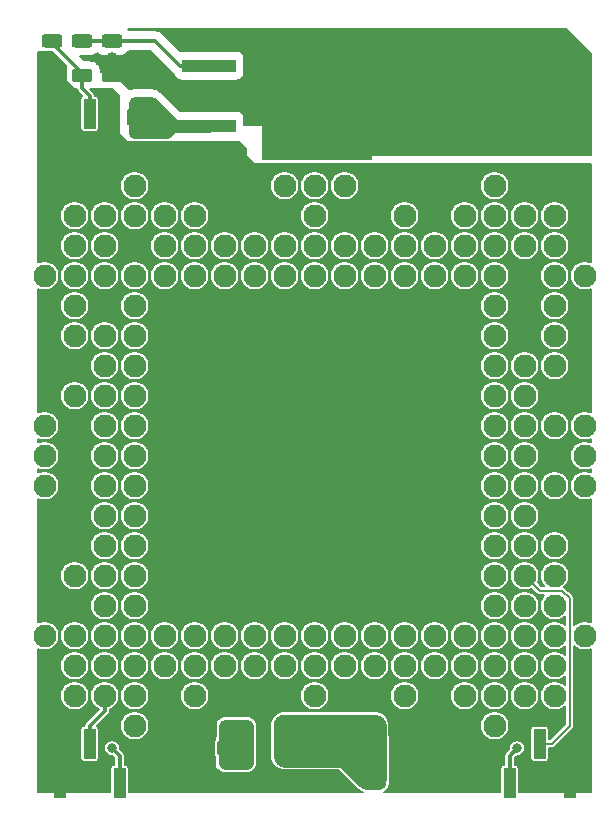
<source format=gtl>
%TF.GenerationSoftware,KiCad,Pcbnew,(5.1.9)-1*%
%TF.CreationDate,2021-08-17T10:41:51+08:00*%
%TF.ProjectId,Interposer486_3v,496e7465-7270-46f7-9365-723438365f33,rev?*%
%TF.SameCoordinates,Original*%
%TF.FileFunction,Copper,L1,Top*%
%TF.FilePolarity,Positive*%
%FSLAX46Y46*%
G04 Gerber Fmt 4.6, Leading zero omitted, Abs format (unit mm)*
G04 Created by KiCad (PCBNEW (5.1.9)-1) date 2021-08-17 10:41:51*
%MOMM*%
%LPD*%
G01*
G04 APERTURE LIST*
%TA.AperFunction,SMDPad,CuDef*%
%ADD10R,1.000000X2.510000*%
%TD*%
%TA.AperFunction,SMDPad,CuDef*%
%ADD11R,9.400000X10.800000*%
%TD*%
%TA.AperFunction,SMDPad,CuDef*%
%ADD12R,4.600000X1.100000*%
%TD*%
%TA.AperFunction,ComponentPad*%
%ADD13C,1.940000*%
%TD*%
%TA.AperFunction,ViaPad*%
%ADD14C,1.000000*%
%TD*%
%TA.AperFunction,ViaPad*%
%ADD15C,0.800000*%
%TD*%
%TA.AperFunction,Conductor*%
%ADD16C,0.350000*%
%TD*%
%TA.AperFunction,Conductor*%
%ADD17C,1.100000*%
%TD*%
%TA.AperFunction,Conductor*%
%ADD18C,0.200000*%
%TD*%
%TA.AperFunction,Conductor*%
%ADD19C,1.000000*%
%TD*%
%TA.AperFunction,Conductor*%
%ADD20C,1.940000*%
%TD*%
%TA.AperFunction,Conductor*%
%ADD21C,0.150000*%
%TD*%
%TA.AperFunction,Conductor*%
%ADD22C,0.100000*%
%TD*%
G04 APERTURE END LIST*
%TO.P,CN1,1*%
%TO.N,+5V*%
%TA.AperFunction,SMDPad,CuDef*%
G36*
G01*
X161560000Y-109061000D02*
X161560000Y-105061000D01*
G75*
G02*
X162060000Y-104561000I500000J0D01*
G01*
X163060000Y-104561000D01*
G75*
G02*
X163560000Y-105061000I0J-500000D01*
G01*
X163560000Y-109061000D01*
G75*
G02*
X163060000Y-109561000I-500000J0D01*
G01*
X162060000Y-109561000D01*
G75*
G02*
X161560000Y-109061000I0J500000D01*
G01*
G37*
%TD.AperFunction*%
%TD*%
D10*
%TO.P,J1,2*%
%TO.N,WB_~WT*%
X176530000Y-105660000D03*
%TO.P,J1,3*%
%TO.N,VSS*%
X179070000Y-108970000D03*
%TO.P,J1,1*%
%TO.N,VCC*%
X173990000Y-108970000D03*
%TD*%
%TO.P,R2,2*%
%TO.N,Net-(J3-Pad1)*%
%TA.AperFunction,SMDPad,CuDef*%
G36*
G01*
X137169998Y-48525000D02*
X138420002Y-48525000D01*
G75*
G02*
X138670000Y-48774998I0J-249998D01*
G01*
X138670000Y-49400002D01*
G75*
G02*
X138420002Y-49650000I-249998J0D01*
G01*
X137169998Y-49650000D01*
G75*
G02*
X136920000Y-49400002I0J249998D01*
G01*
X136920000Y-48774998D01*
G75*
G02*
X137169998Y-48525000I249998J0D01*
G01*
G37*
%TD.AperFunction*%
%TO.P,R2,1*%
%TO.N,Net-(R1-Pad2)*%
%TA.AperFunction,SMDPad,CuDef*%
G36*
G01*
X137169998Y-45600000D02*
X138420002Y-45600000D01*
G75*
G02*
X138670000Y-45849998I0J-249998D01*
G01*
X138670000Y-46475002D01*
G75*
G02*
X138420002Y-46725000I-249998J0D01*
G01*
X137169998Y-46725000D01*
G75*
G02*
X136920000Y-46475002I0J249998D01*
G01*
X136920000Y-45849998D01*
G75*
G02*
X137169998Y-45600000I249998J0D01*
G01*
G37*
%TD.AperFunction*%
%TD*%
%TO.P,J2,2*%
%TO.N,CLKMUL*%
X138430000Y-105660000D03*
%TO.P,J2,3*%
%TO.N,VCC*%
X140970000Y-108970000D03*
%TO.P,J2,1*%
%TO.N,VSS*%
X135890000Y-108970000D03*
%TD*%
D11*
%TO.P,U1,2*%
%TO.N,VCC*%
X157680000Y-50800000D03*
D12*
%TO.P,U1,3*%
%TO.N,+5V*%
X148530000Y-53340000D03*
%TO.P,U1,2*%
%TO.N,VCC*%
X148530000Y-50800000D03*
%TO.P,U1,1*%
%TO.N,Net-(R1-Pad2)*%
X148530000Y-48260000D03*
%TD*%
%TO.P,R3,2*%
%TO.N,VSS*%
%TA.AperFunction,SMDPad,CuDef*%
G36*
G01*
X134629998Y-48525000D02*
X135880002Y-48525000D01*
G75*
G02*
X136130000Y-48774998I0J-249998D01*
G01*
X136130000Y-49400002D01*
G75*
G02*
X135880002Y-49650000I-249998J0D01*
G01*
X134629998Y-49650000D01*
G75*
G02*
X134380000Y-49400002I0J249998D01*
G01*
X134380000Y-48774998D01*
G75*
G02*
X134629998Y-48525000I249998J0D01*
G01*
G37*
%TD.AperFunction*%
%TO.P,R3,1*%
%TO.N,Net-(J3-Pad1)*%
%TA.AperFunction,SMDPad,CuDef*%
G36*
G01*
X134629998Y-45600000D02*
X135880002Y-45600000D01*
G75*
G02*
X136130000Y-45849998I0J-249998D01*
G01*
X136130000Y-46475002D01*
G75*
G02*
X135880002Y-46725000I-249998J0D01*
G01*
X134629998Y-46725000D01*
G75*
G02*
X134380000Y-46475002I0J249998D01*
G01*
X134380000Y-45849998D01*
G75*
G02*
X134629998Y-45600000I249998J0D01*
G01*
G37*
%TD.AperFunction*%
%TD*%
%TO.P,R1,2*%
%TO.N,Net-(R1-Pad2)*%
%TA.AperFunction,SMDPad,CuDef*%
G36*
G01*
X140960002Y-46725000D02*
X139709998Y-46725000D01*
G75*
G02*
X139460000Y-46475002I0J249998D01*
G01*
X139460000Y-45849998D01*
G75*
G02*
X139709998Y-45600000I249998J0D01*
G01*
X140960002Y-45600000D01*
G75*
G02*
X141210000Y-45849998I0J-249998D01*
G01*
X141210000Y-46475002D01*
G75*
G02*
X140960002Y-46725000I-249998J0D01*
G01*
G37*
%TD.AperFunction*%
%TO.P,R1,1*%
%TO.N,VCC*%
%TA.AperFunction,SMDPad,CuDef*%
G36*
G01*
X140960002Y-49650000D02*
X139709998Y-49650000D01*
G75*
G02*
X139460000Y-49400002I0J249998D01*
G01*
X139460000Y-48774998D01*
G75*
G02*
X139709998Y-48525000I249998J0D01*
G01*
X140960002Y-48525000D01*
G75*
G02*
X141210000Y-48774998I0J-249998D01*
G01*
X141210000Y-49400002D01*
G75*
G02*
X140960002Y-49650000I-249998J0D01*
G01*
G37*
%TD.AperFunction*%
%TD*%
D10*
%TO.P,J3,2*%
%TO.N,VSS*%
X135890000Y-55630000D03*
%TO.P,J3,1*%
%TO.N,Net-(J3-Pad1)*%
X138430000Y-52320000D03*
%TD*%
%TO.P,C20,2*%
%TO.N,VSS*%
%TA.AperFunction,SMDPad,CuDef*%
G36*
G01*
X141814999Y-54625000D02*
X142665001Y-54625000D01*
G75*
G02*
X142915000Y-54874999I0J-249999D01*
G01*
X142915000Y-55775001D01*
G75*
G02*
X142665001Y-56025000I-249999J0D01*
G01*
X141814999Y-56025000D01*
G75*
G02*
X141565000Y-55775001I0J249999D01*
G01*
X141565000Y-54874999D01*
G75*
G02*
X141814999Y-54625000I249999J0D01*
G01*
G37*
%TD.AperFunction*%
%TO.P,C20,1*%
%TO.N,+5V*%
%TA.AperFunction,SMDPad,CuDef*%
G36*
G01*
X141814999Y-51925000D02*
X142665001Y-51925000D01*
G75*
G02*
X142915000Y-52174999I0J-249999D01*
G01*
X142915000Y-53075001D01*
G75*
G02*
X142665001Y-53325000I-249999J0D01*
G01*
X141814999Y-53325000D01*
G75*
G02*
X141565000Y-53075001I0J249999D01*
G01*
X141565000Y-52174999D01*
G75*
G02*
X141814999Y-51925000I249999J0D01*
G01*
G37*
%TD.AperFunction*%
%TD*%
%TO.P,C19,2*%
%TO.N,VSS*%
%TA.AperFunction,SMDPad,CuDef*%
G36*
G01*
X147940000Y-105619999D02*
X147940000Y-106470001D01*
G75*
G02*
X147690001Y-106720000I-249999J0D01*
G01*
X146789999Y-106720000D01*
G75*
G02*
X146540000Y-106470001I0J249999D01*
G01*
X146540000Y-105619999D01*
G75*
G02*
X146789999Y-105370000I249999J0D01*
G01*
X147690001Y-105370000D01*
G75*
G02*
X147940000Y-105619999I0J-249999D01*
G01*
G37*
%TD.AperFunction*%
%TO.P,C19,1*%
%TO.N,VCC*%
%TA.AperFunction,SMDPad,CuDef*%
G36*
G01*
X150640000Y-105619999D02*
X150640000Y-106470001D01*
G75*
G02*
X150390001Y-106720000I-249999J0D01*
G01*
X149489999Y-106720000D01*
G75*
G02*
X149240000Y-106470001I0J249999D01*
G01*
X149240000Y-105619999D01*
G75*
G02*
X149489999Y-105370000I249999J0D01*
G01*
X150390001Y-105370000D01*
G75*
G02*
X150640000Y-105619999I0J-249999D01*
G01*
G37*
%TD.AperFunction*%
%TD*%
%TO.P,C18,2*%
%TO.N,VSS*%
%TA.AperFunction,SMDPad,CuDef*%
G36*
G01*
X165309999Y-56530000D02*
X166160001Y-56530000D01*
G75*
G02*
X166410000Y-56779999I0J-249999D01*
G01*
X166410000Y-57680001D01*
G75*
G02*
X166160001Y-57930000I-249999J0D01*
G01*
X165309999Y-57930000D01*
G75*
G02*
X165060000Y-57680001I0J249999D01*
G01*
X165060000Y-56779999D01*
G75*
G02*
X165309999Y-56530000I249999J0D01*
G01*
G37*
%TD.AperFunction*%
%TO.P,C18,1*%
%TO.N,VCC*%
%TA.AperFunction,SMDPad,CuDef*%
G36*
G01*
X165309999Y-53830000D02*
X166160001Y-53830000D01*
G75*
G02*
X166410000Y-54079999I0J-249999D01*
G01*
X166410000Y-54980001D01*
G75*
G02*
X166160001Y-55230000I-249999J0D01*
G01*
X165309999Y-55230000D01*
G75*
G02*
X165060000Y-54980001I0J249999D01*
G01*
X165060000Y-54079999D01*
G75*
G02*
X165309999Y-53830000I249999J0D01*
G01*
G37*
%TD.AperFunction*%
%TD*%
%TO.P,C17,2*%
%TO.N,VSS*%
%TA.AperFunction,SMDPad,CuDef*%
G36*
G01*
X167849999Y-56530000D02*
X168700001Y-56530000D01*
G75*
G02*
X168950000Y-56779999I0J-249999D01*
G01*
X168950000Y-57680001D01*
G75*
G02*
X168700001Y-57930000I-249999J0D01*
G01*
X167849999Y-57930000D01*
G75*
G02*
X167600000Y-57680001I0J249999D01*
G01*
X167600000Y-56779999D01*
G75*
G02*
X167849999Y-56530000I249999J0D01*
G01*
G37*
%TD.AperFunction*%
%TO.P,C17,1*%
%TO.N,VCC*%
%TA.AperFunction,SMDPad,CuDef*%
G36*
G01*
X167849999Y-53830000D02*
X168700001Y-53830000D01*
G75*
G02*
X168950000Y-54079999I0J-249999D01*
G01*
X168950000Y-54980001D01*
G75*
G02*
X168700001Y-55230000I-249999J0D01*
G01*
X167849999Y-55230000D01*
G75*
G02*
X167600000Y-54980001I0J249999D01*
G01*
X167600000Y-54079999D01*
G75*
G02*
X167849999Y-53830000I249999J0D01*
G01*
G37*
%TD.AperFunction*%
%TD*%
D13*
%TO.P,HSS15,1*%
%TO.N,+5V*%
X134620000Y-96520000D03*
%TD*%
%TO.P,HSS10,1*%
%TO.N,+5V*%
X134620000Y-83820000D03*
%TD*%
%TO.P,HSS9,1*%
%TO.N,+5V*%
X134620000Y-81280000D03*
%TD*%
%TO.P,HSS8,1*%
%TO.N,+5V*%
X134620000Y-78740000D03*
%TD*%
%TO.P,HSS3,1*%
%TO.N,+5V*%
X134620000Y-66040000D03*
%TD*%
%TO.P,HQ18,1*%
%TO.N,+5V*%
X142240000Y-104140000D03*
%TD*%
%TO.P,HQ0,1*%
%TO.N,+5V*%
X142240000Y-58420000D03*
%TD*%
%TO.P,HK18,1*%
%TO.N,+5V*%
X154940000Y-104140000D03*
%TD*%
%TO.P,HK0,1*%
%TO.N,+5V*%
X154940000Y-58420000D03*
%TD*%
%TO.P,HJ18,1*%
%TO.N,+5V*%
X157480000Y-104140000D03*
%TD*%
%TO.P,HJ0,1*%
%TO.N,+5V*%
X157480000Y-58420000D03*
%TD*%
%TO.P,HH18,1*%
%TO.N,+5V*%
X160020000Y-104140000D03*
%TD*%
%TO.P,HH0,1*%
%TO.N,+5V*%
X160020000Y-58420000D03*
%TD*%
%TO.P,HC18,1*%
%TO.N,+5V*%
X172720000Y-104140000D03*
%TD*%
%TO.P,HC0,1*%
%TO.N,+5V*%
X172720000Y-58420000D03*
%TD*%
%TO.P,HAA15,1*%
%TO.N,+5V*%
X180340000Y-96520000D03*
%TD*%
%TO.P,HAA10,1*%
%TO.N,+5V*%
X180340000Y-83820000D03*
%TD*%
%TO.P,HAA9,1*%
%TO.N,+5V*%
X180340000Y-81280000D03*
%TD*%
%TO.P,HAA8,1*%
%TO.N,+5V*%
X180340000Y-78740000D03*
%TD*%
%TO.P,HAA3,1*%
%TO.N,+5V*%
X180340000Y-66040000D03*
%TD*%
%TO.P,HR17,1*%
%TO.N,CLKMUL*%
X139700000Y-101600000D03*
%TD*%
%TO.P,HR14,1*%
%TO.N,VCC*%
X139700000Y-93980000D03*
%TD*%
%TO.P,HR11,1*%
%TO.N,VCC*%
X139700000Y-86360000D03*
%TD*%
%TO.P,HR10,1*%
%TO.N,VCC*%
X139700000Y-83820000D03*
%TD*%
%TO.P,HR9,1*%
%TO.N,VCC*%
X139700000Y-81280000D03*
%TD*%
%TO.P,HR8,1*%
%TO.N,VCC*%
X139700000Y-78740000D03*
%TD*%
%TO.P,HR6,1*%
%TO.N,VCC*%
X139700000Y-73660000D03*
%TD*%
%TO.P,HR3,1*%
%TO.N,VCC*%
X139700000Y-66040000D03*
%TD*%
%TO.P,HP16,1*%
%TO.N,VCC*%
X144780000Y-99060000D03*
%TD*%
%TO.P,HM16,1*%
%TO.N,VCC*%
X149860000Y-99060000D03*
%TD*%
%TO.P,HM2,1*%
%TO.N,VCC*%
X149860000Y-63500000D03*
%TD*%
%TO.P,HL16,1*%
%TO.N,VCC*%
X152400000Y-99060000D03*
%TD*%
%TO.P,HK16,1*%
%TO.N,VCC*%
X154940000Y-99060000D03*
%TD*%
%TO.P,HK2,1*%
%TO.N,VCC*%
X154940000Y-63500000D03*
%TD*%
%TO.P,HH16,1*%
%TO.N,VCC*%
X160020000Y-99060000D03*
%TD*%
%TO.P,HG16,1*%
%TO.N,VCC*%
X162560000Y-99060000D03*
%TD*%
%TO.P,HG2,1*%
%TO.N,VCC*%
X162560000Y-63500000D03*
%TD*%
%TO.P,HE16,1*%
%TO.N,VCC*%
X167640000Y-99060000D03*
%TD*%
%TO.P,HE2,1*%
%TO.N,VCC*%
X167640000Y-63500000D03*
%TD*%
%TO.P,HC5,1*%
%TO.N,VCC*%
X172720000Y-71120000D03*
%TD*%
%TO.P,HC4,1*%
%TO.N,VCC*%
X172720000Y-68580000D03*
%TD*%
%TO.P,HB13,1*%
%TO.N,WB_~WT*%
X175260000Y-91440000D03*
%TD*%
%TO.P,HB11,1*%
%TO.N,VCC*%
X175260000Y-86360000D03*
%TD*%
%TO.P,HB9,1*%
%TO.N,VCC*%
X175260000Y-81280000D03*
%TD*%
%TO.P,HB7,1*%
%TO.N,VCC*%
X175260000Y-76200000D03*
%TD*%
%TO.P,HS17,1*%
%TO.N,N/C*%
X137160000Y-101600000D03*
%TD*%
%TO.P,HS16,1*%
%TO.N,N/C*%
X137160000Y-99060000D03*
%TD*%
%TO.P,HS15,1*%
%TO.N,N/C*%
X137160000Y-96520000D03*
%TD*%
%TO.P,HS14,1*%
%TO.N,VSS*%
X137160000Y-93980000D03*
%TD*%
%TO.P,HS13,1*%
%TO.N,N/C*%
X137160000Y-91440000D03*
%TD*%
%TO.P,HS12,1*%
%TO.N,VSS*%
X137160000Y-88900000D03*
%TD*%
%TO.P,HS11,1*%
%TO.N,VSS*%
X137160000Y-86360000D03*
%TD*%
%TO.P,HS10,1*%
%TO.N,VSS*%
X137160000Y-83820000D03*
%TD*%
%TO.P,HS9,1*%
%TO.N,VSS*%
X137160000Y-81280000D03*
%TD*%
%TO.P,HS8,1*%
%TO.N,VSS*%
X137160000Y-78740000D03*
%TD*%
%TO.P,HS7,1*%
%TO.N,N/C*%
X137160000Y-76200000D03*
%TD*%
%TO.P,HS6,1*%
%TO.N,VSS*%
X137160000Y-73660000D03*
%TD*%
%TO.P,HS5,1*%
%TO.N,N/C*%
X137160000Y-71120000D03*
%TD*%
%TO.P,HS4,1*%
%TO.N,N/C*%
X137160000Y-68580000D03*
%TD*%
%TO.P,HS3,1*%
%TO.N,N/C*%
X137160000Y-66040000D03*
%TD*%
%TO.P,HS2,1*%
%TO.N,N/C*%
X137160000Y-63500000D03*
%TD*%
%TO.P,HS1,1*%
%TO.N,N/C*%
X137160000Y-60960000D03*
%TD*%
%TO.P,HR16,1*%
%TO.N,N/C*%
X139700000Y-99060000D03*
%TD*%
%TO.P,HR15,1*%
%TO.N,N/C*%
X139700000Y-96520000D03*
%TD*%
%TO.P,HR13,1*%
%TO.N,N/C*%
X139700000Y-91440000D03*
%TD*%
%TO.P,HR12,1*%
%TO.N,N/C*%
X139700000Y-88900000D03*
%TD*%
%TO.P,HR7,1*%
%TO.N,N/C*%
X139700000Y-76200000D03*
%TD*%
%TO.P,HR5,1*%
%TO.N,N/C*%
X139700000Y-71120000D03*
%TD*%
%TO.P,HR4,1*%
%TO.N,VSS*%
X139700000Y-68580000D03*
%TD*%
%TO.P,HR2,1*%
%TO.N,N/C*%
X139700000Y-63500000D03*
%TD*%
%TO.P,HR1,1*%
%TO.N,N/C*%
X139700000Y-60960000D03*
%TD*%
%TO.P,HQ17,1*%
%TO.N,N/C*%
X142240000Y-101600000D03*
%TD*%
%TO.P,HQ16,1*%
%TO.N,N/C*%
X142240000Y-99060000D03*
%TD*%
%TO.P,HQ15,1*%
%TO.N,N/C*%
X142240000Y-96520000D03*
%TD*%
%TO.P,HQ14,1*%
%TO.N,N/C*%
X142240000Y-93980000D03*
%TD*%
%TO.P,HQ13,1*%
%TO.N,N/C*%
X142240000Y-91440000D03*
%TD*%
%TO.P,HQ12,1*%
%TO.N,N/C*%
X142240000Y-88900000D03*
%TD*%
%TO.P,HQ11,1*%
%TO.N,N/C*%
X142240000Y-86360000D03*
%TD*%
%TO.P,HQ10,1*%
%TO.N,N/C*%
X142240000Y-83820000D03*
%TD*%
%TO.P,HQ9,1*%
%TO.N,N/C*%
X142240000Y-81280000D03*
%TD*%
%TO.P,HQ8,1*%
%TO.N,N/C*%
X142240000Y-78740000D03*
%TD*%
%TO.P,HQ7,1*%
%TO.N,N/C*%
X142240000Y-76200000D03*
%TD*%
%TO.P,HQ6,1*%
%TO.N,N/C*%
X142240000Y-73660000D03*
%TD*%
%TO.P,HQ5,1*%
%TO.N,N/C*%
X142240000Y-71120000D03*
%TD*%
%TO.P,HQ4,1*%
%TO.N,N/C*%
X142240000Y-68580000D03*
%TD*%
%TO.P,HQ3,1*%
%TO.N,N/C*%
X142240000Y-66040000D03*
%TD*%
%TO.P,HQ2,1*%
%TO.N,VSS*%
X142240000Y-63500000D03*
%TD*%
%TO.P,HQ1,1*%
%TO.N,N/C*%
X142240000Y-60960000D03*
%TD*%
%TO.P,HP17,1*%
%TO.N,VSS*%
X144780000Y-101600000D03*
%TD*%
%TO.P,HP15,1*%
%TO.N,N/C*%
X144780000Y-96520000D03*
%TD*%
%TO.P,HP3,1*%
%TO.N,N/C*%
X144780000Y-66040000D03*
%TD*%
%TO.P,HP2,1*%
%TO.N,N/C*%
X144780000Y-63500000D03*
%TD*%
%TO.P,HP1,1*%
%TO.N,N/C*%
X144780000Y-60960000D03*
%TD*%
%TO.P,HN17,1*%
%TO.N,N/C*%
X147320000Y-101600000D03*
%TD*%
%TO.P,HN16,1*%
%TO.N,N/C*%
X147320000Y-99060000D03*
%TD*%
%TO.P,HN15,1*%
%TO.N,N/C*%
X147320000Y-96520000D03*
%TD*%
%TO.P,HN3,1*%
%TO.N,N/C*%
X147320000Y-66040000D03*
%TD*%
%TO.P,HN2,1*%
%TO.N,N/C*%
X147320000Y-63500000D03*
%TD*%
%TO.P,HN1,1*%
%TO.N,N/C*%
X147320000Y-60960000D03*
%TD*%
%TO.P,HM17,1*%
%TO.N,VSS*%
X149860000Y-101600000D03*
%TD*%
%TO.P,HM15,1*%
%TO.N,N/C*%
X149860000Y-96520000D03*
%TD*%
%TO.P,HM3,1*%
%TO.N,N/C*%
X149860000Y-66040000D03*
%TD*%
%TO.P,HM1,1*%
%TO.N,VSS*%
X149860000Y-60960000D03*
%TD*%
%TO.P,HL17,1*%
%TO.N,VSS*%
X152400000Y-101600000D03*
%TD*%
%TO.P,HL15,1*%
%TO.N,N/C*%
X152400000Y-96520000D03*
%TD*%
%TO.P,HL3,1*%
%TO.N,N/C*%
X152400000Y-66040000D03*
%TD*%
%TO.P,HL2,1*%
%TO.N,N/C*%
X152400000Y-63500000D03*
%TD*%
%TO.P,HL1,1*%
%TO.N,VSS*%
X152400000Y-60960000D03*
%TD*%
%TO.P,HK17,1*%
%TO.N,VSS*%
X154940000Y-101600000D03*
%TD*%
%TO.P,HK15,1*%
%TO.N,N/C*%
X154940000Y-96520000D03*
%TD*%
%TO.P,HK3,1*%
%TO.N,N/C*%
X154940000Y-66040000D03*
%TD*%
%TO.P,HK1,1*%
%TO.N,VSS*%
X154940000Y-60960000D03*
%TD*%
%TO.P,HJ17,1*%
%TO.N,N/C*%
X157480000Y-101600000D03*
%TD*%
%TO.P,HJ16,1*%
%TO.N,N/C*%
X157480000Y-99060000D03*
%TD*%
%TO.P,HJ15,1*%
%TO.N,N/C*%
X157480000Y-96520000D03*
%TD*%
%TO.P,HJ3,1*%
%TO.N,N/C*%
X157480000Y-66040000D03*
%TD*%
%TO.P,HJ2,1*%
%TO.N,N/C*%
X157480000Y-63500000D03*
%TD*%
%TO.P,HJ1,1*%
%TO.N,N/C*%
X157480000Y-60960000D03*
%TD*%
%TO.P,HH17,1*%
%TO.N,VSS*%
X160020000Y-101600000D03*
%TD*%
%TO.P,HH15,1*%
%TO.N,N/C*%
X160020000Y-96520000D03*
%TD*%
%TO.P,HH3,1*%
%TO.N,N/C*%
X160020000Y-66040000D03*
%TD*%
%TO.P,HH2,1*%
%TO.N,N/C*%
X160020000Y-63500000D03*
%TD*%
%TO.P,HH1,1*%
%TO.N,VSS*%
X160020000Y-60960000D03*
%TD*%
%TO.P,HG17,1*%
%TO.N,VSS*%
X162560000Y-101600000D03*
%TD*%
%TO.P,HG15,1*%
%TO.N,N/C*%
X162560000Y-96520000D03*
%TD*%
%TO.P,HG3,1*%
%TO.N,N/C*%
X162560000Y-66040000D03*
%TD*%
%TO.P,HG1,1*%
%TO.N,VSS*%
X162560000Y-60960000D03*
%TD*%
%TO.P,HF17,1*%
%TO.N,N/C*%
X165100000Y-101600000D03*
%TD*%
%TO.P,HF16,1*%
%TO.N,N/C*%
X165100000Y-99060000D03*
%TD*%
%TO.P,HF15,1*%
%TO.N,N/C*%
X165100000Y-96520000D03*
%TD*%
%TO.P,HF3,1*%
%TO.N,N/C*%
X165100000Y-66040000D03*
%TD*%
%TO.P,HF2,1*%
%TO.N,N/C*%
X165100000Y-63500000D03*
%TD*%
%TO.P,HF1,1*%
%TO.N,N/C*%
X165100000Y-60960000D03*
%TD*%
%TO.P,HE17,1*%
%TO.N,VSS*%
X167640000Y-101600000D03*
%TD*%
%TO.P,HE15,1*%
%TO.N,N/C*%
X167640000Y-96520000D03*
%TD*%
%TO.P,HE3,1*%
%TO.N,N/C*%
X167640000Y-66040000D03*
%TD*%
%TO.P,HE1,1*%
%TO.N,VSS*%
X167640000Y-60960000D03*
%TD*%
%TO.P,HD17,1*%
%TO.N,N/C*%
X170180000Y-101600000D03*
%TD*%
%TO.P,HD16,1*%
%TO.N,N/C*%
X170180000Y-99060000D03*
%TD*%
%TO.P,HD15,1*%
%TO.N,N/C*%
X170180000Y-96520000D03*
%TD*%
%TO.P,HD3,1*%
%TO.N,N/C*%
X170180000Y-66040000D03*
%TD*%
%TO.P,HD2,1*%
%TO.N,N/C*%
X170180000Y-63500000D03*
%TD*%
%TO.P,HD1,1*%
%TO.N,N/C*%
X170180000Y-60960000D03*
%TD*%
%TO.P,HC17,1*%
%TO.N,N/C*%
X172720000Y-101600000D03*
%TD*%
%TO.P,HC16,1*%
%TO.N,N/C*%
X172720000Y-99060000D03*
%TD*%
%TO.P,HC15,1*%
%TO.N,N/C*%
X172720000Y-96520000D03*
%TD*%
%TO.P,HC14,1*%
%TO.N,N/C*%
X172720000Y-93980000D03*
%TD*%
%TO.P,HC13,1*%
%TO.N,N/C*%
X172720000Y-91440000D03*
%TD*%
%TO.P,HC12,1*%
%TO.N,N/C*%
X172720000Y-88900000D03*
%TD*%
%TO.P,HC11,1*%
%TO.N,N/C*%
X172720000Y-86360000D03*
%TD*%
%TO.P,HC10,1*%
%TO.N,N/C*%
X172720000Y-83820000D03*
%TD*%
%TO.P,HC9,1*%
%TO.N,N/C*%
X172720000Y-81280000D03*
%TD*%
%TO.P,HC8,1*%
%TO.N,N/C*%
X172720000Y-78740000D03*
%TD*%
%TO.P,HC7,1*%
%TO.N,N/C*%
X172720000Y-76200000D03*
%TD*%
%TO.P,HC6,1*%
%TO.N,N/C*%
X172720000Y-73660000D03*
%TD*%
%TO.P,HC3,1*%
%TO.N,N/C*%
X172720000Y-66040000D03*
%TD*%
%TO.P,HC2,1*%
%TO.N,N/C*%
X172720000Y-63500000D03*
%TD*%
%TO.P,HC1,1*%
%TO.N,N/C*%
X172720000Y-60960000D03*
%TD*%
%TO.P,HB17,1*%
%TO.N,N/C*%
X175260000Y-101600000D03*
%TD*%
%TO.P,HB16,1*%
%TO.N,N/C*%
X175260000Y-99060000D03*
%TD*%
%TO.P,HB15,1*%
%TO.N,N/C*%
X175260000Y-96520000D03*
%TD*%
%TO.P,HB14,1*%
%TO.N,N/C*%
X175260000Y-93980000D03*
%TD*%
%TO.P,HB12,1*%
%TO.N,N/C*%
X175260000Y-88900000D03*
%TD*%
%TO.P,HB10,1*%
%TO.N,N/C*%
X175260000Y-83820000D03*
%TD*%
%TO.P,HB8,1*%
%TO.N,N/C*%
X175260000Y-78740000D03*
%TD*%
%TO.P,HB6,1*%
%TO.N,N/C*%
X175260000Y-73660000D03*
%TD*%
%TO.P,HB5,1*%
%TO.N,VSS*%
X175260000Y-71120000D03*
%TD*%
%TO.P,HB4,1*%
%TO.N,VSS*%
X175260000Y-68580000D03*
%TD*%
%TO.P,HB3,1*%
%TO.N,VSS*%
X175260000Y-66040000D03*
%TD*%
%TO.P,HB2,1*%
%TO.N,N/C*%
X175260000Y-63500000D03*
%TD*%
%TO.P,HB1,1*%
%TO.N,N/C*%
X175260000Y-60960000D03*
%TD*%
%TO.P,HA17,1*%
%TO.N,N/C*%
X177800000Y-101600000D03*
%TD*%
%TO.P,HA16,1*%
%TO.N,N/C*%
X177800000Y-99060000D03*
%TD*%
%TO.P,HA15,1*%
%TO.N,N/C*%
X177800000Y-96520000D03*
%TD*%
%TO.P,HA14,1*%
%TO.N,N/C*%
X177800000Y-93980000D03*
%TD*%
%TO.P,HA13,1*%
%TO.N,N/C*%
X177800000Y-91440000D03*
%TD*%
%TO.P,HA12,1*%
%TO.N,N/C*%
X177800000Y-88900000D03*
%TD*%
%TO.P,HA11,1*%
%TO.N,VSS*%
X177800000Y-86360000D03*
%TD*%
%TO.P,HA10,1*%
%TO.N,N/C*%
X177800000Y-83820000D03*
%TD*%
%TO.P,HA9,1*%
%TO.N,VSS*%
X177800000Y-81280000D03*
%TD*%
%TO.P,HA8,1*%
%TO.N,N/C*%
X177800000Y-78740000D03*
%TD*%
%TO.P,HA7,1*%
%TO.N,VSS*%
X177800000Y-76200000D03*
%TD*%
%TO.P,HA6,1*%
%TO.N,N/C*%
X177800000Y-73660000D03*
%TD*%
%TO.P,HA5,1*%
%TO.N,N/C*%
X177800000Y-71120000D03*
%TD*%
%TO.P,HA4,1*%
%TO.N,N/C*%
X177800000Y-68580000D03*
%TD*%
%TO.P,HA3,1*%
%TO.N,N/C*%
X177800000Y-66040000D03*
%TD*%
%TO.P,HA2,1*%
%TO.N,N/C*%
X177800000Y-63500000D03*
%TD*%
%TO.P,HA1,1*%
%TO.N,N/C*%
X177800000Y-60960000D03*
%TD*%
D14*
%TO.N,VSS*%
X146050000Y-69850000D03*
X147955000Y-71755000D03*
X152400000Y-69850000D03*
X152400000Y-72390000D03*
X157480000Y-69850000D03*
X162560000Y-69850000D03*
X157480000Y-72390000D03*
X162560000Y-72390000D03*
X168910000Y-69850000D03*
X167005000Y-71755000D03*
X166370000Y-76200000D03*
X166370000Y-81280000D03*
X168910000Y-81280000D03*
X168910000Y-76200000D03*
X168910000Y-86360000D03*
X166370000Y-86360000D03*
X168910000Y-92710000D03*
X167005000Y-90805000D03*
X162560000Y-90170000D03*
X162560000Y-92710000D03*
X157480000Y-92710000D03*
X157480000Y-90170000D03*
X152400000Y-92710000D03*
X152400000Y-90170000D03*
X147955000Y-90805000D03*
X146050000Y-92710000D03*
X146050000Y-86360000D03*
X148590000Y-86360000D03*
X148590000Y-81280000D03*
X146050000Y-81280000D03*
X146050000Y-76200000D03*
X148590000Y-76200000D03*
%TO.N,VCC*%
X155575000Y-50165000D03*
X155575000Y-52705000D03*
X155575000Y-47625000D03*
X155575000Y-55245000D03*
X161290000Y-52705000D03*
X161290000Y-50165000D03*
X161290000Y-47625000D03*
X161290000Y-55245000D03*
X159385000Y-50165000D03*
X159385000Y-47625000D03*
X159385000Y-55245000D03*
X159385000Y-52705000D03*
X153670000Y-52705000D03*
X153670000Y-50165000D03*
X153670000Y-47625000D03*
X153670000Y-55245000D03*
X177800000Y-52705000D03*
X177800000Y-50165000D03*
X177800000Y-47625000D03*
X177800000Y-55245000D03*
X175260000Y-50165000D03*
X175260000Y-55245000D03*
X175260000Y-47625000D03*
X175260000Y-52705000D03*
X164465000Y-51435000D03*
X167005000Y-51435000D03*
X167005000Y-47625000D03*
X164465000Y-47625000D03*
X169545000Y-51435000D03*
X169545000Y-47625000D03*
X140335000Y-47625000D03*
X164465000Y-49530000D03*
X169545000Y-49530000D03*
X167005000Y-49530000D03*
D15*
X174625000Y-106045000D03*
X140335000Y-106045000D03*
D14*
X151765000Y-105727500D03*
X149940000Y-104140000D03*
X151765000Y-104140000D03*
X151765000Y-107315000D03*
%TO.N,+5V*%
X142240000Y-51435000D03*
X142240000Y-53924990D03*
X145542000Y-53340000D03*
X143510000Y-52625000D03*
%TD*%
D16*
%TO.N,VCC*%
X173990000Y-106680000D02*
X174625000Y-106045000D01*
X173990000Y-108970000D02*
X173990000Y-106680000D01*
X140970000Y-106680000D02*
X140335000Y-106045000D01*
X140970000Y-108970000D02*
X140970000Y-106680000D01*
D17*
X149940000Y-106045000D02*
X151765000Y-106045000D01*
X151765000Y-105965000D02*
X149940000Y-104140000D01*
X151765000Y-106045000D02*
X151765000Y-105965000D01*
D16*
X140335000Y-49087500D02*
X140335000Y-47625000D01*
D17*
X149940000Y-104140000D02*
X151765000Y-104140000D01*
X151765000Y-104140000D02*
X151765000Y-106045000D01*
X151765000Y-106045000D02*
X151765000Y-107315000D01*
X151765000Y-107315000D02*
X149860000Y-107315000D01*
X149860000Y-105410000D02*
X149940000Y-105330000D01*
X149860000Y-107315000D02*
X149860000Y-105410000D01*
X149940000Y-105330000D02*
X149940000Y-104220000D01*
X149940000Y-106045000D02*
X149940000Y-105330000D01*
X149940000Y-106045000D02*
X150495000Y-106045000D01*
X150495000Y-106045000D02*
X151765000Y-107315000D01*
D18*
%TO.N,WB_~WT*%
X177550000Y-105660000D02*
X176530000Y-105660000D01*
X179070000Y-104140000D02*
X177550000Y-105660000D01*
X179070000Y-93345000D02*
X179070000Y-104140000D01*
X176530000Y-92710000D02*
X178435000Y-92710000D01*
X178435000Y-92710000D02*
X179070000Y-93345000D01*
X175260000Y-91440000D02*
X176530000Y-92710000D01*
D16*
%TO.N,CLKMUL*%
X138430000Y-105660000D02*
X138430000Y-104140000D01*
X138430000Y-104140000D02*
X139700000Y-102870000D01*
X139700000Y-102870000D02*
X139700000Y-101600000D01*
D19*
%TO.N,+5V*%
X148530000Y-53340000D02*
X145542000Y-53340000D01*
X142240000Y-52625000D02*
X143463000Y-52625000D01*
D17*
X142955000Y-53340000D02*
X142240000Y-52625000D01*
X144018000Y-53340000D02*
X142494000Y-53340000D01*
D19*
X142240000Y-53086000D02*
X142240000Y-53924990D01*
X142240000Y-52625000D02*
X142240000Y-53086000D01*
D17*
X142494000Y-53340000D02*
X142240000Y-53086000D01*
X148530000Y-53340000D02*
X144018000Y-53340000D01*
X144018000Y-53340000D02*
X142955000Y-53340000D01*
X142240000Y-52625000D02*
X142240000Y-51435000D01*
X143637000Y-51435000D02*
X142240000Y-51435000D01*
X142320000Y-51435000D02*
X143510000Y-52625000D01*
X142240000Y-51435000D02*
X142320000Y-51435000D01*
X144827000Y-52625000D02*
X145161000Y-52959000D01*
X143510000Y-52625000D02*
X144827000Y-52625000D01*
X145161000Y-52959000D02*
X143637000Y-51435000D01*
X145542000Y-53340000D02*
X145161000Y-52959000D01*
D19*
X144957010Y-53924990D02*
X145542000Y-53340000D01*
X142240000Y-53924990D02*
X144957010Y-53924990D01*
D20*
X154940000Y-104140000D02*
X157480000Y-104140000D01*
X157480000Y-104140000D02*
X160020000Y-104140000D01*
X160020000Y-104140000D02*
X162560000Y-104140000D01*
X162560000Y-104140000D02*
X162560000Y-106680000D01*
X162560000Y-108585000D02*
X162560000Y-106680000D01*
X161925000Y-108585000D02*
X162560000Y-108585000D01*
X160972500Y-105727500D02*
X160972500Y-107632500D01*
X160972500Y-107632500D02*
X161925000Y-108585000D01*
X160020000Y-104140000D02*
X160020000Y-106680000D01*
X160020000Y-106680000D02*
X160972500Y-107632500D01*
X154940000Y-104140000D02*
X156210000Y-105410000D01*
X156210000Y-105410000D02*
X158750000Y-105410000D01*
X158750000Y-105410000D02*
X160020000Y-106680000D01*
X157480000Y-104140000D02*
X158750000Y-105410000D01*
X162560000Y-107950000D02*
X161925000Y-108585000D01*
X162560000Y-107061000D02*
X162560000Y-107950000D01*
X162179000Y-106680000D02*
X162560000Y-107061000D01*
X154940000Y-106680000D02*
X162179000Y-106680000D01*
X154940000Y-104140000D02*
X154940000Y-106680000D01*
D16*
%TO.N,Net-(J3-Pad1)*%
X138430000Y-52320000D02*
X138430000Y-50800000D01*
X137795000Y-50165000D02*
X137795000Y-49087500D01*
X138430000Y-50800000D02*
X137795000Y-50165000D01*
X135255000Y-46355000D02*
X135255000Y-46162500D01*
X137795000Y-48895000D02*
X135255000Y-46355000D01*
X137795000Y-49087500D02*
X137795000Y-48895000D01*
%TO.N,Net-(R1-Pad2)*%
X137795000Y-46162500D02*
X140335000Y-46162500D01*
X140335000Y-46162500D02*
X143952500Y-46162500D01*
X146050000Y-48260000D02*
X148530000Y-48260000D01*
X143952500Y-46162500D02*
X146050000Y-48260000D01*
%TD*%
D21*
%TO.N,VCC*%
X180875000Y-47294447D02*
X180875000Y-55805000D01*
X153745000Y-55805000D01*
X153745000Y-53340000D01*
X153743559Y-53325368D01*
X153739291Y-53311299D01*
X153732360Y-53298332D01*
X153723033Y-53286967D01*
X153711668Y-53277640D01*
X153698701Y-53270709D01*
X153684632Y-53266441D01*
X153670000Y-53265000D01*
X151543435Y-53265000D01*
X151543435Y-52790000D01*
X151529727Y-52650816D01*
X151489128Y-52516980D01*
X151423200Y-52393637D01*
X151334475Y-52285525D01*
X151226363Y-52196800D01*
X151103020Y-52130872D01*
X150969184Y-52090273D01*
X150830000Y-52076565D01*
X146230000Y-52076565D01*
X146195123Y-52080000D01*
X146063909Y-52080000D01*
X145761719Y-51777810D01*
X145722265Y-51729735D01*
X145674188Y-51690280D01*
X144571723Y-50587815D01*
X144532265Y-50539735D01*
X144340405Y-50382280D01*
X144121514Y-50265280D01*
X143884003Y-50193232D01*
X143698893Y-50175000D01*
X143698883Y-50175000D01*
X143637000Y-50168905D01*
X143575117Y-50175000D01*
X142381883Y-50175000D01*
X142320000Y-50168905D01*
X142280005Y-50172844D01*
X142240000Y-50168904D01*
X142178107Y-50175000D01*
X141992997Y-50193232D01*
X141798345Y-50252279D01*
X140388033Y-48841967D01*
X140376668Y-48832640D01*
X140363701Y-48825709D01*
X140349632Y-48821441D01*
X140335000Y-48820000D01*
X139383435Y-48820000D01*
X139383435Y-48774998D01*
X139364923Y-48587042D01*
X139310098Y-48406308D01*
X139221067Y-48239743D01*
X139101252Y-48093748D01*
X138955257Y-47973933D01*
X138788692Y-47884902D01*
X138607958Y-47830077D01*
X138420002Y-47811565D01*
X137963144Y-47811565D01*
X137590014Y-47438435D01*
X138420002Y-47438435D01*
X138607958Y-47419923D01*
X138788692Y-47365098D01*
X138955257Y-47276067D01*
X139065000Y-47186003D01*
X139174743Y-47276067D01*
X139341308Y-47365098D01*
X139522042Y-47419923D01*
X139709998Y-47438435D01*
X140960002Y-47438435D01*
X141147958Y-47419923D01*
X141328692Y-47365098D01*
X141495257Y-47276067D01*
X141641252Y-47156252D01*
X141730502Y-47047500D01*
X143585922Y-47047500D01*
X145393470Y-48855049D01*
X145421183Y-48888817D01*
X145454951Y-48916530D01*
X145454953Y-48916532D01*
X145494740Y-48949184D01*
X145542051Y-48988012D01*
X145570872Y-49083020D01*
X145636800Y-49206363D01*
X145725525Y-49314475D01*
X145833637Y-49403200D01*
X145956980Y-49469128D01*
X146090816Y-49509727D01*
X146230000Y-49523435D01*
X150830000Y-49523435D01*
X150969184Y-49509727D01*
X151103020Y-49469128D01*
X151226363Y-49403200D01*
X151334475Y-49314475D01*
X151423200Y-49206363D01*
X151489128Y-49083020D01*
X151529727Y-48949184D01*
X151543435Y-48810000D01*
X151543435Y-47710000D01*
X151529727Y-47570816D01*
X151489128Y-47436980D01*
X151423200Y-47313637D01*
X151334475Y-47205525D01*
X151226363Y-47116800D01*
X151103020Y-47050872D01*
X150969184Y-47010273D01*
X150830000Y-46996565D01*
X146230000Y-46996565D01*
X146090816Y-47010273D01*
X146060920Y-47019342D01*
X144609034Y-45567456D01*
X144581317Y-45533683D01*
X144446559Y-45423089D01*
X144292813Y-45340911D01*
X144125990Y-45290305D01*
X143995977Y-45277500D01*
X143995969Y-45277500D01*
X143952500Y-45273219D01*
X143909031Y-45277500D01*
X141730502Y-45277500D01*
X141654590Y-45185000D01*
X178765554Y-45185000D01*
X180875000Y-47294447D01*
%TA.AperFunction,Conductor*%
D22*
G36*
X180875000Y-47294447D02*
G01*
X180875000Y-55805000D01*
X153745000Y-55805000D01*
X153745000Y-53340000D01*
X153743559Y-53325368D01*
X153739291Y-53311299D01*
X153732360Y-53298332D01*
X153723033Y-53286967D01*
X153711668Y-53277640D01*
X153698701Y-53270709D01*
X153684632Y-53266441D01*
X153670000Y-53265000D01*
X151543435Y-53265000D01*
X151543435Y-52790000D01*
X151529727Y-52650816D01*
X151489128Y-52516980D01*
X151423200Y-52393637D01*
X151334475Y-52285525D01*
X151226363Y-52196800D01*
X151103020Y-52130872D01*
X150969184Y-52090273D01*
X150830000Y-52076565D01*
X146230000Y-52076565D01*
X146195123Y-52080000D01*
X146063909Y-52080000D01*
X145761719Y-51777810D01*
X145722265Y-51729735D01*
X145674188Y-51690280D01*
X144571723Y-50587815D01*
X144532265Y-50539735D01*
X144340405Y-50382280D01*
X144121514Y-50265280D01*
X143884003Y-50193232D01*
X143698893Y-50175000D01*
X143698883Y-50175000D01*
X143637000Y-50168905D01*
X143575117Y-50175000D01*
X142381883Y-50175000D01*
X142320000Y-50168905D01*
X142280005Y-50172844D01*
X142240000Y-50168904D01*
X142178107Y-50175000D01*
X141992997Y-50193232D01*
X141798345Y-50252279D01*
X140388033Y-48841967D01*
X140376668Y-48832640D01*
X140363701Y-48825709D01*
X140349632Y-48821441D01*
X140335000Y-48820000D01*
X139383435Y-48820000D01*
X139383435Y-48774998D01*
X139364923Y-48587042D01*
X139310098Y-48406308D01*
X139221067Y-48239743D01*
X139101252Y-48093748D01*
X138955257Y-47973933D01*
X138788692Y-47884902D01*
X138607958Y-47830077D01*
X138420002Y-47811565D01*
X137963144Y-47811565D01*
X137590014Y-47438435D01*
X138420002Y-47438435D01*
X138607958Y-47419923D01*
X138788692Y-47365098D01*
X138955257Y-47276067D01*
X139065000Y-47186003D01*
X139174743Y-47276067D01*
X139341308Y-47365098D01*
X139522042Y-47419923D01*
X139709998Y-47438435D01*
X140960002Y-47438435D01*
X141147958Y-47419923D01*
X141328692Y-47365098D01*
X141495257Y-47276067D01*
X141641252Y-47156252D01*
X141730502Y-47047500D01*
X143585922Y-47047500D01*
X145393470Y-48855049D01*
X145421183Y-48888817D01*
X145454951Y-48916530D01*
X145454953Y-48916532D01*
X145494740Y-48949184D01*
X145542051Y-48988012D01*
X145570872Y-49083020D01*
X145636800Y-49206363D01*
X145725525Y-49314475D01*
X145833637Y-49403200D01*
X145956980Y-49469128D01*
X146090816Y-49509727D01*
X146230000Y-49523435D01*
X150830000Y-49523435D01*
X150969184Y-49509727D01*
X151103020Y-49469128D01*
X151226363Y-49403200D01*
X151334475Y-49314475D01*
X151423200Y-49206363D01*
X151489128Y-49083020D01*
X151529727Y-48949184D01*
X151543435Y-48810000D01*
X151543435Y-47710000D01*
X151529727Y-47570816D01*
X151489128Y-47436980D01*
X151423200Y-47313637D01*
X151334475Y-47205525D01*
X151226363Y-47116800D01*
X151103020Y-47050872D01*
X150969184Y-47010273D01*
X150830000Y-46996565D01*
X146230000Y-46996565D01*
X146090816Y-47010273D01*
X146060920Y-47019342D01*
X144609034Y-45567456D01*
X144581317Y-45533683D01*
X144446559Y-45423089D01*
X144292813Y-45340911D01*
X144125990Y-45290305D01*
X143995977Y-45277500D01*
X143995969Y-45277500D01*
X143952500Y-45273219D01*
X143909031Y-45277500D01*
X141730502Y-45277500D01*
X141654590Y-45185000D01*
X178765554Y-45185000D01*
X180875000Y-47294447D01*
G37*
%TD.AperFunction*%
%TD*%
D21*
%TO.N,VSS*%
X136450000Y-48291066D02*
X136450000Y-49530000D01*
X136451441Y-49544632D01*
X136455709Y-49558701D01*
X136462640Y-49571668D01*
X136471967Y-49583033D01*
X137106967Y-50218033D01*
X137118332Y-50227360D01*
X137131299Y-50234291D01*
X137145368Y-50238559D01*
X137160000Y-50240000D01*
X137350210Y-50240000D01*
X137351511Y-50253214D01*
X137377243Y-50338040D01*
X137419029Y-50416216D01*
X137461172Y-50467567D01*
X137475263Y-50484737D01*
X137492433Y-50498828D01*
X137810604Y-50817000D01*
X137776479Y-50835240D01*
X137734605Y-50869605D01*
X137700240Y-50911479D01*
X137674704Y-50959253D01*
X137658980Y-51011091D01*
X137653670Y-51065000D01*
X137653670Y-53575000D01*
X137658980Y-53628909D01*
X137674704Y-53680747D01*
X137700240Y-53728521D01*
X137734605Y-53770395D01*
X137776479Y-53804760D01*
X137824253Y-53830296D01*
X137876091Y-53846020D01*
X137930000Y-53851330D01*
X138930000Y-53851330D01*
X138983909Y-53846020D01*
X139035747Y-53830296D01*
X139083521Y-53804760D01*
X139125395Y-53770395D01*
X139159760Y-53728521D01*
X139185296Y-53680747D01*
X139201020Y-53628909D01*
X139206330Y-53575000D01*
X139206330Y-51065000D01*
X139201020Y-51011091D01*
X139185296Y-50959253D01*
X139159760Y-50911479D01*
X139125395Y-50869605D01*
X139083521Y-50835240D01*
X139035747Y-50809704D01*
X138983909Y-50793980D01*
X138930000Y-50788670D01*
X138881060Y-50788670D01*
X138880000Y-50777906D01*
X138880000Y-50777895D01*
X138873489Y-50711785D01*
X138847757Y-50626959D01*
X138838692Y-50610000D01*
X138805971Y-50548783D01*
X138763828Y-50497432D01*
X138763824Y-50497428D01*
X138749737Y-50480263D01*
X138732572Y-50466176D01*
X138506396Y-50240000D01*
X140303934Y-50240000D01*
X140895000Y-50831066D01*
X140895000Y-53975000D01*
X140896441Y-53989632D01*
X140900709Y-54003701D01*
X140907640Y-54016668D01*
X140916967Y-54028033D01*
X141551967Y-54663033D01*
X141563332Y-54672360D01*
X141576299Y-54679291D01*
X141590368Y-54683559D01*
X141605000Y-54685000D01*
X142075626Y-54685000D01*
X142088074Y-54688776D01*
X142126141Y-54692525D01*
X142163669Y-54699990D01*
X142201935Y-54699990D01*
X142240000Y-54703739D01*
X142278065Y-54699990D01*
X144918947Y-54699990D01*
X144957010Y-54703739D01*
X144995073Y-54699990D01*
X144995075Y-54699990D01*
X145108936Y-54688776D01*
X145121384Y-54685000D01*
X151098934Y-54685000D01*
X151690000Y-55276066D01*
X151690000Y-55880000D01*
X151691441Y-55894632D01*
X151695709Y-55908701D01*
X151702640Y-55921668D01*
X151711967Y-55933033D01*
X152346967Y-56568033D01*
X152358332Y-56577360D01*
X152371299Y-56584291D01*
X152385368Y-56588559D01*
X152400000Y-56590000D01*
X180900000Y-56590000D01*
X180900000Y-64924381D01*
X180703153Y-64842845D01*
X180462622Y-64795000D01*
X180217378Y-64795000D01*
X179976847Y-64842845D01*
X179750271Y-64936695D01*
X179546359Y-65072945D01*
X179372945Y-65246359D01*
X179236695Y-65450271D01*
X179142845Y-65676847D01*
X179095000Y-65917378D01*
X179095000Y-66162622D01*
X179142845Y-66403153D01*
X179236695Y-66629729D01*
X179372945Y-66833641D01*
X179546359Y-67007055D01*
X179750271Y-67143305D01*
X179976847Y-67237155D01*
X180217378Y-67285000D01*
X180462622Y-67285000D01*
X180703153Y-67237155D01*
X180900000Y-67155619D01*
X180900000Y-77624381D01*
X180703153Y-77542845D01*
X180462622Y-77495000D01*
X180217378Y-77495000D01*
X179976847Y-77542845D01*
X179750271Y-77636695D01*
X179546359Y-77772945D01*
X179372945Y-77946359D01*
X179236695Y-78150271D01*
X179142845Y-78376847D01*
X179095000Y-78617378D01*
X179095000Y-78862622D01*
X179142845Y-79103153D01*
X179236695Y-79329729D01*
X179372945Y-79533641D01*
X179546359Y-79707055D01*
X179750271Y-79843305D01*
X179976847Y-79937155D01*
X180217378Y-79985000D01*
X180462622Y-79985000D01*
X180703153Y-79937155D01*
X180900000Y-79855619D01*
X180900000Y-80164381D01*
X180703153Y-80082845D01*
X180462622Y-80035000D01*
X180217378Y-80035000D01*
X179976847Y-80082845D01*
X179750271Y-80176695D01*
X179546359Y-80312945D01*
X179372945Y-80486359D01*
X179236695Y-80690271D01*
X179142845Y-80916847D01*
X179095000Y-81157378D01*
X179095000Y-81402622D01*
X179142845Y-81643153D01*
X179236695Y-81869729D01*
X179372945Y-82073641D01*
X179546359Y-82247055D01*
X179750271Y-82383305D01*
X179976847Y-82477155D01*
X180217378Y-82525000D01*
X180462622Y-82525000D01*
X180703153Y-82477155D01*
X180900000Y-82395619D01*
X180900000Y-82704381D01*
X180703153Y-82622845D01*
X180462622Y-82575000D01*
X180217378Y-82575000D01*
X179976847Y-82622845D01*
X179750271Y-82716695D01*
X179546359Y-82852945D01*
X179372945Y-83026359D01*
X179236695Y-83230271D01*
X179142845Y-83456847D01*
X179095000Y-83697378D01*
X179095000Y-83942622D01*
X179142845Y-84183153D01*
X179236695Y-84409729D01*
X179372945Y-84613641D01*
X179546359Y-84787055D01*
X179750271Y-84923305D01*
X179976847Y-85017155D01*
X180217378Y-85065000D01*
X180462622Y-85065000D01*
X180703153Y-85017155D01*
X180900000Y-84935619D01*
X180900000Y-95404381D01*
X180703153Y-95322845D01*
X180462622Y-95275000D01*
X180217378Y-95275000D01*
X179976847Y-95322845D01*
X179750271Y-95416695D01*
X179546359Y-95552945D01*
X179445000Y-95654304D01*
X179445000Y-93363416D01*
X179446814Y-93345000D01*
X179445000Y-93326581D01*
X179439574Y-93271487D01*
X179418131Y-93200800D01*
X179407070Y-93180107D01*
X179383310Y-93135653D01*
X179348189Y-93092859D01*
X179336448Y-93078552D01*
X179322140Y-93066810D01*
X178713195Y-92457866D01*
X178701448Y-92443552D01*
X178644347Y-92396691D01*
X178618057Y-92382639D01*
X178767055Y-92233641D01*
X178903305Y-92029729D01*
X178997155Y-91803153D01*
X179045000Y-91562622D01*
X179045000Y-91317378D01*
X178997155Y-91076847D01*
X178903305Y-90850271D01*
X178767055Y-90646359D01*
X178593641Y-90472945D01*
X178389729Y-90336695D01*
X178163153Y-90242845D01*
X177922622Y-90195000D01*
X177677378Y-90195000D01*
X177436847Y-90242845D01*
X177210271Y-90336695D01*
X177006359Y-90472945D01*
X176832945Y-90646359D01*
X176696695Y-90850271D01*
X176602845Y-91076847D01*
X176555000Y-91317378D01*
X176555000Y-91562622D01*
X176602845Y-91803153D01*
X176696695Y-92029729D01*
X176832945Y-92233641D01*
X176934304Y-92335000D01*
X176685331Y-92335000D01*
X176368212Y-92017882D01*
X176457155Y-91803153D01*
X176505000Y-91562622D01*
X176505000Y-91317378D01*
X176457155Y-91076847D01*
X176363305Y-90850271D01*
X176227055Y-90646359D01*
X176053641Y-90472945D01*
X175849729Y-90336695D01*
X175623153Y-90242845D01*
X175382622Y-90195000D01*
X175137378Y-90195000D01*
X174896847Y-90242845D01*
X174670271Y-90336695D01*
X174466359Y-90472945D01*
X174292945Y-90646359D01*
X174156695Y-90850271D01*
X174062845Y-91076847D01*
X174015000Y-91317378D01*
X174015000Y-91562622D01*
X174062845Y-91803153D01*
X174156695Y-92029729D01*
X174292945Y-92233641D01*
X174466359Y-92407055D01*
X174670271Y-92543305D01*
X174896847Y-92637155D01*
X175137378Y-92685000D01*
X175382622Y-92685000D01*
X175623153Y-92637155D01*
X175837882Y-92548212D01*
X176251814Y-92962145D01*
X176263552Y-92976448D01*
X176277855Y-92988186D01*
X176277858Y-92988189D01*
X176320653Y-93023309D01*
X176336335Y-93031691D01*
X176385800Y-93058131D01*
X176456487Y-93079574D01*
X176511581Y-93085000D01*
X176511583Y-93085000D01*
X176529999Y-93086814D01*
X176548415Y-93085000D01*
X176934304Y-93085000D01*
X176832945Y-93186359D01*
X176696695Y-93390271D01*
X176602845Y-93616847D01*
X176555000Y-93857378D01*
X176555000Y-94102622D01*
X176602845Y-94343153D01*
X176696695Y-94569729D01*
X176832945Y-94773641D01*
X177006359Y-94947055D01*
X177210271Y-95083305D01*
X177436847Y-95177155D01*
X177677378Y-95225000D01*
X177922622Y-95225000D01*
X178163153Y-95177155D01*
X178389729Y-95083305D01*
X178593641Y-94947055D01*
X178695000Y-94845696D01*
X178695000Y-95654304D01*
X178593641Y-95552945D01*
X178389729Y-95416695D01*
X178163153Y-95322845D01*
X177922622Y-95275000D01*
X177677378Y-95275000D01*
X177436847Y-95322845D01*
X177210271Y-95416695D01*
X177006359Y-95552945D01*
X176832945Y-95726359D01*
X176696695Y-95930271D01*
X176602845Y-96156847D01*
X176555000Y-96397378D01*
X176555000Y-96642622D01*
X176602845Y-96883153D01*
X176696695Y-97109729D01*
X176832945Y-97313641D01*
X177006359Y-97487055D01*
X177210271Y-97623305D01*
X177436847Y-97717155D01*
X177677378Y-97765000D01*
X177922622Y-97765000D01*
X178163153Y-97717155D01*
X178389729Y-97623305D01*
X178593641Y-97487055D01*
X178695000Y-97385696D01*
X178695000Y-98194304D01*
X178593641Y-98092945D01*
X178389729Y-97956695D01*
X178163153Y-97862845D01*
X177922622Y-97815000D01*
X177677378Y-97815000D01*
X177436847Y-97862845D01*
X177210271Y-97956695D01*
X177006359Y-98092945D01*
X176832945Y-98266359D01*
X176696695Y-98470271D01*
X176602845Y-98696847D01*
X176555000Y-98937378D01*
X176555000Y-99182622D01*
X176602845Y-99423153D01*
X176696695Y-99649729D01*
X176832945Y-99853641D01*
X177006359Y-100027055D01*
X177210271Y-100163305D01*
X177436847Y-100257155D01*
X177677378Y-100305000D01*
X177922622Y-100305000D01*
X178163153Y-100257155D01*
X178389729Y-100163305D01*
X178593641Y-100027055D01*
X178695001Y-99925695D01*
X178695001Y-100734305D01*
X178593641Y-100632945D01*
X178389729Y-100496695D01*
X178163153Y-100402845D01*
X177922622Y-100355000D01*
X177677378Y-100355000D01*
X177436847Y-100402845D01*
X177210271Y-100496695D01*
X177006359Y-100632945D01*
X176832945Y-100806359D01*
X176696695Y-101010271D01*
X176602845Y-101236847D01*
X176555000Y-101477378D01*
X176555000Y-101722622D01*
X176602845Y-101963153D01*
X176696695Y-102189729D01*
X176832945Y-102393641D01*
X177006359Y-102567055D01*
X177210271Y-102703305D01*
X177436847Y-102797155D01*
X177677378Y-102845000D01*
X177922622Y-102845000D01*
X178163153Y-102797155D01*
X178389729Y-102703305D01*
X178593641Y-102567055D01*
X178695001Y-102465695D01*
X178695001Y-103984669D01*
X177394671Y-105285000D01*
X177306330Y-105285000D01*
X177306330Y-104405000D01*
X177301020Y-104351091D01*
X177285296Y-104299253D01*
X177259760Y-104251479D01*
X177225395Y-104209605D01*
X177183521Y-104175240D01*
X177135747Y-104149704D01*
X177083909Y-104133980D01*
X177030000Y-104128670D01*
X176030000Y-104128670D01*
X175976091Y-104133980D01*
X175924253Y-104149704D01*
X175876479Y-104175240D01*
X175834605Y-104209605D01*
X175800240Y-104251479D01*
X175774704Y-104299253D01*
X175758980Y-104351091D01*
X175753670Y-104405000D01*
X175753670Y-106915000D01*
X175758980Y-106968909D01*
X175774704Y-107020747D01*
X175800240Y-107068521D01*
X175834605Y-107110395D01*
X175876479Y-107144760D01*
X175924253Y-107170296D01*
X175976091Y-107186020D01*
X176030000Y-107191330D01*
X177030000Y-107191330D01*
X177083909Y-107186020D01*
X177135747Y-107170296D01*
X177183521Y-107144760D01*
X177225395Y-107110395D01*
X177259760Y-107068521D01*
X177285296Y-107020747D01*
X177301020Y-106968909D01*
X177306330Y-106915000D01*
X177306330Y-106035000D01*
X177531584Y-106035000D01*
X177550000Y-106036814D01*
X177568416Y-106035000D01*
X177568419Y-106035000D01*
X177623513Y-106029574D01*
X177694200Y-106008131D01*
X177759347Y-105973309D01*
X177816448Y-105926448D01*
X177828195Y-105912134D01*
X179322139Y-104418191D01*
X179336448Y-104406448D01*
X179369594Y-104366059D01*
X179383310Y-104349347D01*
X179410085Y-104299253D01*
X179418131Y-104284200D01*
X179439574Y-104213513D01*
X179445000Y-104158419D01*
X179445000Y-104158416D01*
X179446814Y-104140000D01*
X179445000Y-104121584D01*
X179445000Y-97385696D01*
X179546359Y-97487055D01*
X179750271Y-97623305D01*
X179976847Y-97717155D01*
X180217378Y-97765000D01*
X180462622Y-97765000D01*
X180703153Y-97717155D01*
X180900000Y-97635619D01*
X180900000Y-109780000D01*
X174766330Y-109780000D01*
X174766330Y-107715000D01*
X174761020Y-107661091D01*
X174745296Y-107609253D01*
X174719760Y-107561479D01*
X174685395Y-107519605D01*
X174643521Y-107485240D01*
X174595747Y-107459704D01*
X174543909Y-107443980D01*
X174490000Y-107438670D01*
X174440000Y-107438670D01*
X174440000Y-106866395D01*
X174586395Y-106720000D01*
X174691482Y-106720000D01*
X174821890Y-106694060D01*
X174944732Y-106643177D01*
X175055287Y-106569307D01*
X175149307Y-106475287D01*
X175223177Y-106364732D01*
X175274060Y-106241890D01*
X175300000Y-106111482D01*
X175300000Y-105978518D01*
X175274060Y-105848110D01*
X175223177Y-105725268D01*
X175149307Y-105614713D01*
X175055287Y-105520693D01*
X174944732Y-105446823D01*
X174821890Y-105395940D01*
X174691482Y-105370000D01*
X174558518Y-105370000D01*
X174428110Y-105395940D01*
X174305268Y-105446823D01*
X174194713Y-105520693D01*
X174100693Y-105614713D01*
X174026823Y-105725268D01*
X173975940Y-105848110D01*
X173950000Y-105978518D01*
X173950000Y-106083605D01*
X173687429Y-106346176D01*
X173670264Y-106360263D01*
X173656177Y-106377428D01*
X173656172Y-106377433D01*
X173614029Y-106428784D01*
X173572243Y-106506960D01*
X173546512Y-106591785D01*
X173537824Y-106680000D01*
X173540001Y-106702104D01*
X173540001Y-107438670D01*
X173490000Y-107438670D01*
X173436091Y-107443980D01*
X173384253Y-107459704D01*
X173336479Y-107485240D01*
X173294605Y-107519605D01*
X173260240Y-107561479D01*
X173234704Y-107609253D01*
X173218980Y-107661091D01*
X173213670Y-107715000D01*
X173213670Y-109780000D01*
X163351271Y-109780000D01*
X163357089Y-109778235D01*
X163491306Y-109706495D01*
X163608948Y-109609948D01*
X163705495Y-109492306D01*
X163777235Y-109358089D01*
X163821413Y-109212454D01*
X163836330Y-109061000D01*
X163836330Y-105061000D01*
X163821413Y-104909546D01*
X163805000Y-104855440D01*
X163805000Y-104201163D01*
X163811024Y-104140000D01*
X163798947Y-104017378D01*
X171475000Y-104017378D01*
X171475000Y-104262622D01*
X171522845Y-104503153D01*
X171616695Y-104729729D01*
X171752945Y-104933641D01*
X171926359Y-105107055D01*
X172130271Y-105243305D01*
X172356847Y-105337155D01*
X172597378Y-105385000D01*
X172842622Y-105385000D01*
X173083153Y-105337155D01*
X173309729Y-105243305D01*
X173513641Y-105107055D01*
X173687055Y-104933641D01*
X173823305Y-104729729D01*
X173917155Y-104503153D01*
X173965000Y-104262622D01*
X173965000Y-104017378D01*
X173917155Y-103776847D01*
X173823305Y-103550271D01*
X173687055Y-103346359D01*
X173513641Y-103172945D01*
X173309729Y-103036695D01*
X173083153Y-102942845D01*
X172842622Y-102895000D01*
X172597378Y-102895000D01*
X172356847Y-102942845D01*
X172130271Y-103036695D01*
X171926359Y-103172945D01*
X171752945Y-103346359D01*
X171616695Y-103550271D01*
X171522845Y-103776847D01*
X171475000Y-104017378D01*
X163798947Y-104017378D01*
X163786986Y-103895937D01*
X163715795Y-103661254D01*
X163600188Y-103444968D01*
X163444608Y-103255392D01*
X163255032Y-103099812D01*
X163038746Y-102984205D01*
X162804063Y-102913014D01*
X162621163Y-102895000D01*
X162560000Y-102888976D01*
X162498837Y-102895000D01*
X160081163Y-102895000D01*
X160020000Y-102888976D01*
X159958837Y-102895000D01*
X157541160Y-102895000D01*
X157480000Y-102888976D01*
X157418840Y-102895000D01*
X155001163Y-102895000D01*
X154940000Y-102888976D01*
X154878837Y-102895000D01*
X154817378Y-102895000D01*
X154757101Y-102906990D01*
X154695937Y-102913014D01*
X154637123Y-102930855D01*
X154576847Y-102942845D01*
X154520065Y-102966365D01*
X154461254Y-102984205D01*
X154407058Y-103013173D01*
X154350271Y-103036695D01*
X154299164Y-103070844D01*
X154244968Y-103099812D01*
X154197462Y-103138799D01*
X154146359Y-103172945D01*
X154102903Y-103216401D01*
X154055392Y-103255392D01*
X154016401Y-103302903D01*
X153972945Y-103346359D01*
X153938799Y-103397462D01*
X153899812Y-103444968D01*
X153870844Y-103499164D01*
X153836695Y-103550271D01*
X153813173Y-103607058D01*
X153784205Y-103661254D01*
X153766365Y-103720065D01*
X153742845Y-103776847D01*
X153730855Y-103837123D01*
X153713014Y-103895937D01*
X153706990Y-103957101D01*
X153695000Y-104017378D01*
X153695000Y-104078837D01*
X153688976Y-104140000D01*
X153695000Y-104201163D01*
X153695001Y-106618827D01*
X153688976Y-106680000D01*
X153713014Y-106924063D01*
X153784205Y-107158746D01*
X153899812Y-107375032D01*
X154055392Y-107564608D01*
X154244968Y-107720188D01*
X154461254Y-107835795D01*
X154695937Y-107906986D01*
X154878837Y-107925000D01*
X154940000Y-107931024D01*
X155001163Y-107925000D01*
X159504305Y-107925000D01*
X160048906Y-108469602D01*
X160087893Y-108517108D01*
X160135399Y-108556095D01*
X160135400Y-108556096D01*
X160135405Y-108556100D01*
X161001401Y-109422096D01*
X161040392Y-109469608D01*
X161229968Y-109625188D01*
X161446254Y-109740795D01*
X161575494Y-109780000D01*
X141746330Y-109780000D01*
X141746330Y-107715000D01*
X141741020Y-107661091D01*
X141725296Y-107609253D01*
X141699760Y-107561479D01*
X141665395Y-107519605D01*
X141623521Y-107485240D01*
X141575747Y-107459704D01*
X141523909Y-107443980D01*
X141470000Y-107438670D01*
X141420000Y-107438670D01*
X141420000Y-106702094D01*
X141422176Y-106680000D01*
X141420000Y-106657906D01*
X141420000Y-106657895D01*
X141413489Y-106591785D01*
X141387757Y-106506959D01*
X141369454Y-106472717D01*
X141345971Y-106428783D01*
X141303828Y-106377432D01*
X141303824Y-106377428D01*
X141289737Y-106360263D01*
X141272572Y-106346176D01*
X141010000Y-106083604D01*
X141010000Y-105978518D01*
X140984060Y-105848110D01*
X140933177Y-105725268D01*
X140862839Y-105619999D01*
X148963670Y-105619999D01*
X148963670Y-106470001D01*
X148973783Y-106572683D01*
X149003734Y-106671418D01*
X149035000Y-106729914D01*
X149035000Y-107274479D01*
X149031009Y-107315000D01*
X149046938Y-107476728D01*
X149094112Y-107632241D01*
X149170719Y-107775563D01*
X149253607Y-107876562D01*
X149273815Y-107901185D01*
X149399437Y-108004281D01*
X149542759Y-108080888D01*
X149698272Y-108128062D01*
X149860000Y-108143991D01*
X149900521Y-108140000D01*
X151724479Y-108140000D01*
X151765000Y-108143991D01*
X151926728Y-108128062D01*
X152082241Y-108080888D01*
X152225563Y-108004281D01*
X152351185Y-107901185D01*
X152454281Y-107775563D01*
X152530888Y-107632241D01*
X152578062Y-107476728D01*
X152590000Y-107355521D01*
X152590000Y-107355520D01*
X152593991Y-107315000D01*
X152590000Y-107274479D01*
X152590000Y-106085520D01*
X152593991Y-106045000D01*
X152590051Y-106004996D01*
X152593990Y-105965000D01*
X152590000Y-105924487D01*
X152590000Y-104180521D01*
X152593991Y-104140000D01*
X152578062Y-103978272D01*
X152530888Y-103822759D01*
X152454281Y-103679437D01*
X152351185Y-103553815D01*
X152225563Y-103450719D01*
X152082241Y-103374112D01*
X151926728Y-103326938D01*
X151805521Y-103315000D01*
X151765000Y-103311009D01*
X151724479Y-103315000D01*
X149980513Y-103315000D01*
X149940000Y-103311010D01*
X149899487Y-103315000D01*
X149899479Y-103315000D01*
X149778272Y-103326938D01*
X149622759Y-103374112D01*
X149479437Y-103450719D01*
X149353815Y-103553815D01*
X149250719Y-103679437D01*
X149174112Y-103822759D01*
X149126938Y-103978272D01*
X149111009Y-104140000D01*
X149115001Y-104180531D01*
X149115000Y-105053682D01*
X149094113Y-105092759D01*
X149046938Y-105248272D01*
X149036135Y-105357964D01*
X149003734Y-105418582D01*
X148973783Y-105517317D01*
X148963670Y-105619999D01*
X140862839Y-105619999D01*
X140859307Y-105614713D01*
X140765287Y-105520693D01*
X140654732Y-105446823D01*
X140531890Y-105395940D01*
X140401482Y-105370000D01*
X140268518Y-105370000D01*
X140138110Y-105395940D01*
X140015268Y-105446823D01*
X139904713Y-105520693D01*
X139810693Y-105614713D01*
X139736823Y-105725268D01*
X139685940Y-105848110D01*
X139660000Y-105978518D01*
X139660000Y-106111482D01*
X139685940Y-106241890D01*
X139736823Y-106364732D01*
X139810693Y-106475287D01*
X139904713Y-106569307D01*
X140015268Y-106643177D01*
X140138110Y-106694060D01*
X140268518Y-106720000D01*
X140373604Y-106720000D01*
X140520001Y-106866397D01*
X140520001Y-107438670D01*
X140470000Y-107438670D01*
X140416091Y-107443980D01*
X140364253Y-107459704D01*
X140316479Y-107485240D01*
X140274605Y-107519605D01*
X140240240Y-107561479D01*
X140214704Y-107609253D01*
X140198980Y-107661091D01*
X140193670Y-107715000D01*
X140193670Y-109780000D01*
X134060000Y-109780000D01*
X134060000Y-104405000D01*
X137653670Y-104405000D01*
X137653670Y-106915000D01*
X137658980Y-106968909D01*
X137674704Y-107020747D01*
X137700240Y-107068521D01*
X137734605Y-107110395D01*
X137776479Y-107144760D01*
X137824253Y-107170296D01*
X137876091Y-107186020D01*
X137930000Y-107191330D01*
X138930000Y-107191330D01*
X138983909Y-107186020D01*
X139035747Y-107170296D01*
X139083521Y-107144760D01*
X139125395Y-107110395D01*
X139159760Y-107068521D01*
X139185296Y-107020747D01*
X139201020Y-106968909D01*
X139206330Y-106915000D01*
X139206330Y-104405000D01*
X139201020Y-104351091D01*
X139185296Y-104299253D01*
X139159760Y-104251479D01*
X139125395Y-104209605D01*
X139083521Y-104175240D01*
X139049396Y-104156999D01*
X139189017Y-104017378D01*
X140995000Y-104017378D01*
X140995000Y-104262622D01*
X141042845Y-104503153D01*
X141136695Y-104729729D01*
X141272945Y-104933641D01*
X141446359Y-105107055D01*
X141650271Y-105243305D01*
X141876847Y-105337155D01*
X142117378Y-105385000D01*
X142362622Y-105385000D01*
X142603153Y-105337155D01*
X142829729Y-105243305D01*
X143033641Y-105107055D01*
X143207055Y-104933641D01*
X143343305Y-104729729D01*
X143437155Y-104503153D01*
X143485000Y-104262622D01*
X143485000Y-104017378D01*
X143437155Y-103776847D01*
X143343305Y-103550271D01*
X143207055Y-103346359D01*
X143033641Y-103172945D01*
X142829729Y-103036695D01*
X142603153Y-102942845D01*
X142362622Y-102895000D01*
X142117378Y-102895000D01*
X141876847Y-102942845D01*
X141650271Y-103036695D01*
X141446359Y-103172945D01*
X141272945Y-103346359D01*
X141136695Y-103550271D01*
X141042845Y-103776847D01*
X140995000Y-104017378D01*
X139189017Y-104017378D01*
X140002573Y-103203823D01*
X140019737Y-103189737D01*
X140033824Y-103172572D01*
X140033828Y-103172568D01*
X140075971Y-103121217D01*
X140117757Y-103043041D01*
X140119682Y-103036695D01*
X140143489Y-102958215D01*
X140150000Y-102892105D01*
X140150000Y-102892095D01*
X140152176Y-102870001D01*
X140150000Y-102847907D01*
X140150000Y-102761182D01*
X140289729Y-102703305D01*
X140493641Y-102567055D01*
X140667055Y-102393641D01*
X140803305Y-102189729D01*
X140897155Y-101963153D01*
X140945000Y-101722622D01*
X140945000Y-101477378D01*
X140995000Y-101477378D01*
X140995000Y-101722622D01*
X141042845Y-101963153D01*
X141136695Y-102189729D01*
X141272945Y-102393641D01*
X141446359Y-102567055D01*
X141650271Y-102703305D01*
X141876847Y-102797155D01*
X142117378Y-102845000D01*
X142362622Y-102845000D01*
X142603153Y-102797155D01*
X142829729Y-102703305D01*
X143033641Y-102567055D01*
X143207055Y-102393641D01*
X143343305Y-102189729D01*
X143437155Y-101963153D01*
X143485000Y-101722622D01*
X143485000Y-101477378D01*
X146075000Y-101477378D01*
X146075000Y-101722622D01*
X146122845Y-101963153D01*
X146216695Y-102189729D01*
X146352945Y-102393641D01*
X146526359Y-102567055D01*
X146730271Y-102703305D01*
X146956847Y-102797155D01*
X147197378Y-102845000D01*
X147442622Y-102845000D01*
X147683153Y-102797155D01*
X147909729Y-102703305D01*
X148113641Y-102567055D01*
X148287055Y-102393641D01*
X148423305Y-102189729D01*
X148517155Y-101963153D01*
X148565000Y-101722622D01*
X148565000Y-101477378D01*
X156235000Y-101477378D01*
X156235000Y-101722622D01*
X156282845Y-101963153D01*
X156376695Y-102189729D01*
X156512945Y-102393641D01*
X156686359Y-102567055D01*
X156890271Y-102703305D01*
X157116847Y-102797155D01*
X157357378Y-102845000D01*
X157602622Y-102845000D01*
X157843153Y-102797155D01*
X158069729Y-102703305D01*
X158273641Y-102567055D01*
X158447055Y-102393641D01*
X158583305Y-102189729D01*
X158677155Y-101963153D01*
X158725000Y-101722622D01*
X158725000Y-101477378D01*
X163855000Y-101477378D01*
X163855000Y-101722622D01*
X163902845Y-101963153D01*
X163996695Y-102189729D01*
X164132945Y-102393641D01*
X164306359Y-102567055D01*
X164510271Y-102703305D01*
X164736847Y-102797155D01*
X164977378Y-102845000D01*
X165222622Y-102845000D01*
X165463153Y-102797155D01*
X165689729Y-102703305D01*
X165893641Y-102567055D01*
X166067055Y-102393641D01*
X166203305Y-102189729D01*
X166297155Y-101963153D01*
X166345000Y-101722622D01*
X166345000Y-101477378D01*
X168935000Y-101477378D01*
X168935000Y-101722622D01*
X168982845Y-101963153D01*
X169076695Y-102189729D01*
X169212945Y-102393641D01*
X169386359Y-102567055D01*
X169590271Y-102703305D01*
X169816847Y-102797155D01*
X170057378Y-102845000D01*
X170302622Y-102845000D01*
X170543153Y-102797155D01*
X170769729Y-102703305D01*
X170973641Y-102567055D01*
X171147055Y-102393641D01*
X171283305Y-102189729D01*
X171377155Y-101963153D01*
X171425000Y-101722622D01*
X171425000Y-101477378D01*
X171475000Y-101477378D01*
X171475000Y-101722622D01*
X171522845Y-101963153D01*
X171616695Y-102189729D01*
X171752945Y-102393641D01*
X171926359Y-102567055D01*
X172130271Y-102703305D01*
X172356847Y-102797155D01*
X172597378Y-102845000D01*
X172842622Y-102845000D01*
X173083153Y-102797155D01*
X173309729Y-102703305D01*
X173513641Y-102567055D01*
X173687055Y-102393641D01*
X173823305Y-102189729D01*
X173917155Y-101963153D01*
X173965000Y-101722622D01*
X173965000Y-101477378D01*
X174015000Y-101477378D01*
X174015000Y-101722622D01*
X174062845Y-101963153D01*
X174156695Y-102189729D01*
X174292945Y-102393641D01*
X174466359Y-102567055D01*
X174670271Y-102703305D01*
X174896847Y-102797155D01*
X175137378Y-102845000D01*
X175382622Y-102845000D01*
X175623153Y-102797155D01*
X175849729Y-102703305D01*
X176053641Y-102567055D01*
X176227055Y-102393641D01*
X176363305Y-102189729D01*
X176457155Y-101963153D01*
X176505000Y-101722622D01*
X176505000Y-101477378D01*
X176457155Y-101236847D01*
X176363305Y-101010271D01*
X176227055Y-100806359D01*
X176053641Y-100632945D01*
X175849729Y-100496695D01*
X175623153Y-100402845D01*
X175382622Y-100355000D01*
X175137378Y-100355000D01*
X174896847Y-100402845D01*
X174670271Y-100496695D01*
X174466359Y-100632945D01*
X174292945Y-100806359D01*
X174156695Y-101010271D01*
X174062845Y-101236847D01*
X174015000Y-101477378D01*
X173965000Y-101477378D01*
X173917155Y-101236847D01*
X173823305Y-101010271D01*
X173687055Y-100806359D01*
X173513641Y-100632945D01*
X173309729Y-100496695D01*
X173083153Y-100402845D01*
X172842622Y-100355000D01*
X172597378Y-100355000D01*
X172356847Y-100402845D01*
X172130271Y-100496695D01*
X171926359Y-100632945D01*
X171752945Y-100806359D01*
X171616695Y-101010271D01*
X171522845Y-101236847D01*
X171475000Y-101477378D01*
X171425000Y-101477378D01*
X171377155Y-101236847D01*
X171283305Y-101010271D01*
X171147055Y-100806359D01*
X170973641Y-100632945D01*
X170769729Y-100496695D01*
X170543153Y-100402845D01*
X170302622Y-100355000D01*
X170057378Y-100355000D01*
X169816847Y-100402845D01*
X169590271Y-100496695D01*
X169386359Y-100632945D01*
X169212945Y-100806359D01*
X169076695Y-101010271D01*
X168982845Y-101236847D01*
X168935000Y-101477378D01*
X166345000Y-101477378D01*
X166297155Y-101236847D01*
X166203305Y-101010271D01*
X166067055Y-100806359D01*
X165893641Y-100632945D01*
X165689729Y-100496695D01*
X165463153Y-100402845D01*
X165222622Y-100355000D01*
X164977378Y-100355000D01*
X164736847Y-100402845D01*
X164510271Y-100496695D01*
X164306359Y-100632945D01*
X164132945Y-100806359D01*
X163996695Y-101010271D01*
X163902845Y-101236847D01*
X163855000Y-101477378D01*
X158725000Y-101477378D01*
X158677155Y-101236847D01*
X158583305Y-101010271D01*
X158447055Y-100806359D01*
X158273641Y-100632945D01*
X158069729Y-100496695D01*
X157843153Y-100402845D01*
X157602622Y-100355000D01*
X157357378Y-100355000D01*
X157116847Y-100402845D01*
X156890271Y-100496695D01*
X156686359Y-100632945D01*
X156512945Y-100806359D01*
X156376695Y-101010271D01*
X156282845Y-101236847D01*
X156235000Y-101477378D01*
X148565000Y-101477378D01*
X148517155Y-101236847D01*
X148423305Y-101010271D01*
X148287055Y-100806359D01*
X148113641Y-100632945D01*
X147909729Y-100496695D01*
X147683153Y-100402845D01*
X147442622Y-100355000D01*
X147197378Y-100355000D01*
X146956847Y-100402845D01*
X146730271Y-100496695D01*
X146526359Y-100632945D01*
X146352945Y-100806359D01*
X146216695Y-101010271D01*
X146122845Y-101236847D01*
X146075000Y-101477378D01*
X143485000Y-101477378D01*
X143437155Y-101236847D01*
X143343305Y-101010271D01*
X143207055Y-100806359D01*
X143033641Y-100632945D01*
X142829729Y-100496695D01*
X142603153Y-100402845D01*
X142362622Y-100355000D01*
X142117378Y-100355000D01*
X141876847Y-100402845D01*
X141650271Y-100496695D01*
X141446359Y-100632945D01*
X141272945Y-100806359D01*
X141136695Y-101010271D01*
X141042845Y-101236847D01*
X140995000Y-101477378D01*
X140945000Y-101477378D01*
X140897155Y-101236847D01*
X140803305Y-101010271D01*
X140667055Y-100806359D01*
X140493641Y-100632945D01*
X140289729Y-100496695D01*
X140063153Y-100402845D01*
X139822622Y-100355000D01*
X139577378Y-100355000D01*
X139336847Y-100402845D01*
X139110271Y-100496695D01*
X138906359Y-100632945D01*
X138732945Y-100806359D01*
X138596695Y-101010271D01*
X138502845Y-101236847D01*
X138455000Y-101477378D01*
X138455000Y-101722622D01*
X138502845Y-101963153D01*
X138596695Y-102189729D01*
X138732945Y-102393641D01*
X138906359Y-102567055D01*
X139110271Y-102703305D01*
X139195144Y-102738460D01*
X138127429Y-103806176D01*
X138110264Y-103820263D01*
X138096177Y-103837428D01*
X138096172Y-103837433D01*
X138054029Y-103888784D01*
X138012243Y-103966960D01*
X137986512Y-104051785D01*
X137978940Y-104128670D01*
X137930000Y-104128670D01*
X137876091Y-104133980D01*
X137824253Y-104149704D01*
X137776479Y-104175240D01*
X137734605Y-104209605D01*
X137700240Y-104251479D01*
X137674704Y-104299253D01*
X137658980Y-104351091D01*
X137653670Y-104405000D01*
X134060000Y-104405000D01*
X134060000Y-101477378D01*
X135915000Y-101477378D01*
X135915000Y-101722622D01*
X135962845Y-101963153D01*
X136056695Y-102189729D01*
X136192945Y-102393641D01*
X136366359Y-102567055D01*
X136570271Y-102703305D01*
X136796847Y-102797155D01*
X137037378Y-102845000D01*
X137282622Y-102845000D01*
X137523153Y-102797155D01*
X137749729Y-102703305D01*
X137953641Y-102567055D01*
X138127055Y-102393641D01*
X138263305Y-102189729D01*
X138357155Y-101963153D01*
X138405000Y-101722622D01*
X138405000Y-101477378D01*
X138357155Y-101236847D01*
X138263305Y-101010271D01*
X138127055Y-100806359D01*
X137953641Y-100632945D01*
X137749729Y-100496695D01*
X137523153Y-100402845D01*
X137282622Y-100355000D01*
X137037378Y-100355000D01*
X136796847Y-100402845D01*
X136570271Y-100496695D01*
X136366359Y-100632945D01*
X136192945Y-100806359D01*
X136056695Y-101010271D01*
X135962845Y-101236847D01*
X135915000Y-101477378D01*
X134060000Y-101477378D01*
X134060000Y-98937378D01*
X135915000Y-98937378D01*
X135915000Y-99182622D01*
X135962845Y-99423153D01*
X136056695Y-99649729D01*
X136192945Y-99853641D01*
X136366359Y-100027055D01*
X136570271Y-100163305D01*
X136796847Y-100257155D01*
X137037378Y-100305000D01*
X137282622Y-100305000D01*
X137523153Y-100257155D01*
X137749729Y-100163305D01*
X137953641Y-100027055D01*
X138127055Y-99853641D01*
X138263305Y-99649729D01*
X138357155Y-99423153D01*
X138405000Y-99182622D01*
X138405000Y-98937378D01*
X138455000Y-98937378D01*
X138455000Y-99182622D01*
X138502845Y-99423153D01*
X138596695Y-99649729D01*
X138732945Y-99853641D01*
X138906359Y-100027055D01*
X139110271Y-100163305D01*
X139336847Y-100257155D01*
X139577378Y-100305000D01*
X139822622Y-100305000D01*
X140063153Y-100257155D01*
X140289729Y-100163305D01*
X140493641Y-100027055D01*
X140667055Y-99853641D01*
X140803305Y-99649729D01*
X140897155Y-99423153D01*
X140945000Y-99182622D01*
X140945000Y-98937378D01*
X140995000Y-98937378D01*
X140995000Y-99182622D01*
X141042845Y-99423153D01*
X141136695Y-99649729D01*
X141272945Y-99853641D01*
X141446359Y-100027055D01*
X141650271Y-100163305D01*
X141876847Y-100257155D01*
X142117378Y-100305000D01*
X142362622Y-100305000D01*
X142603153Y-100257155D01*
X142829729Y-100163305D01*
X143033641Y-100027055D01*
X143207055Y-99853641D01*
X143343305Y-99649729D01*
X143437155Y-99423153D01*
X143485000Y-99182622D01*
X143485000Y-98937378D01*
X143535000Y-98937378D01*
X143535000Y-99182622D01*
X143582845Y-99423153D01*
X143676695Y-99649729D01*
X143812945Y-99853641D01*
X143986359Y-100027055D01*
X144190271Y-100163305D01*
X144416847Y-100257155D01*
X144657378Y-100305000D01*
X144902622Y-100305000D01*
X145143153Y-100257155D01*
X145369729Y-100163305D01*
X145573641Y-100027055D01*
X145747055Y-99853641D01*
X145883305Y-99649729D01*
X145977155Y-99423153D01*
X146025000Y-99182622D01*
X146025000Y-98937378D01*
X146075000Y-98937378D01*
X146075000Y-99182622D01*
X146122845Y-99423153D01*
X146216695Y-99649729D01*
X146352945Y-99853641D01*
X146526359Y-100027055D01*
X146730271Y-100163305D01*
X146956847Y-100257155D01*
X147197378Y-100305000D01*
X147442622Y-100305000D01*
X147683153Y-100257155D01*
X147909729Y-100163305D01*
X148113641Y-100027055D01*
X148287055Y-99853641D01*
X148423305Y-99649729D01*
X148517155Y-99423153D01*
X148565000Y-99182622D01*
X148565000Y-98937378D01*
X148615000Y-98937378D01*
X148615000Y-99182622D01*
X148662845Y-99423153D01*
X148756695Y-99649729D01*
X148892945Y-99853641D01*
X149066359Y-100027055D01*
X149270271Y-100163305D01*
X149496847Y-100257155D01*
X149737378Y-100305000D01*
X149982622Y-100305000D01*
X150223153Y-100257155D01*
X150449729Y-100163305D01*
X150653641Y-100027055D01*
X150827055Y-99853641D01*
X150963305Y-99649729D01*
X151057155Y-99423153D01*
X151105000Y-99182622D01*
X151105000Y-98937378D01*
X151155000Y-98937378D01*
X151155000Y-99182622D01*
X151202845Y-99423153D01*
X151296695Y-99649729D01*
X151432945Y-99853641D01*
X151606359Y-100027055D01*
X151810271Y-100163305D01*
X152036847Y-100257155D01*
X152277378Y-100305000D01*
X152522622Y-100305000D01*
X152763153Y-100257155D01*
X152989729Y-100163305D01*
X153193641Y-100027055D01*
X153367055Y-99853641D01*
X153503305Y-99649729D01*
X153597155Y-99423153D01*
X153645000Y-99182622D01*
X153645000Y-98937378D01*
X153695000Y-98937378D01*
X153695000Y-99182622D01*
X153742845Y-99423153D01*
X153836695Y-99649729D01*
X153972945Y-99853641D01*
X154146359Y-100027055D01*
X154350271Y-100163305D01*
X154576847Y-100257155D01*
X154817378Y-100305000D01*
X155062622Y-100305000D01*
X155303153Y-100257155D01*
X155529729Y-100163305D01*
X155733641Y-100027055D01*
X155907055Y-99853641D01*
X156043305Y-99649729D01*
X156137155Y-99423153D01*
X156185000Y-99182622D01*
X156185000Y-98937378D01*
X156235000Y-98937378D01*
X156235000Y-99182622D01*
X156282845Y-99423153D01*
X156376695Y-99649729D01*
X156512945Y-99853641D01*
X156686359Y-100027055D01*
X156890271Y-100163305D01*
X157116847Y-100257155D01*
X157357378Y-100305000D01*
X157602622Y-100305000D01*
X157843153Y-100257155D01*
X158069729Y-100163305D01*
X158273641Y-100027055D01*
X158447055Y-99853641D01*
X158583305Y-99649729D01*
X158677155Y-99423153D01*
X158725000Y-99182622D01*
X158725000Y-98937378D01*
X158775000Y-98937378D01*
X158775000Y-99182622D01*
X158822845Y-99423153D01*
X158916695Y-99649729D01*
X159052945Y-99853641D01*
X159226359Y-100027055D01*
X159430271Y-100163305D01*
X159656847Y-100257155D01*
X159897378Y-100305000D01*
X160142622Y-100305000D01*
X160383153Y-100257155D01*
X160609729Y-100163305D01*
X160813641Y-100027055D01*
X160987055Y-99853641D01*
X161123305Y-99649729D01*
X161217155Y-99423153D01*
X161265000Y-99182622D01*
X161265000Y-98937378D01*
X161315000Y-98937378D01*
X161315000Y-99182622D01*
X161362845Y-99423153D01*
X161456695Y-99649729D01*
X161592945Y-99853641D01*
X161766359Y-100027055D01*
X161970271Y-100163305D01*
X162196847Y-100257155D01*
X162437378Y-100305000D01*
X162682622Y-100305000D01*
X162923153Y-100257155D01*
X163149729Y-100163305D01*
X163353641Y-100027055D01*
X163527055Y-99853641D01*
X163663305Y-99649729D01*
X163757155Y-99423153D01*
X163805000Y-99182622D01*
X163805000Y-98937378D01*
X163855000Y-98937378D01*
X163855000Y-99182622D01*
X163902845Y-99423153D01*
X163996695Y-99649729D01*
X164132945Y-99853641D01*
X164306359Y-100027055D01*
X164510271Y-100163305D01*
X164736847Y-100257155D01*
X164977378Y-100305000D01*
X165222622Y-100305000D01*
X165463153Y-100257155D01*
X165689729Y-100163305D01*
X165893641Y-100027055D01*
X166067055Y-99853641D01*
X166203305Y-99649729D01*
X166297155Y-99423153D01*
X166345000Y-99182622D01*
X166345000Y-98937378D01*
X166395000Y-98937378D01*
X166395000Y-99182622D01*
X166442845Y-99423153D01*
X166536695Y-99649729D01*
X166672945Y-99853641D01*
X166846359Y-100027055D01*
X167050271Y-100163305D01*
X167276847Y-100257155D01*
X167517378Y-100305000D01*
X167762622Y-100305000D01*
X168003153Y-100257155D01*
X168229729Y-100163305D01*
X168433641Y-100027055D01*
X168607055Y-99853641D01*
X168743305Y-99649729D01*
X168837155Y-99423153D01*
X168885000Y-99182622D01*
X168885000Y-98937378D01*
X168935000Y-98937378D01*
X168935000Y-99182622D01*
X168982845Y-99423153D01*
X169076695Y-99649729D01*
X169212945Y-99853641D01*
X169386359Y-100027055D01*
X169590271Y-100163305D01*
X169816847Y-100257155D01*
X170057378Y-100305000D01*
X170302622Y-100305000D01*
X170543153Y-100257155D01*
X170769729Y-100163305D01*
X170973641Y-100027055D01*
X171147055Y-99853641D01*
X171283305Y-99649729D01*
X171377155Y-99423153D01*
X171425000Y-99182622D01*
X171425000Y-98937378D01*
X171475000Y-98937378D01*
X171475000Y-99182622D01*
X171522845Y-99423153D01*
X171616695Y-99649729D01*
X171752945Y-99853641D01*
X171926359Y-100027055D01*
X172130271Y-100163305D01*
X172356847Y-100257155D01*
X172597378Y-100305000D01*
X172842622Y-100305000D01*
X173083153Y-100257155D01*
X173309729Y-100163305D01*
X173513641Y-100027055D01*
X173687055Y-99853641D01*
X173823305Y-99649729D01*
X173917155Y-99423153D01*
X173965000Y-99182622D01*
X173965000Y-98937378D01*
X174015000Y-98937378D01*
X174015000Y-99182622D01*
X174062845Y-99423153D01*
X174156695Y-99649729D01*
X174292945Y-99853641D01*
X174466359Y-100027055D01*
X174670271Y-100163305D01*
X174896847Y-100257155D01*
X175137378Y-100305000D01*
X175382622Y-100305000D01*
X175623153Y-100257155D01*
X175849729Y-100163305D01*
X176053641Y-100027055D01*
X176227055Y-99853641D01*
X176363305Y-99649729D01*
X176457155Y-99423153D01*
X176505000Y-99182622D01*
X176505000Y-98937378D01*
X176457155Y-98696847D01*
X176363305Y-98470271D01*
X176227055Y-98266359D01*
X176053641Y-98092945D01*
X175849729Y-97956695D01*
X175623153Y-97862845D01*
X175382622Y-97815000D01*
X175137378Y-97815000D01*
X174896847Y-97862845D01*
X174670271Y-97956695D01*
X174466359Y-98092945D01*
X174292945Y-98266359D01*
X174156695Y-98470271D01*
X174062845Y-98696847D01*
X174015000Y-98937378D01*
X173965000Y-98937378D01*
X173917155Y-98696847D01*
X173823305Y-98470271D01*
X173687055Y-98266359D01*
X173513641Y-98092945D01*
X173309729Y-97956695D01*
X173083153Y-97862845D01*
X172842622Y-97815000D01*
X172597378Y-97815000D01*
X172356847Y-97862845D01*
X172130271Y-97956695D01*
X171926359Y-98092945D01*
X171752945Y-98266359D01*
X171616695Y-98470271D01*
X171522845Y-98696847D01*
X171475000Y-98937378D01*
X171425000Y-98937378D01*
X171377155Y-98696847D01*
X171283305Y-98470271D01*
X171147055Y-98266359D01*
X170973641Y-98092945D01*
X170769729Y-97956695D01*
X170543153Y-97862845D01*
X170302622Y-97815000D01*
X170057378Y-97815000D01*
X169816847Y-97862845D01*
X169590271Y-97956695D01*
X169386359Y-98092945D01*
X169212945Y-98266359D01*
X169076695Y-98470271D01*
X168982845Y-98696847D01*
X168935000Y-98937378D01*
X168885000Y-98937378D01*
X168837155Y-98696847D01*
X168743305Y-98470271D01*
X168607055Y-98266359D01*
X168433641Y-98092945D01*
X168229729Y-97956695D01*
X168003153Y-97862845D01*
X167762622Y-97815000D01*
X167517378Y-97815000D01*
X167276847Y-97862845D01*
X167050271Y-97956695D01*
X166846359Y-98092945D01*
X166672945Y-98266359D01*
X166536695Y-98470271D01*
X166442845Y-98696847D01*
X166395000Y-98937378D01*
X166345000Y-98937378D01*
X166297155Y-98696847D01*
X166203305Y-98470271D01*
X166067055Y-98266359D01*
X165893641Y-98092945D01*
X165689729Y-97956695D01*
X165463153Y-97862845D01*
X165222622Y-97815000D01*
X164977378Y-97815000D01*
X164736847Y-97862845D01*
X164510271Y-97956695D01*
X164306359Y-98092945D01*
X164132945Y-98266359D01*
X163996695Y-98470271D01*
X163902845Y-98696847D01*
X163855000Y-98937378D01*
X163805000Y-98937378D01*
X163757155Y-98696847D01*
X163663305Y-98470271D01*
X163527055Y-98266359D01*
X163353641Y-98092945D01*
X163149729Y-97956695D01*
X162923153Y-97862845D01*
X162682622Y-97815000D01*
X162437378Y-97815000D01*
X162196847Y-97862845D01*
X161970271Y-97956695D01*
X161766359Y-98092945D01*
X161592945Y-98266359D01*
X161456695Y-98470271D01*
X161362845Y-98696847D01*
X161315000Y-98937378D01*
X161265000Y-98937378D01*
X161217155Y-98696847D01*
X161123305Y-98470271D01*
X160987055Y-98266359D01*
X160813641Y-98092945D01*
X160609729Y-97956695D01*
X160383153Y-97862845D01*
X160142622Y-97815000D01*
X159897378Y-97815000D01*
X159656847Y-97862845D01*
X159430271Y-97956695D01*
X159226359Y-98092945D01*
X159052945Y-98266359D01*
X158916695Y-98470271D01*
X158822845Y-98696847D01*
X158775000Y-98937378D01*
X158725000Y-98937378D01*
X158677155Y-98696847D01*
X158583305Y-98470271D01*
X158447055Y-98266359D01*
X158273641Y-98092945D01*
X158069729Y-97956695D01*
X157843153Y-97862845D01*
X157602622Y-97815000D01*
X157357378Y-97815000D01*
X157116847Y-97862845D01*
X156890271Y-97956695D01*
X156686359Y-98092945D01*
X156512945Y-98266359D01*
X156376695Y-98470271D01*
X156282845Y-98696847D01*
X156235000Y-98937378D01*
X156185000Y-98937378D01*
X156137155Y-98696847D01*
X156043305Y-98470271D01*
X155907055Y-98266359D01*
X155733641Y-98092945D01*
X155529729Y-97956695D01*
X155303153Y-97862845D01*
X155062622Y-97815000D01*
X154817378Y-97815000D01*
X154576847Y-97862845D01*
X154350271Y-97956695D01*
X154146359Y-98092945D01*
X153972945Y-98266359D01*
X153836695Y-98470271D01*
X153742845Y-98696847D01*
X153695000Y-98937378D01*
X153645000Y-98937378D01*
X153597155Y-98696847D01*
X153503305Y-98470271D01*
X153367055Y-98266359D01*
X153193641Y-98092945D01*
X152989729Y-97956695D01*
X152763153Y-97862845D01*
X152522622Y-97815000D01*
X152277378Y-97815000D01*
X152036847Y-97862845D01*
X151810271Y-97956695D01*
X151606359Y-98092945D01*
X151432945Y-98266359D01*
X151296695Y-98470271D01*
X151202845Y-98696847D01*
X151155000Y-98937378D01*
X151105000Y-98937378D01*
X151057155Y-98696847D01*
X150963305Y-98470271D01*
X150827055Y-98266359D01*
X150653641Y-98092945D01*
X150449729Y-97956695D01*
X150223153Y-97862845D01*
X149982622Y-97815000D01*
X149737378Y-97815000D01*
X149496847Y-97862845D01*
X149270271Y-97956695D01*
X149066359Y-98092945D01*
X148892945Y-98266359D01*
X148756695Y-98470271D01*
X148662845Y-98696847D01*
X148615000Y-98937378D01*
X148565000Y-98937378D01*
X148517155Y-98696847D01*
X148423305Y-98470271D01*
X148287055Y-98266359D01*
X148113641Y-98092945D01*
X147909729Y-97956695D01*
X147683153Y-97862845D01*
X147442622Y-97815000D01*
X147197378Y-97815000D01*
X146956847Y-97862845D01*
X146730271Y-97956695D01*
X146526359Y-98092945D01*
X146352945Y-98266359D01*
X146216695Y-98470271D01*
X146122845Y-98696847D01*
X146075000Y-98937378D01*
X146025000Y-98937378D01*
X145977155Y-98696847D01*
X145883305Y-98470271D01*
X145747055Y-98266359D01*
X145573641Y-98092945D01*
X145369729Y-97956695D01*
X145143153Y-97862845D01*
X144902622Y-97815000D01*
X144657378Y-97815000D01*
X144416847Y-97862845D01*
X144190271Y-97956695D01*
X143986359Y-98092945D01*
X143812945Y-98266359D01*
X143676695Y-98470271D01*
X143582845Y-98696847D01*
X143535000Y-98937378D01*
X143485000Y-98937378D01*
X143437155Y-98696847D01*
X143343305Y-98470271D01*
X143207055Y-98266359D01*
X143033641Y-98092945D01*
X142829729Y-97956695D01*
X142603153Y-97862845D01*
X142362622Y-97815000D01*
X142117378Y-97815000D01*
X141876847Y-97862845D01*
X141650271Y-97956695D01*
X141446359Y-98092945D01*
X141272945Y-98266359D01*
X141136695Y-98470271D01*
X141042845Y-98696847D01*
X140995000Y-98937378D01*
X140945000Y-98937378D01*
X140897155Y-98696847D01*
X140803305Y-98470271D01*
X140667055Y-98266359D01*
X140493641Y-98092945D01*
X140289729Y-97956695D01*
X140063153Y-97862845D01*
X139822622Y-97815000D01*
X139577378Y-97815000D01*
X139336847Y-97862845D01*
X139110271Y-97956695D01*
X138906359Y-98092945D01*
X138732945Y-98266359D01*
X138596695Y-98470271D01*
X138502845Y-98696847D01*
X138455000Y-98937378D01*
X138405000Y-98937378D01*
X138357155Y-98696847D01*
X138263305Y-98470271D01*
X138127055Y-98266359D01*
X137953641Y-98092945D01*
X137749729Y-97956695D01*
X137523153Y-97862845D01*
X137282622Y-97815000D01*
X137037378Y-97815000D01*
X136796847Y-97862845D01*
X136570271Y-97956695D01*
X136366359Y-98092945D01*
X136192945Y-98266359D01*
X136056695Y-98470271D01*
X135962845Y-98696847D01*
X135915000Y-98937378D01*
X134060000Y-98937378D01*
X134060000Y-97635619D01*
X134256847Y-97717155D01*
X134497378Y-97765000D01*
X134742622Y-97765000D01*
X134983153Y-97717155D01*
X135209729Y-97623305D01*
X135413641Y-97487055D01*
X135587055Y-97313641D01*
X135723305Y-97109729D01*
X135817155Y-96883153D01*
X135865000Y-96642622D01*
X135865000Y-96397378D01*
X135915000Y-96397378D01*
X135915000Y-96642622D01*
X135962845Y-96883153D01*
X136056695Y-97109729D01*
X136192945Y-97313641D01*
X136366359Y-97487055D01*
X136570271Y-97623305D01*
X136796847Y-97717155D01*
X137037378Y-97765000D01*
X137282622Y-97765000D01*
X137523153Y-97717155D01*
X137749729Y-97623305D01*
X137953641Y-97487055D01*
X138127055Y-97313641D01*
X138263305Y-97109729D01*
X138357155Y-96883153D01*
X138405000Y-96642622D01*
X138405000Y-96397378D01*
X138455000Y-96397378D01*
X138455000Y-96642622D01*
X138502845Y-96883153D01*
X138596695Y-97109729D01*
X138732945Y-97313641D01*
X138906359Y-97487055D01*
X139110271Y-97623305D01*
X139336847Y-97717155D01*
X139577378Y-97765000D01*
X139822622Y-97765000D01*
X140063153Y-97717155D01*
X140289729Y-97623305D01*
X140493641Y-97487055D01*
X140667055Y-97313641D01*
X140803305Y-97109729D01*
X140897155Y-96883153D01*
X140945000Y-96642622D01*
X140945000Y-96397378D01*
X140995000Y-96397378D01*
X140995000Y-96642622D01*
X141042845Y-96883153D01*
X141136695Y-97109729D01*
X141272945Y-97313641D01*
X141446359Y-97487055D01*
X141650271Y-97623305D01*
X141876847Y-97717155D01*
X142117378Y-97765000D01*
X142362622Y-97765000D01*
X142603153Y-97717155D01*
X142829729Y-97623305D01*
X143033641Y-97487055D01*
X143207055Y-97313641D01*
X143343305Y-97109729D01*
X143437155Y-96883153D01*
X143485000Y-96642622D01*
X143485000Y-96397378D01*
X143535000Y-96397378D01*
X143535000Y-96642622D01*
X143582845Y-96883153D01*
X143676695Y-97109729D01*
X143812945Y-97313641D01*
X143986359Y-97487055D01*
X144190271Y-97623305D01*
X144416847Y-97717155D01*
X144657378Y-97765000D01*
X144902622Y-97765000D01*
X145143153Y-97717155D01*
X145369729Y-97623305D01*
X145573641Y-97487055D01*
X145747055Y-97313641D01*
X145883305Y-97109729D01*
X145977155Y-96883153D01*
X146025000Y-96642622D01*
X146025000Y-96397378D01*
X146075000Y-96397378D01*
X146075000Y-96642622D01*
X146122845Y-96883153D01*
X146216695Y-97109729D01*
X146352945Y-97313641D01*
X146526359Y-97487055D01*
X146730271Y-97623305D01*
X146956847Y-97717155D01*
X147197378Y-97765000D01*
X147442622Y-97765000D01*
X147683153Y-97717155D01*
X147909729Y-97623305D01*
X148113641Y-97487055D01*
X148287055Y-97313641D01*
X148423305Y-97109729D01*
X148517155Y-96883153D01*
X148565000Y-96642622D01*
X148565000Y-96397378D01*
X148615000Y-96397378D01*
X148615000Y-96642622D01*
X148662845Y-96883153D01*
X148756695Y-97109729D01*
X148892945Y-97313641D01*
X149066359Y-97487055D01*
X149270271Y-97623305D01*
X149496847Y-97717155D01*
X149737378Y-97765000D01*
X149982622Y-97765000D01*
X150223153Y-97717155D01*
X150449729Y-97623305D01*
X150653641Y-97487055D01*
X150827055Y-97313641D01*
X150963305Y-97109729D01*
X151057155Y-96883153D01*
X151105000Y-96642622D01*
X151105000Y-96397378D01*
X151155000Y-96397378D01*
X151155000Y-96642622D01*
X151202845Y-96883153D01*
X151296695Y-97109729D01*
X151432945Y-97313641D01*
X151606359Y-97487055D01*
X151810271Y-97623305D01*
X152036847Y-97717155D01*
X152277378Y-97765000D01*
X152522622Y-97765000D01*
X152763153Y-97717155D01*
X152989729Y-97623305D01*
X153193641Y-97487055D01*
X153367055Y-97313641D01*
X153503305Y-97109729D01*
X153597155Y-96883153D01*
X153645000Y-96642622D01*
X153645000Y-96397378D01*
X153695000Y-96397378D01*
X153695000Y-96642622D01*
X153742845Y-96883153D01*
X153836695Y-97109729D01*
X153972945Y-97313641D01*
X154146359Y-97487055D01*
X154350271Y-97623305D01*
X154576847Y-97717155D01*
X154817378Y-97765000D01*
X155062622Y-97765000D01*
X155303153Y-97717155D01*
X155529729Y-97623305D01*
X155733641Y-97487055D01*
X155907055Y-97313641D01*
X156043305Y-97109729D01*
X156137155Y-96883153D01*
X156185000Y-96642622D01*
X156185000Y-96397378D01*
X156235000Y-96397378D01*
X156235000Y-96642622D01*
X156282845Y-96883153D01*
X156376695Y-97109729D01*
X156512945Y-97313641D01*
X156686359Y-97487055D01*
X156890271Y-97623305D01*
X157116847Y-97717155D01*
X157357378Y-97765000D01*
X157602622Y-97765000D01*
X157843153Y-97717155D01*
X158069729Y-97623305D01*
X158273641Y-97487055D01*
X158447055Y-97313641D01*
X158583305Y-97109729D01*
X158677155Y-96883153D01*
X158725000Y-96642622D01*
X158725000Y-96397378D01*
X158775000Y-96397378D01*
X158775000Y-96642622D01*
X158822845Y-96883153D01*
X158916695Y-97109729D01*
X159052945Y-97313641D01*
X159226359Y-97487055D01*
X159430271Y-97623305D01*
X159656847Y-97717155D01*
X159897378Y-97765000D01*
X160142622Y-97765000D01*
X160383153Y-97717155D01*
X160609729Y-97623305D01*
X160813641Y-97487055D01*
X160987055Y-97313641D01*
X161123305Y-97109729D01*
X161217155Y-96883153D01*
X161265000Y-96642622D01*
X161265000Y-96397378D01*
X161315000Y-96397378D01*
X161315000Y-96642622D01*
X161362845Y-96883153D01*
X161456695Y-97109729D01*
X161592945Y-97313641D01*
X161766359Y-97487055D01*
X161970271Y-97623305D01*
X162196847Y-97717155D01*
X162437378Y-97765000D01*
X162682622Y-97765000D01*
X162923153Y-97717155D01*
X163149729Y-97623305D01*
X163353641Y-97487055D01*
X163527055Y-97313641D01*
X163663305Y-97109729D01*
X163757155Y-96883153D01*
X163805000Y-96642622D01*
X163805000Y-96397378D01*
X163855000Y-96397378D01*
X163855000Y-96642622D01*
X163902845Y-96883153D01*
X163996695Y-97109729D01*
X164132945Y-97313641D01*
X164306359Y-97487055D01*
X164510271Y-97623305D01*
X164736847Y-97717155D01*
X164977378Y-97765000D01*
X165222622Y-97765000D01*
X165463153Y-97717155D01*
X165689729Y-97623305D01*
X165893641Y-97487055D01*
X166067055Y-97313641D01*
X166203305Y-97109729D01*
X166297155Y-96883153D01*
X166345000Y-96642622D01*
X166345000Y-96397378D01*
X166395000Y-96397378D01*
X166395000Y-96642622D01*
X166442845Y-96883153D01*
X166536695Y-97109729D01*
X166672945Y-97313641D01*
X166846359Y-97487055D01*
X167050271Y-97623305D01*
X167276847Y-97717155D01*
X167517378Y-97765000D01*
X167762622Y-97765000D01*
X168003153Y-97717155D01*
X168229729Y-97623305D01*
X168433641Y-97487055D01*
X168607055Y-97313641D01*
X168743305Y-97109729D01*
X168837155Y-96883153D01*
X168885000Y-96642622D01*
X168885000Y-96397378D01*
X168935000Y-96397378D01*
X168935000Y-96642622D01*
X168982845Y-96883153D01*
X169076695Y-97109729D01*
X169212945Y-97313641D01*
X169386359Y-97487055D01*
X169590271Y-97623305D01*
X169816847Y-97717155D01*
X170057378Y-97765000D01*
X170302622Y-97765000D01*
X170543153Y-97717155D01*
X170769729Y-97623305D01*
X170973641Y-97487055D01*
X171147055Y-97313641D01*
X171283305Y-97109729D01*
X171377155Y-96883153D01*
X171425000Y-96642622D01*
X171425000Y-96397378D01*
X171475000Y-96397378D01*
X171475000Y-96642622D01*
X171522845Y-96883153D01*
X171616695Y-97109729D01*
X171752945Y-97313641D01*
X171926359Y-97487055D01*
X172130271Y-97623305D01*
X172356847Y-97717155D01*
X172597378Y-97765000D01*
X172842622Y-97765000D01*
X173083153Y-97717155D01*
X173309729Y-97623305D01*
X173513641Y-97487055D01*
X173687055Y-97313641D01*
X173823305Y-97109729D01*
X173917155Y-96883153D01*
X173965000Y-96642622D01*
X173965000Y-96397378D01*
X174015000Y-96397378D01*
X174015000Y-96642622D01*
X174062845Y-96883153D01*
X174156695Y-97109729D01*
X174292945Y-97313641D01*
X174466359Y-97487055D01*
X174670271Y-97623305D01*
X174896847Y-97717155D01*
X175137378Y-97765000D01*
X175382622Y-97765000D01*
X175623153Y-97717155D01*
X175849729Y-97623305D01*
X176053641Y-97487055D01*
X176227055Y-97313641D01*
X176363305Y-97109729D01*
X176457155Y-96883153D01*
X176505000Y-96642622D01*
X176505000Y-96397378D01*
X176457155Y-96156847D01*
X176363305Y-95930271D01*
X176227055Y-95726359D01*
X176053641Y-95552945D01*
X175849729Y-95416695D01*
X175623153Y-95322845D01*
X175382622Y-95275000D01*
X175137378Y-95275000D01*
X174896847Y-95322845D01*
X174670271Y-95416695D01*
X174466359Y-95552945D01*
X174292945Y-95726359D01*
X174156695Y-95930271D01*
X174062845Y-96156847D01*
X174015000Y-96397378D01*
X173965000Y-96397378D01*
X173917155Y-96156847D01*
X173823305Y-95930271D01*
X173687055Y-95726359D01*
X173513641Y-95552945D01*
X173309729Y-95416695D01*
X173083153Y-95322845D01*
X172842622Y-95275000D01*
X172597378Y-95275000D01*
X172356847Y-95322845D01*
X172130271Y-95416695D01*
X171926359Y-95552945D01*
X171752945Y-95726359D01*
X171616695Y-95930271D01*
X171522845Y-96156847D01*
X171475000Y-96397378D01*
X171425000Y-96397378D01*
X171377155Y-96156847D01*
X171283305Y-95930271D01*
X171147055Y-95726359D01*
X170973641Y-95552945D01*
X170769729Y-95416695D01*
X170543153Y-95322845D01*
X170302622Y-95275000D01*
X170057378Y-95275000D01*
X169816847Y-95322845D01*
X169590271Y-95416695D01*
X169386359Y-95552945D01*
X169212945Y-95726359D01*
X169076695Y-95930271D01*
X168982845Y-96156847D01*
X168935000Y-96397378D01*
X168885000Y-96397378D01*
X168837155Y-96156847D01*
X168743305Y-95930271D01*
X168607055Y-95726359D01*
X168433641Y-95552945D01*
X168229729Y-95416695D01*
X168003153Y-95322845D01*
X167762622Y-95275000D01*
X167517378Y-95275000D01*
X167276847Y-95322845D01*
X167050271Y-95416695D01*
X166846359Y-95552945D01*
X166672945Y-95726359D01*
X166536695Y-95930271D01*
X166442845Y-96156847D01*
X166395000Y-96397378D01*
X166345000Y-96397378D01*
X166297155Y-96156847D01*
X166203305Y-95930271D01*
X166067055Y-95726359D01*
X165893641Y-95552945D01*
X165689729Y-95416695D01*
X165463153Y-95322845D01*
X165222622Y-95275000D01*
X164977378Y-95275000D01*
X164736847Y-95322845D01*
X164510271Y-95416695D01*
X164306359Y-95552945D01*
X164132945Y-95726359D01*
X163996695Y-95930271D01*
X163902845Y-96156847D01*
X163855000Y-96397378D01*
X163805000Y-96397378D01*
X163757155Y-96156847D01*
X163663305Y-95930271D01*
X163527055Y-95726359D01*
X163353641Y-95552945D01*
X163149729Y-95416695D01*
X162923153Y-95322845D01*
X162682622Y-95275000D01*
X162437378Y-95275000D01*
X162196847Y-95322845D01*
X161970271Y-95416695D01*
X161766359Y-95552945D01*
X161592945Y-95726359D01*
X161456695Y-95930271D01*
X161362845Y-96156847D01*
X161315000Y-96397378D01*
X161265000Y-96397378D01*
X161217155Y-96156847D01*
X161123305Y-95930271D01*
X160987055Y-95726359D01*
X160813641Y-95552945D01*
X160609729Y-95416695D01*
X160383153Y-95322845D01*
X160142622Y-95275000D01*
X159897378Y-95275000D01*
X159656847Y-95322845D01*
X159430271Y-95416695D01*
X159226359Y-95552945D01*
X159052945Y-95726359D01*
X158916695Y-95930271D01*
X158822845Y-96156847D01*
X158775000Y-96397378D01*
X158725000Y-96397378D01*
X158677155Y-96156847D01*
X158583305Y-95930271D01*
X158447055Y-95726359D01*
X158273641Y-95552945D01*
X158069729Y-95416695D01*
X157843153Y-95322845D01*
X157602622Y-95275000D01*
X157357378Y-95275000D01*
X157116847Y-95322845D01*
X156890271Y-95416695D01*
X156686359Y-95552945D01*
X156512945Y-95726359D01*
X156376695Y-95930271D01*
X156282845Y-96156847D01*
X156235000Y-96397378D01*
X156185000Y-96397378D01*
X156137155Y-96156847D01*
X156043305Y-95930271D01*
X155907055Y-95726359D01*
X155733641Y-95552945D01*
X155529729Y-95416695D01*
X155303153Y-95322845D01*
X155062622Y-95275000D01*
X154817378Y-95275000D01*
X154576847Y-95322845D01*
X154350271Y-95416695D01*
X154146359Y-95552945D01*
X153972945Y-95726359D01*
X153836695Y-95930271D01*
X153742845Y-96156847D01*
X153695000Y-96397378D01*
X153645000Y-96397378D01*
X153597155Y-96156847D01*
X153503305Y-95930271D01*
X153367055Y-95726359D01*
X153193641Y-95552945D01*
X152989729Y-95416695D01*
X152763153Y-95322845D01*
X152522622Y-95275000D01*
X152277378Y-95275000D01*
X152036847Y-95322845D01*
X151810271Y-95416695D01*
X151606359Y-95552945D01*
X151432945Y-95726359D01*
X151296695Y-95930271D01*
X151202845Y-96156847D01*
X151155000Y-96397378D01*
X151105000Y-96397378D01*
X151057155Y-96156847D01*
X150963305Y-95930271D01*
X150827055Y-95726359D01*
X150653641Y-95552945D01*
X150449729Y-95416695D01*
X150223153Y-95322845D01*
X149982622Y-95275000D01*
X149737378Y-95275000D01*
X149496847Y-95322845D01*
X149270271Y-95416695D01*
X149066359Y-95552945D01*
X148892945Y-95726359D01*
X148756695Y-95930271D01*
X148662845Y-96156847D01*
X148615000Y-96397378D01*
X148565000Y-96397378D01*
X148517155Y-96156847D01*
X148423305Y-95930271D01*
X148287055Y-95726359D01*
X148113641Y-95552945D01*
X147909729Y-95416695D01*
X147683153Y-95322845D01*
X147442622Y-95275000D01*
X147197378Y-95275000D01*
X146956847Y-95322845D01*
X146730271Y-95416695D01*
X146526359Y-95552945D01*
X146352945Y-95726359D01*
X146216695Y-95930271D01*
X146122845Y-96156847D01*
X146075000Y-96397378D01*
X146025000Y-96397378D01*
X145977155Y-96156847D01*
X145883305Y-95930271D01*
X145747055Y-95726359D01*
X145573641Y-95552945D01*
X145369729Y-95416695D01*
X145143153Y-95322845D01*
X144902622Y-95275000D01*
X144657378Y-95275000D01*
X144416847Y-95322845D01*
X144190271Y-95416695D01*
X143986359Y-95552945D01*
X143812945Y-95726359D01*
X143676695Y-95930271D01*
X143582845Y-96156847D01*
X143535000Y-96397378D01*
X143485000Y-96397378D01*
X143437155Y-96156847D01*
X143343305Y-95930271D01*
X143207055Y-95726359D01*
X143033641Y-95552945D01*
X142829729Y-95416695D01*
X142603153Y-95322845D01*
X142362622Y-95275000D01*
X142117378Y-95275000D01*
X141876847Y-95322845D01*
X141650271Y-95416695D01*
X141446359Y-95552945D01*
X141272945Y-95726359D01*
X141136695Y-95930271D01*
X141042845Y-96156847D01*
X140995000Y-96397378D01*
X140945000Y-96397378D01*
X140897155Y-96156847D01*
X140803305Y-95930271D01*
X140667055Y-95726359D01*
X140493641Y-95552945D01*
X140289729Y-95416695D01*
X140063153Y-95322845D01*
X139822622Y-95275000D01*
X139577378Y-95275000D01*
X139336847Y-95322845D01*
X139110271Y-95416695D01*
X138906359Y-95552945D01*
X138732945Y-95726359D01*
X138596695Y-95930271D01*
X138502845Y-96156847D01*
X138455000Y-96397378D01*
X138405000Y-96397378D01*
X138357155Y-96156847D01*
X138263305Y-95930271D01*
X138127055Y-95726359D01*
X137953641Y-95552945D01*
X137749729Y-95416695D01*
X137523153Y-95322845D01*
X137282622Y-95275000D01*
X137037378Y-95275000D01*
X136796847Y-95322845D01*
X136570271Y-95416695D01*
X136366359Y-95552945D01*
X136192945Y-95726359D01*
X136056695Y-95930271D01*
X135962845Y-96156847D01*
X135915000Y-96397378D01*
X135865000Y-96397378D01*
X135817155Y-96156847D01*
X135723305Y-95930271D01*
X135587055Y-95726359D01*
X135413641Y-95552945D01*
X135209729Y-95416695D01*
X134983153Y-95322845D01*
X134742622Y-95275000D01*
X134497378Y-95275000D01*
X134256847Y-95322845D01*
X134060000Y-95404381D01*
X134060000Y-93857378D01*
X138455000Y-93857378D01*
X138455000Y-94102622D01*
X138502845Y-94343153D01*
X138596695Y-94569729D01*
X138732945Y-94773641D01*
X138906359Y-94947055D01*
X139110271Y-95083305D01*
X139336847Y-95177155D01*
X139577378Y-95225000D01*
X139822622Y-95225000D01*
X140063153Y-95177155D01*
X140289729Y-95083305D01*
X140493641Y-94947055D01*
X140667055Y-94773641D01*
X140803305Y-94569729D01*
X140897155Y-94343153D01*
X140945000Y-94102622D01*
X140945000Y-93857378D01*
X140995000Y-93857378D01*
X140995000Y-94102622D01*
X141042845Y-94343153D01*
X141136695Y-94569729D01*
X141272945Y-94773641D01*
X141446359Y-94947055D01*
X141650271Y-95083305D01*
X141876847Y-95177155D01*
X142117378Y-95225000D01*
X142362622Y-95225000D01*
X142603153Y-95177155D01*
X142829729Y-95083305D01*
X143033641Y-94947055D01*
X143207055Y-94773641D01*
X143343305Y-94569729D01*
X143437155Y-94343153D01*
X143485000Y-94102622D01*
X143485000Y-93857378D01*
X171475000Y-93857378D01*
X171475000Y-94102622D01*
X171522845Y-94343153D01*
X171616695Y-94569729D01*
X171752945Y-94773641D01*
X171926359Y-94947055D01*
X172130271Y-95083305D01*
X172356847Y-95177155D01*
X172597378Y-95225000D01*
X172842622Y-95225000D01*
X173083153Y-95177155D01*
X173309729Y-95083305D01*
X173513641Y-94947055D01*
X173687055Y-94773641D01*
X173823305Y-94569729D01*
X173917155Y-94343153D01*
X173965000Y-94102622D01*
X173965000Y-93857378D01*
X174015000Y-93857378D01*
X174015000Y-94102622D01*
X174062845Y-94343153D01*
X174156695Y-94569729D01*
X174292945Y-94773641D01*
X174466359Y-94947055D01*
X174670271Y-95083305D01*
X174896847Y-95177155D01*
X175137378Y-95225000D01*
X175382622Y-95225000D01*
X175623153Y-95177155D01*
X175849729Y-95083305D01*
X176053641Y-94947055D01*
X176227055Y-94773641D01*
X176363305Y-94569729D01*
X176457155Y-94343153D01*
X176505000Y-94102622D01*
X176505000Y-93857378D01*
X176457155Y-93616847D01*
X176363305Y-93390271D01*
X176227055Y-93186359D01*
X176053641Y-93012945D01*
X175849729Y-92876695D01*
X175623153Y-92782845D01*
X175382622Y-92735000D01*
X175137378Y-92735000D01*
X174896847Y-92782845D01*
X174670271Y-92876695D01*
X174466359Y-93012945D01*
X174292945Y-93186359D01*
X174156695Y-93390271D01*
X174062845Y-93616847D01*
X174015000Y-93857378D01*
X173965000Y-93857378D01*
X173917155Y-93616847D01*
X173823305Y-93390271D01*
X173687055Y-93186359D01*
X173513641Y-93012945D01*
X173309729Y-92876695D01*
X173083153Y-92782845D01*
X172842622Y-92735000D01*
X172597378Y-92735000D01*
X172356847Y-92782845D01*
X172130271Y-92876695D01*
X171926359Y-93012945D01*
X171752945Y-93186359D01*
X171616695Y-93390271D01*
X171522845Y-93616847D01*
X171475000Y-93857378D01*
X143485000Y-93857378D01*
X143437155Y-93616847D01*
X143343305Y-93390271D01*
X143207055Y-93186359D01*
X143033641Y-93012945D01*
X142829729Y-92876695D01*
X142603153Y-92782845D01*
X142362622Y-92735000D01*
X142117378Y-92735000D01*
X141876847Y-92782845D01*
X141650271Y-92876695D01*
X141446359Y-93012945D01*
X141272945Y-93186359D01*
X141136695Y-93390271D01*
X141042845Y-93616847D01*
X140995000Y-93857378D01*
X140945000Y-93857378D01*
X140897155Y-93616847D01*
X140803305Y-93390271D01*
X140667055Y-93186359D01*
X140493641Y-93012945D01*
X140289729Y-92876695D01*
X140063153Y-92782845D01*
X139822622Y-92735000D01*
X139577378Y-92735000D01*
X139336847Y-92782845D01*
X139110271Y-92876695D01*
X138906359Y-93012945D01*
X138732945Y-93186359D01*
X138596695Y-93390271D01*
X138502845Y-93616847D01*
X138455000Y-93857378D01*
X134060000Y-93857378D01*
X134060000Y-91317378D01*
X135915000Y-91317378D01*
X135915000Y-91562622D01*
X135962845Y-91803153D01*
X136056695Y-92029729D01*
X136192945Y-92233641D01*
X136366359Y-92407055D01*
X136570271Y-92543305D01*
X136796847Y-92637155D01*
X137037378Y-92685000D01*
X137282622Y-92685000D01*
X137523153Y-92637155D01*
X137749729Y-92543305D01*
X137953641Y-92407055D01*
X138127055Y-92233641D01*
X138263305Y-92029729D01*
X138357155Y-91803153D01*
X138405000Y-91562622D01*
X138405000Y-91317378D01*
X138455000Y-91317378D01*
X138455000Y-91562622D01*
X138502845Y-91803153D01*
X138596695Y-92029729D01*
X138732945Y-92233641D01*
X138906359Y-92407055D01*
X139110271Y-92543305D01*
X139336847Y-92637155D01*
X139577378Y-92685000D01*
X139822622Y-92685000D01*
X140063153Y-92637155D01*
X140289729Y-92543305D01*
X140493641Y-92407055D01*
X140667055Y-92233641D01*
X140803305Y-92029729D01*
X140897155Y-91803153D01*
X140945000Y-91562622D01*
X140945000Y-91317378D01*
X140995000Y-91317378D01*
X140995000Y-91562622D01*
X141042845Y-91803153D01*
X141136695Y-92029729D01*
X141272945Y-92233641D01*
X141446359Y-92407055D01*
X141650271Y-92543305D01*
X141876847Y-92637155D01*
X142117378Y-92685000D01*
X142362622Y-92685000D01*
X142603153Y-92637155D01*
X142829729Y-92543305D01*
X143033641Y-92407055D01*
X143207055Y-92233641D01*
X143343305Y-92029729D01*
X143437155Y-91803153D01*
X143485000Y-91562622D01*
X143485000Y-91317378D01*
X171475000Y-91317378D01*
X171475000Y-91562622D01*
X171522845Y-91803153D01*
X171616695Y-92029729D01*
X171752945Y-92233641D01*
X171926359Y-92407055D01*
X172130271Y-92543305D01*
X172356847Y-92637155D01*
X172597378Y-92685000D01*
X172842622Y-92685000D01*
X173083153Y-92637155D01*
X173309729Y-92543305D01*
X173513641Y-92407055D01*
X173687055Y-92233641D01*
X173823305Y-92029729D01*
X173917155Y-91803153D01*
X173965000Y-91562622D01*
X173965000Y-91317378D01*
X173917155Y-91076847D01*
X173823305Y-90850271D01*
X173687055Y-90646359D01*
X173513641Y-90472945D01*
X173309729Y-90336695D01*
X173083153Y-90242845D01*
X172842622Y-90195000D01*
X172597378Y-90195000D01*
X172356847Y-90242845D01*
X172130271Y-90336695D01*
X171926359Y-90472945D01*
X171752945Y-90646359D01*
X171616695Y-90850271D01*
X171522845Y-91076847D01*
X171475000Y-91317378D01*
X143485000Y-91317378D01*
X143437155Y-91076847D01*
X143343305Y-90850271D01*
X143207055Y-90646359D01*
X143033641Y-90472945D01*
X142829729Y-90336695D01*
X142603153Y-90242845D01*
X142362622Y-90195000D01*
X142117378Y-90195000D01*
X141876847Y-90242845D01*
X141650271Y-90336695D01*
X141446359Y-90472945D01*
X141272945Y-90646359D01*
X141136695Y-90850271D01*
X141042845Y-91076847D01*
X140995000Y-91317378D01*
X140945000Y-91317378D01*
X140897155Y-91076847D01*
X140803305Y-90850271D01*
X140667055Y-90646359D01*
X140493641Y-90472945D01*
X140289729Y-90336695D01*
X140063153Y-90242845D01*
X139822622Y-90195000D01*
X139577378Y-90195000D01*
X139336847Y-90242845D01*
X139110271Y-90336695D01*
X138906359Y-90472945D01*
X138732945Y-90646359D01*
X138596695Y-90850271D01*
X138502845Y-91076847D01*
X138455000Y-91317378D01*
X138405000Y-91317378D01*
X138357155Y-91076847D01*
X138263305Y-90850271D01*
X138127055Y-90646359D01*
X137953641Y-90472945D01*
X137749729Y-90336695D01*
X137523153Y-90242845D01*
X137282622Y-90195000D01*
X137037378Y-90195000D01*
X136796847Y-90242845D01*
X136570271Y-90336695D01*
X136366359Y-90472945D01*
X136192945Y-90646359D01*
X136056695Y-90850271D01*
X135962845Y-91076847D01*
X135915000Y-91317378D01*
X134060000Y-91317378D01*
X134060000Y-88777378D01*
X138455000Y-88777378D01*
X138455000Y-89022622D01*
X138502845Y-89263153D01*
X138596695Y-89489729D01*
X138732945Y-89693641D01*
X138906359Y-89867055D01*
X139110271Y-90003305D01*
X139336847Y-90097155D01*
X139577378Y-90145000D01*
X139822622Y-90145000D01*
X140063153Y-90097155D01*
X140289729Y-90003305D01*
X140493641Y-89867055D01*
X140667055Y-89693641D01*
X140803305Y-89489729D01*
X140897155Y-89263153D01*
X140945000Y-89022622D01*
X140945000Y-88777378D01*
X140995000Y-88777378D01*
X140995000Y-89022622D01*
X141042845Y-89263153D01*
X141136695Y-89489729D01*
X141272945Y-89693641D01*
X141446359Y-89867055D01*
X141650271Y-90003305D01*
X141876847Y-90097155D01*
X142117378Y-90145000D01*
X142362622Y-90145000D01*
X142603153Y-90097155D01*
X142829729Y-90003305D01*
X143033641Y-89867055D01*
X143207055Y-89693641D01*
X143343305Y-89489729D01*
X143437155Y-89263153D01*
X143485000Y-89022622D01*
X143485000Y-88777378D01*
X171475000Y-88777378D01*
X171475000Y-89022622D01*
X171522845Y-89263153D01*
X171616695Y-89489729D01*
X171752945Y-89693641D01*
X171926359Y-89867055D01*
X172130271Y-90003305D01*
X172356847Y-90097155D01*
X172597378Y-90145000D01*
X172842622Y-90145000D01*
X173083153Y-90097155D01*
X173309729Y-90003305D01*
X173513641Y-89867055D01*
X173687055Y-89693641D01*
X173823305Y-89489729D01*
X173917155Y-89263153D01*
X173965000Y-89022622D01*
X173965000Y-88777378D01*
X174015000Y-88777378D01*
X174015000Y-89022622D01*
X174062845Y-89263153D01*
X174156695Y-89489729D01*
X174292945Y-89693641D01*
X174466359Y-89867055D01*
X174670271Y-90003305D01*
X174896847Y-90097155D01*
X175137378Y-90145000D01*
X175382622Y-90145000D01*
X175623153Y-90097155D01*
X175849729Y-90003305D01*
X176053641Y-89867055D01*
X176227055Y-89693641D01*
X176363305Y-89489729D01*
X176457155Y-89263153D01*
X176505000Y-89022622D01*
X176505000Y-88777378D01*
X176555000Y-88777378D01*
X176555000Y-89022622D01*
X176602845Y-89263153D01*
X176696695Y-89489729D01*
X176832945Y-89693641D01*
X177006359Y-89867055D01*
X177210271Y-90003305D01*
X177436847Y-90097155D01*
X177677378Y-90145000D01*
X177922622Y-90145000D01*
X178163153Y-90097155D01*
X178389729Y-90003305D01*
X178593641Y-89867055D01*
X178767055Y-89693641D01*
X178903305Y-89489729D01*
X178997155Y-89263153D01*
X179045000Y-89022622D01*
X179045000Y-88777378D01*
X178997155Y-88536847D01*
X178903305Y-88310271D01*
X178767055Y-88106359D01*
X178593641Y-87932945D01*
X178389729Y-87796695D01*
X178163153Y-87702845D01*
X177922622Y-87655000D01*
X177677378Y-87655000D01*
X177436847Y-87702845D01*
X177210271Y-87796695D01*
X177006359Y-87932945D01*
X176832945Y-88106359D01*
X176696695Y-88310271D01*
X176602845Y-88536847D01*
X176555000Y-88777378D01*
X176505000Y-88777378D01*
X176457155Y-88536847D01*
X176363305Y-88310271D01*
X176227055Y-88106359D01*
X176053641Y-87932945D01*
X175849729Y-87796695D01*
X175623153Y-87702845D01*
X175382622Y-87655000D01*
X175137378Y-87655000D01*
X174896847Y-87702845D01*
X174670271Y-87796695D01*
X174466359Y-87932945D01*
X174292945Y-88106359D01*
X174156695Y-88310271D01*
X174062845Y-88536847D01*
X174015000Y-88777378D01*
X173965000Y-88777378D01*
X173917155Y-88536847D01*
X173823305Y-88310271D01*
X173687055Y-88106359D01*
X173513641Y-87932945D01*
X173309729Y-87796695D01*
X173083153Y-87702845D01*
X172842622Y-87655000D01*
X172597378Y-87655000D01*
X172356847Y-87702845D01*
X172130271Y-87796695D01*
X171926359Y-87932945D01*
X171752945Y-88106359D01*
X171616695Y-88310271D01*
X171522845Y-88536847D01*
X171475000Y-88777378D01*
X143485000Y-88777378D01*
X143437155Y-88536847D01*
X143343305Y-88310271D01*
X143207055Y-88106359D01*
X143033641Y-87932945D01*
X142829729Y-87796695D01*
X142603153Y-87702845D01*
X142362622Y-87655000D01*
X142117378Y-87655000D01*
X141876847Y-87702845D01*
X141650271Y-87796695D01*
X141446359Y-87932945D01*
X141272945Y-88106359D01*
X141136695Y-88310271D01*
X141042845Y-88536847D01*
X140995000Y-88777378D01*
X140945000Y-88777378D01*
X140897155Y-88536847D01*
X140803305Y-88310271D01*
X140667055Y-88106359D01*
X140493641Y-87932945D01*
X140289729Y-87796695D01*
X140063153Y-87702845D01*
X139822622Y-87655000D01*
X139577378Y-87655000D01*
X139336847Y-87702845D01*
X139110271Y-87796695D01*
X138906359Y-87932945D01*
X138732945Y-88106359D01*
X138596695Y-88310271D01*
X138502845Y-88536847D01*
X138455000Y-88777378D01*
X134060000Y-88777378D01*
X134060000Y-86237378D01*
X138455000Y-86237378D01*
X138455000Y-86482622D01*
X138502845Y-86723153D01*
X138596695Y-86949729D01*
X138732945Y-87153641D01*
X138906359Y-87327055D01*
X139110271Y-87463305D01*
X139336847Y-87557155D01*
X139577378Y-87605000D01*
X139822622Y-87605000D01*
X140063153Y-87557155D01*
X140289729Y-87463305D01*
X140493641Y-87327055D01*
X140667055Y-87153641D01*
X140803305Y-86949729D01*
X140897155Y-86723153D01*
X140945000Y-86482622D01*
X140945000Y-86237378D01*
X140995000Y-86237378D01*
X140995000Y-86482622D01*
X141042845Y-86723153D01*
X141136695Y-86949729D01*
X141272945Y-87153641D01*
X141446359Y-87327055D01*
X141650271Y-87463305D01*
X141876847Y-87557155D01*
X142117378Y-87605000D01*
X142362622Y-87605000D01*
X142603153Y-87557155D01*
X142829729Y-87463305D01*
X143033641Y-87327055D01*
X143207055Y-87153641D01*
X143343305Y-86949729D01*
X143437155Y-86723153D01*
X143485000Y-86482622D01*
X143485000Y-86237378D01*
X171475000Y-86237378D01*
X171475000Y-86482622D01*
X171522845Y-86723153D01*
X171616695Y-86949729D01*
X171752945Y-87153641D01*
X171926359Y-87327055D01*
X172130271Y-87463305D01*
X172356847Y-87557155D01*
X172597378Y-87605000D01*
X172842622Y-87605000D01*
X173083153Y-87557155D01*
X173309729Y-87463305D01*
X173513641Y-87327055D01*
X173687055Y-87153641D01*
X173823305Y-86949729D01*
X173917155Y-86723153D01*
X173965000Y-86482622D01*
X173965000Y-86237378D01*
X174015000Y-86237378D01*
X174015000Y-86482622D01*
X174062845Y-86723153D01*
X174156695Y-86949729D01*
X174292945Y-87153641D01*
X174466359Y-87327055D01*
X174670271Y-87463305D01*
X174896847Y-87557155D01*
X175137378Y-87605000D01*
X175382622Y-87605000D01*
X175623153Y-87557155D01*
X175849729Y-87463305D01*
X176053641Y-87327055D01*
X176227055Y-87153641D01*
X176363305Y-86949729D01*
X176457155Y-86723153D01*
X176505000Y-86482622D01*
X176505000Y-86237378D01*
X176457155Y-85996847D01*
X176363305Y-85770271D01*
X176227055Y-85566359D01*
X176053641Y-85392945D01*
X175849729Y-85256695D01*
X175623153Y-85162845D01*
X175382622Y-85115000D01*
X175137378Y-85115000D01*
X174896847Y-85162845D01*
X174670271Y-85256695D01*
X174466359Y-85392945D01*
X174292945Y-85566359D01*
X174156695Y-85770271D01*
X174062845Y-85996847D01*
X174015000Y-86237378D01*
X173965000Y-86237378D01*
X173917155Y-85996847D01*
X173823305Y-85770271D01*
X173687055Y-85566359D01*
X173513641Y-85392945D01*
X173309729Y-85256695D01*
X173083153Y-85162845D01*
X172842622Y-85115000D01*
X172597378Y-85115000D01*
X172356847Y-85162845D01*
X172130271Y-85256695D01*
X171926359Y-85392945D01*
X171752945Y-85566359D01*
X171616695Y-85770271D01*
X171522845Y-85996847D01*
X171475000Y-86237378D01*
X143485000Y-86237378D01*
X143437155Y-85996847D01*
X143343305Y-85770271D01*
X143207055Y-85566359D01*
X143033641Y-85392945D01*
X142829729Y-85256695D01*
X142603153Y-85162845D01*
X142362622Y-85115000D01*
X142117378Y-85115000D01*
X141876847Y-85162845D01*
X141650271Y-85256695D01*
X141446359Y-85392945D01*
X141272945Y-85566359D01*
X141136695Y-85770271D01*
X141042845Y-85996847D01*
X140995000Y-86237378D01*
X140945000Y-86237378D01*
X140897155Y-85996847D01*
X140803305Y-85770271D01*
X140667055Y-85566359D01*
X140493641Y-85392945D01*
X140289729Y-85256695D01*
X140063153Y-85162845D01*
X139822622Y-85115000D01*
X139577378Y-85115000D01*
X139336847Y-85162845D01*
X139110271Y-85256695D01*
X138906359Y-85392945D01*
X138732945Y-85566359D01*
X138596695Y-85770271D01*
X138502845Y-85996847D01*
X138455000Y-86237378D01*
X134060000Y-86237378D01*
X134060000Y-84935619D01*
X134256847Y-85017155D01*
X134497378Y-85065000D01*
X134742622Y-85065000D01*
X134983153Y-85017155D01*
X135209729Y-84923305D01*
X135413641Y-84787055D01*
X135587055Y-84613641D01*
X135723305Y-84409729D01*
X135817155Y-84183153D01*
X135865000Y-83942622D01*
X135865000Y-83697378D01*
X138455000Y-83697378D01*
X138455000Y-83942622D01*
X138502845Y-84183153D01*
X138596695Y-84409729D01*
X138732945Y-84613641D01*
X138906359Y-84787055D01*
X139110271Y-84923305D01*
X139336847Y-85017155D01*
X139577378Y-85065000D01*
X139822622Y-85065000D01*
X140063153Y-85017155D01*
X140289729Y-84923305D01*
X140493641Y-84787055D01*
X140667055Y-84613641D01*
X140803305Y-84409729D01*
X140897155Y-84183153D01*
X140945000Y-83942622D01*
X140945000Y-83697378D01*
X140995000Y-83697378D01*
X140995000Y-83942622D01*
X141042845Y-84183153D01*
X141136695Y-84409729D01*
X141272945Y-84613641D01*
X141446359Y-84787055D01*
X141650271Y-84923305D01*
X141876847Y-85017155D01*
X142117378Y-85065000D01*
X142362622Y-85065000D01*
X142603153Y-85017155D01*
X142829729Y-84923305D01*
X143033641Y-84787055D01*
X143207055Y-84613641D01*
X143343305Y-84409729D01*
X143437155Y-84183153D01*
X143485000Y-83942622D01*
X143485000Y-83697378D01*
X171475000Y-83697378D01*
X171475000Y-83942622D01*
X171522845Y-84183153D01*
X171616695Y-84409729D01*
X171752945Y-84613641D01*
X171926359Y-84787055D01*
X172130271Y-84923305D01*
X172356847Y-85017155D01*
X172597378Y-85065000D01*
X172842622Y-85065000D01*
X173083153Y-85017155D01*
X173309729Y-84923305D01*
X173513641Y-84787055D01*
X173687055Y-84613641D01*
X173823305Y-84409729D01*
X173917155Y-84183153D01*
X173965000Y-83942622D01*
X173965000Y-83697378D01*
X174015000Y-83697378D01*
X174015000Y-83942622D01*
X174062845Y-84183153D01*
X174156695Y-84409729D01*
X174292945Y-84613641D01*
X174466359Y-84787055D01*
X174670271Y-84923305D01*
X174896847Y-85017155D01*
X175137378Y-85065000D01*
X175382622Y-85065000D01*
X175623153Y-85017155D01*
X175849729Y-84923305D01*
X176053641Y-84787055D01*
X176227055Y-84613641D01*
X176363305Y-84409729D01*
X176457155Y-84183153D01*
X176505000Y-83942622D01*
X176505000Y-83697378D01*
X176555000Y-83697378D01*
X176555000Y-83942622D01*
X176602845Y-84183153D01*
X176696695Y-84409729D01*
X176832945Y-84613641D01*
X177006359Y-84787055D01*
X177210271Y-84923305D01*
X177436847Y-85017155D01*
X177677378Y-85065000D01*
X177922622Y-85065000D01*
X178163153Y-85017155D01*
X178389729Y-84923305D01*
X178593641Y-84787055D01*
X178767055Y-84613641D01*
X178903305Y-84409729D01*
X178997155Y-84183153D01*
X179045000Y-83942622D01*
X179045000Y-83697378D01*
X178997155Y-83456847D01*
X178903305Y-83230271D01*
X178767055Y-83026359D01*
X178593641Y-82852945D01*
X178389729Y-82716695D01*
X178163153Y-82622845D01*
X177922622Y-82575000D01*
X177677378Y-82575000D01*
X177436847Y-82622845D01*
X177210271Y-82716695D01*
X177006359Y-82852945D01*
X176832945Y-83026359D01*
X176696695Y-83230271D01*
X176602845Y-83456847D01*
X176555000Y-83697378D01*
X176505000Y-83697378D01*
X176457155Y-83456847D01*
X176363305Y-83230271D01*
X176227055Y-83026359D01*
X176053641Y-82852945D01*
X175849729Y-82716695D01*
X175623153Y-82622845D01*
X175382622Y-82575000D01*
X175137378Y-82575000D01*
X174896847Y-82622845D01*
X174670271Y-82716695D01*
X174466359Y-82852945D01*
X174292945Y-83026359D01*
X174156695Y-83230271D01*
X174062845Y-83456847D01*
X174015000Y-83697378D01*
X173965000Y-83697378D01*
X173917155Y-83456847D01*
X173823305Y-83230271D01*
X173687055Y-83026359D01*
X173513641Y-82852945D01*
X173309729Y-82716695D01*
X173083153Y-82622845D01*
X172842622Y-82575000D01*
X172597378Y-82575000D01*
X172356847Y-82622845D01*
X172130271Y-82716695D01*
X171926359Y-82852945D01*
X171752945Y-83026359D01*
X171616695Y-83230271D01*
X171522845Y-83456847D01*
X171475000Y-83697378D01*
X143485000Y-83697378D01*
X143437155Y-83456847D01*
X143343305Y-83230271D01*
X143207055Y-83026359D01*
X143033641Y-82852945D01*
X142829729Y-82716695D01*
X142603153Y-82622845D01*
X142362622Y-82575000D01*
X142117378Y-82575000D01*
X141876847Y-82622845D01*
X141650271Y-82716695D01*
X141446359Y-82852945D01*
X141272945Y-83026359D01*
X141136695Y-83230271D01*
X141042845Y-83456847D01*
X140995000Y-83697378D01*
X140945000Y-83697378D01*
X140897155Y-83456847D01*
X140803305Y-83230271D01*
X140667055Y-83026359D01*
X140493641Y-82852945D01*
X140289729Y-82716695D01*
X140063153Y-82622845D01*
X139822622Y-82575000D01*
X139577378Y-82575000D01*
X139336847Y-82622845D01*
X139110271Y-82716695D01*
X138906359Y-82852945D01*
X138732945Y-83026359D01*
X138596695Y-83230271D01*
X138502845Y-83456847D01*
X138455000Y-83697378D01*
X135865000Y-83697378D01*
X135817155Y-83456847D01*
X135723305Y-83230271D01*
X135587055Y-83026359D01*
X135413641Y-82852945D01*
X135209729Y-82716695D01*
X134983153Y-82622845D01*
X134742622Y-82575000D01*
X134497378Y-82575000D01*
X134256847Y-82622845D01*
X134060000Y-82704381D01*
X134060000Y-82395619D01*
X134256847Y-82477155D01*
X134497378Y-82525000D01*
X134742622Y-82525000D01*
X134983153Y-82477155D01*
X135209729Y-82383305D01*
X135413641Y-82247055D01*
X135587055Y-82073641D01*
X135723305Y-81869729D01*
X135817155Y-81643153D01*
X135865000Y-81402622D01*
X135865000Y-81157378D01*
X138455000Y-81157378D01*
X138455000Y-81402622D01*
X138502845Y-81643153D01*
X138596695Y-81869729D01*
X138732945Y-82073641D01*
X138906359Y-82247055D01*
X139110271Y-82383305D01*
X139336847Y-82477155D01*
X139577378Y-82525000D01*
X139822622Y-82525000D01*
X140063153Y-82477155D01*
X140289729Y-82383305D01*
X140493641Y-82247055D01*
X140667055Y-82073641D01*
X140803305Y-81869729D01*
X140897155Y-81643153D01*
X140945000Y-81402622D01*
X140945000Y-81157378D01*
X140995000Y-81157378D01*
X140995000Y-81402622D01*
X141042845Y-81643153D01*
X141136695Y-81869729D01*
X141272945Y-82073641D01*
X141446359Y-82247055D01*
X141650271Y-82383305D01*
X141876847Y-82477155D01*
X142117378Y-82525000D01*
X142362622Y-82525000D01*
X142603153Y-82477155D01*
X142829729Y-82383305D01*
X143033641Y-82247055D01*
X143207055Y-82073641D01*
X143343305Y-81869729D01*
X143437155Y-81643153D01*
X143485000Y-81402622D01*
X143485000Y-81157378D01*
X171475000Y-81157378D01*
X171475000Y-81402622D01*
X171522845Y-81643153D01*
X171616695Y-81869729D01*
X171752945Y-82073641D01*
X171926359Y-82247055D01*
X172130271Y-82383305D01*
X172356847Y-82477155D01*
X172597378Y-82525000D01*
X172842622Y-82525000D01*
X173083153Y-82477155D01*
X173309729Y-82383305D01*
X173513641Y-82247055D01*
X173687055Y-82073641D01*
X173823305Y-81869729D01*
X173917155Y-81643153D01*
X173965000Y-81402622D01*
X173965000Y-81157378D01*
X174015000Y-81157378D01*
X174015000Y-81402622D01*
X174062845Y-81643153D01*
X174156695Y-81869729D01*
X174292945Y-82073641D01*
X174466359Y-82247055D01*
X174670271Y-82383305D01*
X174896847Y-82477155D01*
X175137378Y-82525000D01*
X175382622Y-82525000D01*
X175623153Y-82477155D01*
X175849729Y-82383305D01*
X176053641Y-82247055D01*
X176227055Y-82073641D01*
X176363305Y-81869729D01*
X176457155Y-81643153D01*
X176505000Y-81402622D01*
X176505000Y-81157378D01*
X176457155Y-80916847D01*
X176363305Y-80690271D01*
X176227055Y-80486359D01*
X176053641Y-80312945D01*
X175849729Y-80176695D01*
X175623153Y-80082845D01*
X175382622Y-80035000D01*
X175137378Y-80035000D01*
X174896847Y-80082845D01*
X174670271Y-80176695D01*
X174466359Y-80312945D01*
X174292945Y-80486359D01*
X174156695Y-80690271D01*
X174062845Y-80916847D01*
X174015000Y-81157378D01*
X173965000Y-81157378D01*
X173917155Y-80916847D01*
X173823305Y-80690271D01*
X173687055Y-80486359D01*
X173513641Y-80312945D01*
X173309729Y-80176695D01*
X173083153Y-80082845D01*
X172842622Y-80035000D01*
X172597378Y-80035000D01*
X172356847Y-80082845D01*
X172130271Y-80176695D01*
X171926359Y-80312945D01*
X171752945Y-80486359D01*
X171616695Y-80690271D01*
X171522845Y-80916847D01*
X171475000Y-81157378D01*
X143485000Y-81157378D01*
X143437155Y-80916847D01*
X143343305Y-80690271D01*
X143207055Y-80486359D01*
X143033641Y-80312945D01*
X142829729Y-80176695D01*
X142603153Y-80082845D01*
X142362622Y-80035000D01*
X142117378Y-80035000D01*
X141876847Y-80082845D01*
X141650271Y-80176695D01*
X141446359Y-80312945D01*
X141272945Y-80486359D01*
X141136695Y-80690271D01*
X141042845Y-80916847D01*
X140995000Y-81157378D01*
X140945000Y-81157378D01*
X140897155Y-80916847D01*
X140803305Y-80690271D01*
X140667055Y-80486359D01*
X140493641Y-80312945D01*
X140289729Y-80176695D01*
X140063153Y-80082845D01*
X139822622Y-80035000D01*
X139577378Y-80035000D01*
X139336847Y-80082845D01*
X139110271Y-80176695D01*
X138906359Y-80312945D01*
X138732945Y-80486359D01*
X138596695Y-80690271D01*
X138502845Y-80916847D01*
X138455000Y-81157378D01*
X135865000Y-81157378D01*
X135817155Y-80916847D01*
X135723305Y-80690271D01*
X135587055Y-80486359D01*
X135413641Y-80312945D01*
X135209729Y-80176695D01*
X134983153Y-80082845D01*
X134742622Y-80035000D01*
X134497378Y-80035000D01*
X134256847Y-80082845D01*
X134060000Y-80164381D01*
X134060000Y-79855619D01*
X134256847Y-79937155D01*
X134497378Y-79985000D01*
X134742622Y-79985000D01*
X134983153Y-79937155D01*
X135209729Y-79843305D01*
X135413641Y-79707055D01*
X135587055Y-79533641D01*
X135723305Y-79329729D01*
X135817155Y-79103153D01*
X135865000Y-78862622D01*
X135865000Y-78617378D01*
X138455000Y-78617378D01*
X138455000Y-78862622D01*
X138502845Y-79103153D01*
X138596695Y-79329729D01*
X138732945Y-79533641D01*
X138906359Y-79707055D01*
X139110271Y-79843305D01*
X139336847Y-79937155D01*
X139577378Y-79985000D01*
X139822622Y-79985000D01*
X140063153Y-79937155D01*
X140289729Y-79843305D01*
X140493641Y-79707055D01*
X140667055Y-79533641D01*
X140803305Y-79329729D01*
X140897155Y-79103153D01*
X140945000Y-78862622D01*
X140945000Y-78617378D01*
X140995000Y-78617378D01*
X140995000Y-78862622D01*
X141042845Y-79103153D01*
X141136695Y-79329729D01*
X141272945Y-79533641D01*
X141446359Y-79707055D01*
X141650271Y-79843305D01*
X141876847Y-79937155D01*
X142117378Y-79985000D01*
X142362622Y-79985000D01*
X142603153Y-79937155D01*
X142829729Y-79843305D01*
X143033641Y-79707055D01*
X143207055Y-79533641D01*
X143343305Y-79329729D01*
X143437155Y-79103153D01*
X143485000Y-78862622D01*
X143485000Y-78617378D01*
X171475000Y-78617378D01*
X171475000Y-78862622D01*
X171522845Y-79103153D01*
X171616695Y-79329729D01*
X171752945Y-79533641D01*
X171926359Y-79707055D01*
X172130271Y-79843305D01*
X172356847Y-79937155D01*
X172597378Y-79985000D01*
X172842622Y-79985000D01*
X173083153Y-79937155D01*
X173309729Y-79843305D01*
X173513641Y-79707055D01*
X173687055Y-79533641D01*
X173823305Y-79329729D01*
X173917155Y-79103153D01*
X173965000Y-78862622D01*
X173965000Y-78617378D01*
X174015000Y-78617378D01*
X174015000Y-78862622D01*
X174062845Y-79103153D01*
X174156695Y-79329729D01*
X174292945Y-79533641D01*
X174466359Y-79707055D01*
X174670271Y-79843305D01*
X174896847Y-79937155D01*
X175137378Y-79985000D01*
X175382622Y-79985000D01*
X175623153Y-79937155D01*
X175849729Y-79843305D01*
X176053641Y-79707055D01*
X176227055Y-79533641D01*
X176363305Y-79329729D01*
X176457155Y-79103153D01*
X176505000Y-78862622D01*
X176505000Y-78617378D01*
X176555000Y-78617378D01*
X176555000Y-78862622D01*
X176602845Y-79103153D01*
X176696695Y-79329729D01*
X176832945Y-79533641D01*
X177006359Y-79707055D01*
X177210271Y-79843305D01*
X177436847Y-79937155D01*
X177677378Y-79985000D01*
X177922622Y-79985000D01*
X178163153Y-79937155D01*
X178389729Y-79843305D01*
X178593641Y-79707055D01*
X178767055Y-79533641D01*
X178903305Y-79329729D01*
X178997155Y-79103153D01*
X179045000Y-78862622D01*
X179045000Y-78617378D01*
X178997155Y-78376847D01*
X178903305Y-78150271D01*
X178767055Y-77946359D01*
X178593641Y-77772945D01*
X178389729Y-77636695D01*
X178163153Y-77542845D01*
X177922622Y-77495000D01*
X177677378Y-77495000D01*
X177436847Y-77542845D01*
X177210271Y-77636695D01*
X177006359Y-77772945D01*
X176832945Y-77946359D01*
X176696695Y-78150271D01*
X176602845Y-78376847D01*
X176555000Y-78617378D01*
X176505000Y-78617378D01*
X176457155Y-78376847D01*
X176363305Y-78150271D01*
X176227055Y-77946359D01*
X176053641Y-77772945D01*
X175849729Y-77636695D01*
X175623153Y-77542845D01*
X175382622Y-77495000D01*
X175137378Y-77495000D01*
X174896847Y-77542845D01*
X174670271Y-77636695D01*
X174466359Y-77772945D01*
X174292945Y-77946359D01*
X174156695Y-78150271D01*
X174062845Y-78376847D01*
X174015000Y-78617378D01*
X173965000Y-78617378D01*
X173917155Y-78376847D01*
X173823305Y-78150271D01*
X173687055Y-77946359D01*
X173513641Y-77772945D01*
X173309729Y-77636695D01*
X173083153Y-77542845D01*
X172842622Y-77495000D01*
X172597378Y-77495000D01*
X172356847Y-77542845D01*
X172130271Y-77636695D01*
X171926359Y-77772945D01*
X171752945Y-77946359D01*
X171616695Y-78150271D01*
X171522845Y-78376847D01*
X171475000Y-78617378D01*
X143485000Y-78617378D01*
X143437155Y-78376847D01*
X143343305Y-78150271D01*
X143207055Y-77946359D01*
X143033641Y-77772945D01*
X142829729Y-77636695D01*
X142603153Y-77542845D01*
X142362622Y-77495000D01*
X142117378Y-77495000D01*
X141876847Y-77542845D01*
X141650271Y-77636695D01*
X141446359Y-77772945D01*
X141272945Y-77946359D01*
X141136695Y-78150271D01*
X141042845Y-78376847D01*
X140995000Y-78617378D01*
X140945000Y-78617378D01*
X140897155Y-78376847D01*
X140803305Y-78150271D01*
X140667055Y-77946359D01*
X140493641Y-77772945D01*
X140289729Y-77636695D01*
X140063153Y-77542845D01*
X139822622Y-77495000D01*
X139577378Y-77495000D01*
X139336847Y-77542845D01*
X139110271Y-77636695D01*
X138906359Y-77772945D01*
X138732945Y-77946359D01*
X138596695Y-78150271D01*
X138502845Y-78376847D01*
X138455000Y-78617378D01*
X135865000Y-78617378D01*
X135817155Y-78376847D01*
X135723305Y-78150271D01*
X135587055Y-77946359D01*
X135413641Y-77772945D01*
X135209729Y-77636695D01*
X134983153Y-77542845D01*
X134742622Y-77495000D01*
X134497378Y-77495000D01*
X134256847Y-77542845D01*
X134060000Y-77624381D01*
X134060000Y-76077378D01*
X135915000Y-76077378D01*
X135915000Y-76322622D01*
X135962845Y-76563153D01*
X136056695Y-76789729D01*
X136192945Y-76993641D01*
X136366359Y-77167055D01*
X136570271Y-77303305D01*
X136796847Y-77397155D01*
X137037378Y-77445000D01*
X137282622Y-77445000D01*
X137523153Y-77397155D01*
X137749729Y-77303305D01*
X137953641Y-77167055D01*
X138127055Y-76993641D01*
X138263305Y-76789729D01*
X138357155Y-76563153D01*
X138405000Y-76322622D01*
X138405000Y-76077378D01*
X138455000Y-76077378D01*
X138455000Y-76322622D01*
X138502845Y-76563153D01*
X138596695Y-76789729D01*
X138732945Y-76993641D01*
X138906359Y-77167055D01*
X139110271Y-77303305D01*
X139336847Y-77397155D01*
X139577378Y-77445000D01*
X139822622Y-77445000D01*
X140063153Y-77397155D01*
X140289729Y-77303305D01*
X140493641Y-77167055D01*
X140667055Y-76993641D01*
X140803305Y-76789729D01*
X140897155Y-76563153D01*
X140945000Y-76322622D01*
X140945000Y-76077378D01*
X140995000Y-76077378D01*
X140995000Y-76322622D01*
X141042845Y-76563153D01*
X141136695Y-76789729D01*
X141272945Y-76993641D01*
X141446359Y-77167055D01*
X141650271Y-77303305D01*
X141876847Y-77397155D01*
X142117378Y-77445000D01*
X142362622Y-77445000D01*
X142603153Y-77397155D01*
X142829729Y-77303305D01*
X143033641Y-77167055D01*
X143207055Y-76993641D01*
X143343305Y-76789729D01*
X143437155Y-76563153D01*
X143485000Y-76322622D01*
X143485000Y-76077378D01*
X171475000Y-76077378D01*
X171475000Y-76322622D01*
X171522845Y-76563153D01*
X171616695Y-76789729D01*
X171752945Y-76993641D01*
X171926359Y-77167055D01*
X172130271Y-77303305D01*
X172356847Y-77397155D01*
X172597378Y-77445000D01*
X172842622Y-77445000D01*
X173083153Y-77397155D01*
X173309729Y-77303305D01*
X173513641Y-77167055D01*
X173687055Y-76993641D01*
X173823305Y-76789729D01*
X173917155Y-76563153D01*
X173965000Y-76322622D01*
X173965000Y-76077378D01*
X174015000Y-76077378D01*
X174015000Y-76322622D01*
X174062845Y-76563153D01*
X174156695Y-76789729D01*
X174292945Y-76993641D01*
X174466359Y-77167055D01*
X174670271Y-77303305D01*
X174896847Y-77397155D01*
X175137378Y-77445000D01*
X175382622Y-77445000D01*
X175623153Y-77397155D01*
X175849729Y-77303305D01*
X176053641Y-77167055D01*
X176227055Y-76993641D01*
X176363305Y-76789729D01*
X176457155Y-76563153D01*
X176505000Y-76322622D01*
X176505000Y-76077378D01*
X176457155Y-75836847D01*
X176363305Y-75610271D01*
X176227055Y-75406359D01*
X176053641Y-75232945D01*
X175849729Y-75096695D01*
X175623153Y-75002845D01*
X175382622Y-74955000D01*
X175137378Y-74955000D01*
X174896847Y-75002845D01*
X174670271Y-75096695D01*
X174466359Y-75232945D01*
X174292945Y-75406359D01*
X174156695Y-75610271D01*
X174062845Y-75836847D01*
X174015000Y-76077378D01*
X173965000Y-76077378D01*
X173917155Y-75836847D01*
X173823305Y-75610271D01*
X173687055Y-75406359D01*
X173513641Y-75232945D01*
X173309729Y-75096695D01*
X173083153Y-75002845D01*
X172842622Y-74955000D01*
X172597378Y-74955000D01*
X172356847Y-75002845D01*
X172130271Y-75096695D01*
X171926359Y-75232945D01*
X171752945Y-75406359D01*
X171616695Y-75610271D01*
X171522845Y-75836847D01*
X171475000Y-76077378D01*
X143485000Y-76077378D01*
X143437155Y-75836847D01*
X143343305Y-75610271D01*
X143207055Y-75406359D01*
X143033641Y-75232945D01*
X142829729Y-75096695D01*
X142603153Y-75002845D01*
X142362622Y-74955000D01*
X142117378Y-74955000D01*
X141876847Y-75002845D01*
X141650271Y-75096695D01*
X141446359Y-75232945D01*
X141272945Y-75406359D01*
X141136695Y-75610271D01*
X141042845Y-75836847D01*
X140995000Y-76077378D01*
X140945000Y-76077378D01*
X140897155Y-75836847D01*
X140803305Y-75610271D01*
X140667055Y-75406359D01*
X140493641Y-75232945D01*
X140289729Y-75096695D01*
X140063153Y-75002845D01*
X139822622Y-74955000D01*
X139577378Y-74955000D01*
X139336847Y-75002845D01*
X139110271Y-75096695D01*
X138906359Y-75232945D01*
X138732945Y-75406359D01*
X138596695Y-75610271D01*
X138502845Y-75836847D01*
X138455000Y-76077378D01*
X138405000Y-76077378D01*
X138357155Y-75836847D01*
X138263305Y-75610271D01*
X138127055Y-75406359D01*
X137953641Y-75232945D01*
X137749729Y-75096695D01*
X137523153Y-75002845D01*
X137282622Y-74955000D01*
X137037378Y-74955000D01*
X136796847Y-75002845D01*
X136570271Y-75096695D01*
X136366359Y-75232945D01*
X136192945Y-75406359D01*
X136056695Y-75610271D01*
X135962845Y-75836847D01*
X135915000Y-76077378D01*
X134060000Y-76077378D01*
X134060000Y-73537378D01*
X138455000Y-73537378D01*
X138455000Y-73782622D01*
X138502845Y-74023153D01*
X138596695Y-74249729D01*
X138732945Y-74453641D01*
X138906359Y-74627055D01*
X139110271Y-74763305D01*
X139336847Y-74857155D01*
X139577378Y-74905000D01*
X139822622Y-74905000D01*
X140063153Y-74857155D01*
X140289729Y-74763305D01*
X140493641Y-74627055D01*
X140667055Y-74453641D01*
X140803305Y-74249729D01*
X140897155Y-74023153D01*
X140945000Y-73782622D01*
X140945000Y-73537378D01*
X140995000Y-73537378D01*
X140995000Y-73782622D01*
X141042845Y-74023153D01*
X141136695Y-74249729D01*
X141272945Y-74453641D01*
X141446359Y-74627055D01*
X141650271Y-74763305D01*
X141876847Y-74857155D01*
X142117378Y-74905000D01*
X142362622Y-74905000D01*
X142603153Y-74857155D01*
X142829729Y-74763305D01*
X143033641Y-74627055D01*
X143207055Y-74453641D01*
X143343305Y-74249729D01*
X143437155Y-74023153D01*
X143485000Y-73782622D01*
X143485000Y-73537378D01*
X171475000Y-73537378D01*
X171475000Y-73782622D01*
X171522845Y-74023153D01*
X171616695Y-74249729D01*
X171752945Y-74453641D01*
X171926359Y-74627055D01*
X172130271Y-74763305D01*
X172356847Y-74857155D01*
X172597378Y-74905000D01*
X172842622Y-74905000D01*
X173083153Y-74857155D01*
X173309729Y-74763305D01*
X173513641Y-74627055D01*
X173687055Y-74453641D01*
X173823305Y-74249729D01*
X173917155Y-74023153D01*
X173965000Y-73782622D01*
X173965000Y-73537378D01*
X174015000Y-73537378D01*
X174015000Y-73782622D01*
X174062845Y-74023153D01*
X174156695Y-74249729D01*
X174292945Y-74453641D01*
X174466359Y-74627055D01*
X174670271Y-74763305D01*
X174896847Y-74857155D01*
X175137378Y-74905000D01*
X175382622Y-74905000D01*
X175623153Y-74857155D01*
X175849729Y-74763305D01*
X176053641Y-74627055D01*
X176227055Y-74453641D01*
X176363305Y-74249729D01*
X176457155Y-74023153D01*
X176505000Y-73782622D01*
X176505000Y-73537378D01*
X176555000Y-73537378D01*
X176555000Y-73782622D01*
X176602845Y-74023153D01*
X176696695Y-74249729D01*
X176832945Y-74453641D01*
X177006359Y-74627055D01*
X177210271Y-74763305D01*
X177436847Y-74857155D01*
X177677378Y-74905000D01*
X177922622Y-74905000D01*
X178163153Y-74857155D01*
X178389729Y-74763305D01*
X178593641Y-74627055D01*
X178767055Y-74453641D01*
X178903305Y-74249729D01*
X178997155Y-74023153D01*
X179045000Y-73782622D01*
X179045000Y-73537378D01*
X178997155Y-73296847D01*
X178903305Y-73070271D01*
X178767055Y-72866359D01*
X178593641Y-72692945D01*
X178389729Y-72556695D01*
X178163153Y-72462845D01*
X177922622Y-72415000D01*
X177677378Y-72415000D01*
X177436847Y-72462845D01*
X177210271Y-72556695D01*
X177006359Y-72692945D01*
X176832945Y-72866359D01*
X176696695Y-73070271D01*
X176602845Y-73296847D01*
X176555000Y-73537378D01*
X176505000Y-73537378D01*
X176457155Y-73296847D01*
X176363305Y-73070271D01*
X176227055Y-72866359D01*
X176053641Y-72692945D01*
X175849729Y-72556695D01*
X175623153Y-72462845D01*
X175382622Y-72415000D01*
X175137378Y-72415000D01*
X174896847Y-72462845D01*
X174670271Y-72556695D01*
X174466359Y-72692945D01*
X174292945Y-72866359D01*
X174156695Y-73070271D01*
X174062845Y-73296847D01*
X174015000Y-73537378D01*
X173965000Y-73537378D01*
X173917155Y-73296847D01*
X173823305Y-73070271D01*
X173687055Y-72866359D01*
X173513641Y-72692945D01*
X173309729Y-72556695D01*
X173083153Y-72462845D01*
X172842622Y-72415000D01*
X172597378Y-72415000D01*
X172356847Y-72462845D01*
X172130271Y-72556695D01*
X171926359Y-72692945D01*
X171752945Y-72866359D01*
X171616695Y-73070271D01*
X171522845Y-73296847D01*
X171475000Y-73537378D01*
X143485000Y-73537378D01*
X143437155Y-73296847D01*
X143343305Y-73070271D01*
X143207055Y-72866359D01*
X143033641Y-72692945D01*
X142829729Y-72556695D01*
X142603153Y-72462845D01*
X142362622Y-72415000D01*
X142117378Y-72415000D01*
X141876847Y-72462845D01*
X141650271Y-72556695D01*
X141446359Y-72692945D01*
X141272945Y-72866359D01*
X141136695Y-73070271D01*
X141042845Y-73296847D01*
X140995000Y-73537378D01*
X140945000Y-73537378D01*
X140897155Y-73296847D01*
X140803305Y-73070271D01*
X140667055Y-72866359D01*
X140493641Y-72692945D01*
X140289729Y-72556695D01*
X140063153Y-72462845D01*
X139822622Y-72415000D01*
X139577378Y-72415000D01*
X139336847Y-72462845D01*
X139110271Y-72556695D01*
X138906359Y-72692945D01*
X138732945Y-72866359D01*
X138596695Y-73070271D01*
X138502845Y-73296847D01*
X138455000Y-73537378D01*
X134060000Y-73537378D01*
X134060000Y-70997378D01*
X135915000Y-70997378D01*
X135915000Y-71242622D01*
X135962845Y-71483153D01*
X136056695Y-71709729D01*
X136192945Y-71913641D01*
X136366359Y-72087055D01*
X136570271Y-72223305D01*
X136796847Y-72317155D01*
X137037378Y-72365000D01*
X137282622Y-72365000D01*
X137523153Y-72317155D01*
X137749729Y-72223305D01*
X137953641Y-72087055D01*
X138127055Y-71913641D01*
X138263305Y-71709729D01*
X138357155Y-71483153D01*
X138405000Y-71242622D01*
X138405000Y-70997378D01*
X138455000Y-70997378D01*
X138455000Y-71242622D01*
X138502845Y-71483153D01*
X138596695Y-71709729D01*
X138732945Y-71913641D01*
X138906359Y-72087055D01*
X139110271Y-72223305D01*
X139336847Y-72317155D01*
X139577378Y-72365000D01*
X139822622Y-72365000D01*
X140063153Y-72317155D01*
X140289729Y-72223305D01*
X140493641Y-72087055D01*
X140667055Y-71913641D01*
X140803305Y-71709729D01*
X140897155Y-71483153D01*
X140945000Y-71242622D01*
X140945000Y-70997378D01*
X140995000Y-70997378D01*
X140995000Y-71242622D01*
X141042845Y-71483153D01*
X141136695Y-71709729D01*
X141272945Y-71913641D01*
X141446359Y-72087055D01*
X141650271Y-72223305D01*
X141876847Y-72317155D01*
X142117378Y-72365000D01*
X142362622Y-72365000D01*
X142603153Y-72317155D01*
X142829729Y-72223305D01*
X143033641Y-72087055D01*
X143207055Y-71913641D01*
X143343305Y-71709729D01*
X143437155Y-71483153D01*
X143485000Y-71242622D01*
X143485000Y-70997378D01*
X171475000Y-70997378D01*
X171475000Y-71242622D01*
X171522845Y-71483153D01*
X171616695Y-71709729D01*
X171752945Y-71913641D01*
X171926359Y-72087055D01*
X172130271Y-72223305D01*
X172356847Y-72317155D01*
X172597378Y-72365000D01*
X172842622Y-72365000D01*
X173083153Y-72317155D01*
X173309729Y-72223305D01*
X173513641Y-72087055D01*
X173687055Y-71913641D01*
X173823305Y-71709729D01*
X173917155Y-71483153D01*
X173965000Y-71242622D01*
X173965000Y-70997378D01*
X176555000Y-70997378D01*
X176555000Y-71242622D01*
X176602845Y-71483153D01*
X176696695Y-71709729D01*
X176832945Y-71913641D01*
X177006359Y-72087055D01*
X177210271Y-72223305D01*
X177436847Y-72317155D01*
X177677378Y-72365000D01*
X177922622Y-72365000D01*
X178163153Y-72317155D01*
X178389729Y-72223305D01*
X178593641Y-72087055D01*
X178767055Y-71913641D01*
X178903305Y-71709729D01*
X178997155Y-71483153D01*
X179045000Y-71242622D01*
X179045000Y-70997378D01*
X178997155Y-70756847D01*
X178903305Y-70530271D01*
X178767055Y-70326359D01*
X178593641Y-70152945D01*
X178389729Y-70016695D01*
X178163153Y-69922845D01*
X177922622Y-69875000D01*
X177677378Y-69875000D01*
X177436847Y-69922845D01*
X177210271Y-70016695D01*
X177006359Y-70152945D01*
X176832945Y-70326359D01*
X176696695Y-70530271D01*
X176602845Y-70756847D01*
X176555000Y-70997378D01*
X173965000Y-70997378D01*
X173917155Y-70756847D01*
X173823305Y-70530271D01*
X173687055Y-70326359D01*
X173513641Y-70152945D01*
X173309729Y-70016695D01*
X173083153Y-69922845D01*
X172842622Y-69875000D01*
X172597378Y-69875000D01*
X172356847Y-69922845D01*
X172130271Y-70016695D01*
X171926359Y-70152945D01*
X171752945Y-70326359D01*
X171616695Y-70530271D01*
X171522845Y-70756847D01*
X171475000Y-70997378D01*
X143485000Y-70997378D01*
X143437155Y-70756847D01*
X143343305Y-70530271D01*
X143207055Y-70326359D01*
X143033641Y-70152945D01*
X142829729Y-70016695D01*
X142603153Y-69922845D01*
X142362622Y-69875000D01*
X142117378Y-69875000D01*
X141876847Y-69922845D01*
X141650271Y-70016695D01*
X141446359Y-70152945D01*
X141272945Y-70326359D01*
X141136695Y-70530271D01*
X141042845Y-70756847D01*
X140995000Y-70997378D01*
X140945000Y-70997378D01*
X140897155Y-70756847D01*
X140803305Y-70530271D01*
X140667055Y-70326359D01*
X140493641Y-70152945D01*
X140289729Y-70016695D01*
X140063153Y-69922845D01*
X139822622Y-69875000D01*
X139577378Y-69875000D01*
X139336847Y-69922845D01*
X139110271Y-70016695D01*
X138906359Y-70152945D01*
X138732945Y-70326359D01*
X138596695Y-70530271D01*
X138502845Y-70756847D01*
X138455000Y-70997378D01*
X138405000Y-70997378D01*
X138357155Y-70756847D01*
X138263305Y-70530271D01*
X138127055Y-70326359D01*
X137953641Y-70152945D01*
X137749729Y-70016695D01*
X137523153Y-69922845D01*
X137282622Y-69875000D01*
X137037378Y-69875000D01*
X136796847Y-69922845D01*
X136570271Y-70016695D01*
X136366359Y-70152945D01*
X136192945Y-70326359D01*
X136056695Y-70530271D01*
X135962845Y-70756847D01*
X135915000Y-70997378D01*
X134060000Y-70997378D01*
X134060000Y-68457378D01*
X135915000Y-68457378D01*
X135915000Y-68702622D01*
X135962845Y-68943153D01*
X136056695Y-69169729D01*
X136192945Y-69373641D01*
X136366359Y-69547055D01*
X136570271Y-69683305D01*
X136796847Y-69777155D01*
X137037378Y-69825000D01*
X137282622Y-69825000D01*
X137523153Y-69777155D01*
X137749729Y-69683305D01*
X137953641Y-69547055D01*
X138127055Y-69373641D01*
X138263305Y-69169729D01*
X138357155Y-68943153D01*
X138405000Y-68702622D01*
X138405000Y-68457378D01*
X140995000Y-68457378D01*
X140995000Y-68702622D01*
X141042845Y-68943153D01*
X141136695Y-69169729D01*
X141272945Y-69373641D01*
X141446359Y-69547055D01*
X141650271Y-69683305D01*
X141876847Y-69777155D01*
X142117378Y-69825000D01*
X142362622Y-69825000D01*
X142603153Y-69777155D01*
X142829729Y-69683305D01*
X143033641Y-69547055D01*
X143207055Y-69373641D01*
X143343305Y-69169729D01*
X143437155Y-68943153D01*
X143485000Y-68702622D01*
X143485000Y-68457378D01*
X171475000Y-68457378D01*
X171475000Y-68702622D01*
X171522845Y-68943153D01*
X171616695Y-69169729D01*
X171752945Y-69373641D01*
X171926359Y-69547055D01*
X172130271Y-69683305D01*
X172356847Y-69777155D01*
X172597378Y-69825000D01*
X172842622Y-69825000D01*
X173083153Y-69777155D01*
X173309729Y-69683305D01*
X173513641Y-69547055D01*
X173687055Y-69373641D01*
X173823305Y-69169729D01*
X173917155Y-68943153D01*
X173965000Y-68702622D01*
X173965000Y-68457378D01*
X176555000Y-68457378D01*
X176555000Y-68702622D01*
X176602845Y-68943153D01*
X176696695Y-69169729D01*
X176832945Y-69373641D01*
X177006359Y-69547055D01*
X177210271Y-69683305D01*
X177436847Y-69777155D01*
X177677378Y-69825000D01*
X177922622Y-69825000D01*
X178163153Y-69777155D01*
X178389729Y-69683305D01*
X178593641Y-69547055D01*
X178767055Y-69373641D01*
X178903305Y-69169729D01*
X178997155Y-68943153D01*
X179045000Y-68702622D01*
X179045000Y-68457378D01*
X178997155Y-68216847D01*
X178903305Y-67990271D01*
X178767055Y-67786359D01*
X178593641Y-67612945D01*
X178389729Y-67476695D01*
X178163153Y-67382845D01*
X177922622Y-67335000D01*
X177677378Y-67335000D01*
X177436847Y-67382845D01*
X177210271Y-67476695D01*
X177006359Y-67612945D01*
X176832945Y-67786359D01*
X176696695Y-67990271D01*
X176602845Y-68216847D01*
X176555000Y-68457378D01*
X173965000Y-68457378D01*
X173917155Y-68216847D01*
X173823305Y-67990271D01*
X173687055Y-67786359D01*
X173513641Y-67612945D01*
X173309729Y-67476695D01*
X173083153Y-67382845D01*
X172842622Y-67335000D01*
X172597378Y-67335000D01*
X172356847Y-67382845D01*
X172130271Y-67476695D01*
X171926359Y-67612945D01*
X171752945Y-67786359D01*
X171616695Y-67990271D01*
X171522845Y-68216847D01*
X171475000Y-68457378D01*
X143485000Y-68457378D01*
X143437155Y-68216847D01*
X143343305Y-67990271D01*
X143207055Y-67786359D01*
X143033641Y-67612945D01*
X142829729Y-67476695D01*
X142603153Y-67382845D01*
X142362622Y-67335000D01*
X142117378Y-67335000D01*
X141876847Y-67382845D01*
X141650271Y-67476695D01*
X141446359Y-67612945D01*
X141272945Y-67786359D01*
X141136695Y-67990271D01*
X141042845Y-68216847D01*
X140995000Y-68457378D01*
X138405000Y-68457378D01*
X138357155Y-68216847D01*
X138263305Y-67990271D01*
X138127055Y-67786359D01*
X137953641Y-67612945D01*
X137749729Y-67476695D01*
X137523153Y-67382845D01*
X137282622Y-67335000D01*
X137037378Y-67335000D01*
X136796847Y-67382845D01*
X136570271Y-67476695D01*
X136366359Y-67612945D01*
X136192945Y-67786359D01*
X136056695Y-67990271D01*
X135962845Y-68216847D01*
X135915000Y-68457378D01*
X134060000Y-68457378D01*
X134060000Y-67155619D01*
X134256847Y-67237155D01*
X134497378Y-67285000D01*
X134742622Y-67285000D01*
X134983153Y-67237155D01*
X135209729Y-67143305D01*
X135413641Y-67007055D01*
X135587055Y-66833641D01*
X135723305Y-66629729D01*
X135817155Y-66403153D01*
X135865000Y-66162622D01*
X135865000Y-65917378D01*
X135915000Y-65917378D01*
X135915000Y-66162622D01*
X135962845Y-66403153D01*
X136056695Y-66629729D01*
X136192945Y-66833641D01*
X136366359Y-67007055D01*
X136570271Y-67143305D01*
X136796847Y-67237155D01*
X137037378Y-67285000D01*
X137282622Y-67285000D01*
X137523153Y-67237155D01*
X137749729Y-67143305D01*
X137953641Y-67007055D01*
X138127055Y-66833641D01*
X138263305Y-66629729D01*
X138357155Y-66403153D01*
X138405000Y-66162622D01*
X138405000Y-65917378D01*
X138455000Y-65917378D01*
X138455000Y-66162622D01*
X138502845Y-66403153D01*
X138596695Y-66629729D01*
X138732945Y-66833641D01*
X138906359Y-67007055D01*
X139110271Y-67143305D01*
X139336847Y-67237155D01*
X139577378Y-67285000D01*
X139822622Y-67285000D01*
X140063153Y-67237155D01*
X140289729Y-67143305D01*
X140493641Y-67007055D01*
X140667055Y-66833641D01*
X140803305Y-66629729D01*
X140897155Y-66403153D01*
X140945000Y-66162622D01*
X140945000Y-65917378D01*
X140995000Y-65917378D01*
X140995000Y-66162622D01*
X141042845Y-66403153D01*
X141136695Y-66629729D01*
X141272945Y-66833641D01*
X141446359Y-67007055D01*
X141650271Y-67143305D01*
X141876847Y-67237155D01*
X142117378Y-67285000D01*
X142362622Y-67285000D01*
X142603153Y-67237155D01*
X142829729Y-67143305D01*
X143033641Y-67007055D01*
X143207055Y-66833641D01*
X143343305Y-66629729D01*
X143437155Y-66403153D01*
X143485000Y-66162622D01*
X143485000Y-65917378D01*
X143535000Y-65917378D01*
X143535000Y-66162622D01*
X143582845Y-66403153D01*
X143676695Y-66629729D01*
X143812945Y-66833641D01*
X143986359Y-67007055D01*
X144190271Y-67143305D01*
X144416847Y-67237155D01*
X144657378Y-67285000D01*
X144902622Y-67285000D01*
X145143153Y-67237155D01*
X145369729Y-67143305D01*
X145573641Y-67007055D01*
X145747055Y-66833641D01*
X145883305Y-66629729D01*
X145977155Y-66403153D01*
X146025000Y-66162622D01*
X146025000Y-65917378D01*
X146075000Y-65917378D01*
X146075000Y-66162622D01*
X146122845Y-66403153D01*
X146216695Y-66629729D01*
X146352945Y-66833641D01*
X146526359Y-67007055D01*
X146730271Y-67143305D01*
X146956847Y-67237155D01*
X147197378Y-67285000D01*
X147442622Y-67285000D01*
X147683153Y-67237155D01*
X147909729Y-67143305D01*
X148113641Y-67007055D01*
X148287055Y-66833641D01*
X148423305Y-66629729D01*
X148517155Y-66403153D01*
X148565000Y-66162622D01*
X148565000Y-65917378D01*
X148615000Y-65917378D01*
X148615000Y-66162622D01*
X148662845Y-66403153D01*
X148756695Y-66629729D01*
X148892945Y-66833641D01*
X149066359Y-67007055D01*
X149270271Y-67143305D01*
X149496847Y-67237155D01*
X149737378Y-67285000D01*
X149982622Y-67285000D01*
X150223153Y-67237155D01*
X150449729Y-67143305D01*
X150653641Y-67007055D01*
X150827055Y-66833641D01*
X150963305Y-66629729D01*
X151057155Y-66403153D01*
X151105000Y-66162622D01*
X151105000Y-65917378D01*
X151155000Y-65917378D01*
X151155000Y-66162622D01*
X151202845Y-66403153D01*
X151296695Y-66629729D01*
X151432945Y-66833641D01*
X151606359Y-67007055D01*
X151810271Y-67143305D01*
X152036847Y-67237155D01*
X152277378Y-67285000D01*
X152522622Y-67285000D01*
X152763153Y-67237155D01*
X152989729Y-67143305D01*
X153193641Y-67007055D01*
X153367055Y-66833641D01*
X153503305Y-66629729D01*
X153597155Y-66403153D01*
X153645000Y-66162622D01*
X153645000Y-65917378D01*
X153695000Y-65917378D01*
X153695000Y-66162622D01*
X153742845Y-66403153D01*
X153836695Y-66629729D01*
X153972945Y-66833641D01*
X154146359Y-67007055D01*
X154350271Y-67143305D01*
X154576847Y-67237155D01*
X154817378Y-67285000D01*
X155062622Y-67285000D01*
X155303153Y-67237155D01*
X155529729Y-67143305D01*
X155733641Y-67007055D01*
X155907055Y-66833641D01*
X156043305Y-66629729D01*
X156137155Y-66403153D01*
X156185000Y-66162622D01*
X156185000Y-65917378D01*
X156235000Y-65917378D01*
X156235000Y-66162622D01*
X156282845Y-66403153D01*
X156376695Y-66629729D01*
X156512945Y-66833641D01*
X156686359Y-67007055D01*
X156890271Y-67143305D01*
X157116847Y-67237155D01*
X157357378Y-67285000D01*
X157602622Y-67285000D01*
X157843153Y-67237155D01*
X158069729Y-67143305D01*
X158273641Y-67007055D01*
X158447055Y-66833641D01*
X158583305Y-66629729D01*
X158677155Y-66403153D01*
X158725000Y-66162622D01*
X158725000Y-65917378D01*
X158775000Y-65917378D01*
X158775000Y-66162622D01*
X158822845Y-66403153D01*
X158916695Y-66629729D01*
X159052945Y-66833641D01*
X159226359Y-67007055D01*
X159430271Y-67143305D01*
X159656847Y-67237155D01*
X159897378Y-67285000D01*
X160142622Y-67285000D01*
X160383153Y-67237155D01*
X160609729Y-67143305D01*
X160813641Y-67007055D01*
X160987055Y-66833641D01*
X161123305Y-66629729D01*
X161217155Y-66403153D01*
X161265000Y-66162622D01*
X161265000Y-65917378D01*
X161315000Y-65917378D01*
X161315000Y-66162622D01*
X161362845Y-66403153D01*
X161456695Y-66629729D01*
X161592945Y-66833641D01*
X161766359Y-67007055D01*
X161970271Y-67143305D01*
X162196847Y-67237155D01*
X162437378Y-67285000D01*
X162682622Y-67285000D01*
X162923153Y-67237155D01*
X163149729Y-67143305D01*
X163353641Y-67007055D01*
X163527055Y-66833641D01*
X163663305Y-66629729D01*
X163757155Y-66403153D01*
X163805000Y-66162622D01*
X163805000Y-65917378D01*
X163855000Y-65917378D01*
X163855000Y-66162622D01*
X163902845Y-66403153D01*
X163996695Y-66629729D01*
X164132945Y-66833641D01*
X164306359Y-67007055D01*
X164510271Y-67143305D01*
X164736847Y-67237155D01*
X164977378Y-67285000D01*
X165222622Y-67285000D01*
X165463153Y-67237155D01*
X165689729Y-67143305D01*
X165893641Y-67007055D01*
X166067055Y-66833641D01*
X166203305Y-66629729D01*
X166297155Y-66403153D01*
X166345000Y-66162622D01*
X166345000Y-65917378D01*
X166395000Y-65917378D01*
X166395000Y-66162622D01*
X166442845Y-66403153D01*
X166536695Y-66629729D01*
X166672945Y-66833641D01*
X166846359Y-67007055D01*
X167050271Y-67143305D01*
X167276847Y-67237155D01*
X167517378Y-67285000D01*
X167762622Y-67285000D01*
X168003153Y-67237155D01*
X168229729Y-67143305D01*
X168433641Y-67007055D01*
X168607055Y-66833641D01*
X168743305Y-66629729D01*
X168837155Y-66403153D01*
X168885000Y-66162622D01*
X168885000Y-65917378D01*
X168935000Y-65917378D01*
X168935000Y-66162622D01*
X168982845Y-66403153D01*
X169076695Y-66629729D01*
X169212945Y-66833641D01*
X169386359Y-67007055D01*
X169590271Y-67143305D01*
X169816847Y-67237155D01*
X170057378Y-67285000D01*
X170302622Y-67285000D01*
X170543153Y-67237155D01*
X170769729Y-67143305D01*
X170973641Y-67007055D01*
X171147055Y-66833641D01*
X171283305Y-66629729D01*
X171377155Y-66403153D01*
X171425000Y-66162622D01*
X171425000Y-65917378D01*
X171475000Y-65917378D01*
X171475000Y-66162622D01*
X171522845Y-66403153D01*
X171616695Y-66629729D01*
X171752945Y-66833641D01*
X171926359Y-67007055D01*
X172130271Y-67143305D01*
X172356847Y-67237155D01*
X172597378Y-67285000D01*
X172842622Y-67285000D01*
X173083153Y-67237155D01*
X173309729Y-67143305D01*
X173513641Y-67007055D01*
X173687055Y-66833641D01*
X173823305Y-66629729D01*
X173917155Y-66403153D01*
X173965000Y-66162622D01*
X173965000Y-65917378D01*
X176555000Y-65917378D01*
X176555000Y-66162622D01*
X176602845Y-66403153D01*
X176696695Y-66629729D01*
X176832945Y-66833641D01*
X177006359Y-67007055D01*
X177210271Y-67143305D01*
X177436847Y-67237155D01*
X177677378Y-67285000D01*
X177922622Y-67285000D01*
X178163153Y-67237155D01*
X178389729Y-67143305D01*
X178593641Y-67007055D01*
X178767055Y-66833641D01*
X178903305Y-66629729D01*
X178997155Y-66403153D01*
X179045000Y-66162622D01*
X179045000Y-65917378D01*
X178997155Y-65676847D01*
X178903305Y-65450271D01*
X178767055Y-65246359D01*
X178593641Y-65072945D01*
X178389729Y-64936695D01*
X178163153Y-64842845D01*
X177922622Y-64795000D01*
X177677378Y-64795000D01*
X177436847Y-64842845D01*
X177210271Y-64936695D01*
X177006359Y-65072945D01*
X176832945Y-65246359D01*
X176696695Y-65450271D01*
X176602845Y-65676847D01*
X176555000Y-65917378D01*
X173965000Y-65917378D01*
X173917155Y-65676847D01*
X173823305Y-65450271D01*
X173687055Y-65246359D01*
X173513641Y-65072945D01*
X173309729Y-64936695D01*
X173083153Y-64842845D01*
X172842622Y-64795000D01*
X172597378Y-64795000D01*
X172356847Y-64842845D01*
X172130271Y-64936695D01*
X171926359Y-65072945D01*
X171752945Y-65246359D01*
X171616695Y-65450271D01*
X171522845Y-65676847D01*
X171475000Y-65917378D01*
X171425000Y-65917378D01*
X171377155Y-65676847D01*
X171283305Y-65450271D01*
X171147055Y-65246359D01*
X170973641Y-65072945D01*
X170769729Y-64936695D01*
X170543153Y-64842845D01*
X170302622Y-64795000D01*
X170057378Y-64795000D01*
X169816847Y-64842845D01*
X169590271Y-64936695D01*
X169386359Y-65072945D01*
X169212945Y-65246359D01*
X169076695Y-65450271D01*
X168982845Y-65676847D01*
X168935000Y-65917378D01*
X168885000Y-65917378D01*
X168837155Y-65676847D01*
X168743305Y-65450271D01*
X168607055Y-65246359D01*
X168433641Y-65072945D01*
X168229729Y-64936695D01*
X168003153Y-64842845D01*
X167762622Y-64795000D01*
X167517378Y-64795000D01*
X167276847Y-64842845D01*
X167050271Y-64936695D01*
X166846359Y-65072945D01*
X166672945Y-65246359D01*
X166536695Y-65450271D01*
X166442845Y-65676847D01*
X166395000Y-65917378D01*
X166345000Y-65917378D01*
X166297155Y-65676847D01*
X166203305Y-65450271D01*
X166067055Y-65246359D01*
X165893641Y-65072945D01*
X165689729Y-64936695D01*
X165463153Y-64842845D01*
X165222622Y-64795000D01*
X164977378Y-64795000D01*
X164736847Y-64842845D01*
X164510271Y-64936695D01*
X164306359Y-65072945D01*
X164132945Y-65246359D01*
X163996695Y-65450271D01*
X163902845Y-65676847D01*
X163855000Y-65917378D01*
X163805000Y-65917378D01*
X163757155Y-65676847D01*
X163663305Y-65450271D01*
X163527055Y-65246359D01*
X163353641Y-65072945D01*
X163149729Y-64936695D01*
X162923153Y-64842845D01*
X162682622Y-64795000D01*
X162437378Y-64795000D01*
X162196847Y-64842845D01*
X161970271Y-64936695D01*
X161766359Y-65072945D01*
X161592945Y-65246359D01*
X161456695Y-65450271D01*
X161362845Y-65676847D01*
X161315000Y-65917378D01*
X161265000Y-65917378D01*
X161217155Y-65676847D01*
X161123305Y-65450271D01*
X160987055Y-65246359D01*
X160813641Y-65072945D01*
X160609729Y-64936695D01*
X160383153Y-64842845D01*
X160142622Y-64795000D01*
X159897378Y-64795000D01*
X159656847Y-64842845D01*
X159430271Y-64936695D01*
X159226359Y-65072945D01*
X159052945Y-65246359D01*
X158916695Y-65450271D01*
X158822845Y-65676847D01*
X158775000Y-65917378D01*
X158725000Y-65917378D01*
X158677155Y-65676847D01*
X158583305Y-65450271D01*
X158447055Y-65246359D01*
X158273641Y-65072945D01*
X158069729Y-64936695D01*
X157843153Y-64842845D01*
X157602622Y-64795000D01*
X157357378Y-64795000D01*
X157116847Y-64842845D01*
X156890271Y-64936695D01*
X156686359Y-65072945D01*
X156512945Y-65246359D01*
X156376695Y-65450271D01*
X156282845Y-65676847D01*
X156235000Y-65917378D01*
X156185000Y-65917378D01*
X156137155Y-65676847D01*
X156043305Y-65450271D01*
X155907055Y-65246359D01*
X155733641Y-65072945D01*
X155529729Y-64936695D01*
X155303153Y-64842845D01*
X155062622Y-64795000D01*
X154817378Y-64795000D01*
X154576847Y-64842845D01*
X154350271Y-64936695D01*
X154146359Y-65072945D01*
X153972945Y-65246359D01*
X153836695Y-65450271D01*
X153742845Y-65676847D01*
X153695000Y-65917378D01*
X153645000Y-65917378D01*
X153597155Y-65676847D01*
X153503305Y-65450271D01*
X153367055Y-65246359D01*
X153193641Y-65072945D01*
X152989729Y-64936695D01*
X152763153Y-64842845D01*
X152522622Y-64795000D01*
X152277378Y-64795000D01*
X152036847Y-64842845D01*
X151810271Y-64936695D01*
X151606359Y-65072945D01*
X151432945Y-65246359D01*
X151296695Y-65450271D01*
X151202845Y-65676847D01*
X151155000Y-65917378D01*
X151105000Y-65917378D01*
X151057155Y-65676847D01*
X150963305Y-65450271D01*
X150827055Y-65246359D01*
X150653641Y-65072945D01*
X150449729Y-64936695D01*
X150223153Y-64842845D01*
X149982622Y-64795000D01*
X149737378Y-64795000D01*
X149496847Y-64842845D01*
X149270271Y-64936695D01*
X149066359Y-65072945D01*
X148892945Y-65246359D01*
X148756695Y-65450271D01*
X148662845Y-65676847D01*
X148615000Y-65917378D01*
X148565000Y-65917378D01*
X148517155Y-65676847D01*
X148423305Y-65450271D01*
X148287055Y-65246359D01*
X148113641Y-65072945D01*
X147909729Y-64936695D01*
X147683153Y-64842845D01*
X147442622Y-64795000D01*
X147197378Y-64795000D01*
X146956847Y-64842845D01*
X146730271Y-64936695D01*
X146526359Y-65072945D01*
X146352945Y-65246359D01*
X146216695Y-65450271D01*
X146122845Y-65676847D01*
X146075000Y-65917378D01*
X146025000Y-65917378D01*
X145977155Y-65676847D01*
X145883305Y-65450271D01*
X145747055Y-65246359D01*
X145573641Y-65072945D01*
X145369729Y-64936695D01*
X145143153Y-64842845D01*
X144902622Y-64795000D01*
X144657378Y-64795000D01*
X144416847Y-64842845D01*
X144190271Y-64936695D01*
X143986359Y-65072945D01*
X143812945Y-65246359D01*
X143676695Y-65450271D01*
X143582845Y-65676847D01*
X143535000Y-65917378D01*
X143485000Y-65917378D01*
X143437155Y-65676847D01*
X143343305Y-65450271D01*
X143207055Y-65246359D01*
X143033641Y-65072945D01*
X142829729Y-64936695D01*
X142603153Y-64842845D01*
X142362622Y-64795000D01*
X142117378Y-64795000D01*
X141876847Y-64842845D01*
X141650271Y-64936695D01*
X141446359Y-65072945D01*
X141272945Y-65246359D01*
X141136695Y-65450271D01*
X141042845Y-65676847D01*
X140995000Y-65917378D01*
X140945000Y-65917378D01*
X140897155Y-65676847D01*
X140803305Y-65450271D01*
X140667055Y-65246359D01*
X140493641Y-65072945D01*
X140289729Y-64936695D01*
X140063153Y-64842845D01*
X139822622Y-64795000D01*
X139577378Y-64795000D01*
X139336847Y-64842845D01*
X139110271Y-64936695D01*
X138906359Y-65072945D01*
X138732945Y-65246359D01*
X138596695Y-65450271D01*
X138502845Y-65676847D01*
X138455000Y-65917378D01*
X138405000Y-65917378D01*
X138357155Y-65676847D01*
X138263305Y-65450271D01*
X138127055Y-65246359D01*
X137953641Y-65072945D01*
X137749729Y-64936695D01*
X137523153Y-64842845D01*
X137282622Y-64795000D01*
X137037378Y-64795000D01*
X136796847Y-64842845D01*
X136570271Y-64936695D01*
X136366359Y-65072945D01*
X136192945Y-65246359D01*
X136056695Y-65450271D01*
X135962845Y-65676847D01*
X135915000Y-65917378D01*
X135865000Y-65917378D01*
X135817155Y-65676847D01*
X135723305Y-65450271D01*
X135587055Y-65246359D01*
X135413641Y-65072945D01*
X135209729Y-64936695D01*
X134983153Y-64842845D01*
X134742622Y-64795000D01*
X134497378Y-64795000D01*
X134256847Y-64842845D01*
X134060000Y-64924381D01*
X134060000Y-63377378D01*
X135915000Y-63377378D01*
X135915000Y-63622622D01*
X135962845Y-63863153D01*
X136056695Y-64089729D01*
X136192945Y-64293641D01*
X136366359Y-64467055D01*
X136570271Y-64603305D01*
X136796847Y-64697155D01*
X137037378Y-64745000D01*
X137282622Y-64745000D01*
X137523153Y-64697155D01*
X137749729Y-64603305D01*
X137953641Y-64467055D01*
X138127055Y-64293641D01*
X138263305Y-64089729D01*
X138357155Y-63863153D01*
X138405000Y-63622622D01*
X138405000Y-63377378D01*
X138455000Y-63377378D01*
X138455000Y-63622622D01*
X138502845Y-63863153D01*
X138596695Y-64089729D01*
X138732945Y-64293641D01*
X138906359Y-64467055D01*
X139110271Y-64603305D01*
X139336847Y-64697155D01*
X139577378Y-64745000D01*
X139822622Y-64745000D01*
X140063153Y-64697155D01*
X140289729Y-64603305D01*
X140493641Y-64467055D01*
X140667055Y-64293641D01*
X140803305Y-64089729D01*
X140897155Y-63863153D01*
X140945000Y-63622622D01*
X140945000Y-63377378D01*
X143535000Y-63377378D01*
X143535000Y-63622622D01*
X143582845Y-63863153D01*
X143676695Y-64089729D01*
X143812945Y-64293641D01*
X143986359Y-64467055D01*
X144190271Y-64603305D01*
X144416847Y-64697155D01*
X144657378Y-64745000D01*
X144902622Y-64745000D01*
X145143153Y-64697155D01*
X145369729Y-64603305D01*
X145573641Y-64467055D01*
X145747055Y-64293641D01*
X145883305Y-64089729D01*
X145977155Y-63863153D01*
X146025000Y-63622622D01*
X146025000Y-63377378D01*
X146075000Y-63377378D01*
X146075000Y-63622622D01*
X146122845Y-63863153D01*
X146216695Y-64089729D01*
X146352945Y-64293641D01*
X146526359Y-64467055D01*
X146730271Y-64603305D01*
X146956847Y-64697155D01*
X147197378Y-64745000D01*
X147442622Y-64745000D01*
X147683153Y-64697155D01*
X147909729Y-64603305D01*
X148113641Y-64467055D01*
X148287055Y-64293641D01*
X148423305Y-64089729D01*
X148517155Y-63863153D01*
X148565000Y-63622622D01*
X148565000Y-63377378D01*
X148615000Y-63377378D01*
X148615000Y-63622622D01*
X148662845Y-63863153D01*
X148756695Y-64089729D01*
X148892945Y-64293641D01*
X149066359Y-64467055D01*
X149270271Y-64603305D01*
X149496847Y-64697155D01*
X149737378Y-64745000D01*
X149982622Y-64745000D01*
X150223153Y-64697155D01*
X150449729Y-64603305D01*
X150653641Y-64467055D01*
X150827055Y-64293641D01*
X150963305Y-64089729D01*
X151057155Y-63863153D01*
X151105000Y-63622622D01*
X151105000Y-63377378D01*
X151155000Y-63377378D01*
X151155000Y-63622622D01*
X151202845Y-63863153D01*
X151296695Y-64089729D01*
X151432945Y-64293641D01*
X151606359Y-64467055D01*
X151810271Y-64603305D01*
X152036847Y-64697155D01*
X152277378Y-64745000D01*
X152522622Y-64745000D01*
X152763153Y-64697155D01*
X152989729Y-64603305D01*
X153193641Y-64467055D01*
X153367055Y-64293641D01*
X153503305Y-64089729D01*
X153597155Y-63863153D01*
X153645000Y-63622622D01*
X153645000Y-63377378D01*
X153695000Y-63377378D01*
X153695000Y-63622622D01*
X153742845Y-63863153D01*
X153836695Y-64089729D01*
X153972945Y-64293641D01*
X154146359Y-64467055D01*
X154350271Y-64603305D01*
X154576847Y-64697155D01*
X154817378Y-64745000D01*
X155062622Y-64745000D01*
X155303153Y-64697155D01*
X155529729Y-64603305D01*
X155733641Y-64467055D01*
X155907055Y-64293641D01*
X156043305Y-64089729D01*
X156137155Y-63863153D01*
X156185000Y-63622622D01*
X156185000Y-63377378D01*
X156235000Y-63377378D01*
X156235000Y-63622622D01*
X156282845Y-63863153D01*
X156376695Y-64089729D01*
X156512945Y-64293641D01*
X156686359Y-64467055D01*
X156890271Y-64603305D01*
X157116847Y-64697155D01*
X157357378Y-64745000D01*
X157602622Y-64745000D01*
X157843153Y-64697155D01*
X158069729Y-64603305D01*
X158273641Y-64467055D01*
X158447055Y-64293641D01*
X158583305Y-64089729D01*
X158677155Y-63863153D01*
X158725000Y-63622622D01*
X158725000Y-63377378D01*
X158775000Y-63377378D01*
X158775000Y-63622622D01*
X158822845Y-63863153D01*
X158916695Y-64089729D01*
X159052945Y-64293641D01*
X159226359Y-64467055D01*
X159430271Y-64603305D01*
X159656847Y-64697155D01*
X159897378Y-64745000D01*
X160142622Y-64745000D01*
X160383153Y-64697155D01*
X160609729Y-64603305D01*
X160813641Y-64467055D01*
X160987055Y-64293641D01*
X161123305Y-64089729D01*
X161217155Y-63863153D01*
X161265000Y-63622622D01*
X161265000Y-63377378D01*
X161315000Y-63377378D01*
X161315000Y-63622622D01*
X161362845Y-63863153D01*
X161456695Y-64089729D01*
X161592945Y-64293641D01*
X161766359Y-64467055D01*
X161970271Y-64603305D01*
X162196847Y-64697155D01*
X162437378Y-64745000D01*
X162682622Y-64745000D01*
X162923153Y-64697155D01*
X163149729Y-64603305D01*
X163353641Y-64467055D01*
X163527055Y-64293641D01*
X163663305Y-64089729D01*
X163757155Y-63863153D01*
X163805000Y-63622622D01*
X163805000Y-63377378D01*
X163855000Y-63377378D01*
X163855000Y-63622622D01*
X163902845Y-63863153D01*
X163996695Y-64089729D01*
X164132945Y-64293641D01*
X164306359Y-64467055D01*
X164510271Y-64603305D01*
X164736847Y-64697155D01*
X164977378Y-64745000D01*
X165222622Y-64745000D01*
X165463153Y-64697155D01*
X165689729Y-64603305D01*
X165893641Y-64467055D01*
X166067055Y-64293641D01*
X166203305Y-64089729D01*
X166297155Y-63863153D01*
X166345000Y-63622622D01*
X166345000Y-63377378D01*
X166395000Y-63377378D01*
X166395000Y-63622622D01*
X166442845Y-63863153D01*
X166536695Y-64089729D01*
X166672945Y-64293641D01*
X166846359Y-64467055D01*
X167050271Y-64603305D01*
X167276847Y-64697155D01*
X167517378Y-64745000D01*
X167762622Y-64745000D01*
X168003153Y-64697155D01*
X168229729Y-64603305D01*
X168433641Y-64467055D01*
X168607055Y-64293641D01*
X168743305Y-64089729D01*
X168837155Y-63863153D01*
X168885000Y-63622622D01*
X168885000Y-63377378D01*
X168935000Y-63377378D01*
X168935000Y-63622622D01*
X168982845Y-63863153D01*
X169076695Y-64089729D01*
X169212945Y-64293641D01*
X169386359Y-64467055D01*
X169590271Y-64603305D01*
X169816847Y-64697155D01*
X170057378Y-64745000D01*
X170302622Y-64745000D01*
X170543153Y-64697155D01*
X170769729Y-64603305D01*
X170973641Y-64467055D01*
X171147055Y-64293641D01*
X171283305Y-64089729D01*
X171377155Y-63863153D01*
X171425000Y-63622622D01*
X171425000Y-63377378D01*
X171475000Y-63377378D01*
X171475000Y-63622622D01*
X171522845Y-63863153D01*
X171616695Y-64089729D01*
X171752945Y-64293641D01*
X171926359Y-64467055D01*
X172130271Y-64603305D01*
X172356847Y-64697155D01*
X172597378Y-64745000D01*
X172842622Y-64745000D01*
X173083153Y-64697155D01*
X173309729Y-64603305D01*
X173513641Y-64467055D01*
X173687055Y-64293641D01*
X173823305Y-64089729D01*
X173917155Y-63863153D01*
X173965000Y-63622622D01*
X173965000Y-63377378D01*
X174015000Y-63377378D01*
X174015000Y-63622622D01*
X174062845Y-63863153D01*
X174156695Y-64089729D01*
X174292945Y-64293641D01*
X174466359Y-64467055D01*
X174670271Y-64603305D01*
X174896847Y-64697155D01*
X175137378Y-64745000D01*
X175382622Y-64745000D01*
X175623153Y-64697155D01*
X175849729Y-64603305D01*
X176053641Y-64467055D01*
X176227055Y-64293641D01*
X176363305Y-64089729D01*
X176457155Y-63863153D01*
X176505000Y-63622622D01*
X176505000Y-63377378D01*
X176555000Y-63377378D01*
X176555000Y-63622622D01*
X176602845Y-63863153D01*
X176696695Y-64089729D01*
X176832945Y-64293641D01*
X177006359Y-64467055D01*
X177210271Y-64603305D01*
X177436847Y-64697155D01*
X177677378Y-64745000D01*
X177922622Y-64745000D01*
X178163153Y-64697155D01*
X178389729Y-64603305D01*
X178593641Y-64467055D01*
X178767055Y-64293641D01*
X178903305Y-64089729D01*
X178997155Y-63863153D01*
X179045000Y-63622622D01*
X179045000Y-63377378D01*
X178997155Y-63136847D01*
X178903305Y-62910271D01*
X178767055Y-62706359D01*
X178593641Y-62532945D01*
X178389729Y-62396695D01*
X178163153Y-62302845D01*
X177922622Y-62255000D01*
X177677378Y-62255000D01*
X177436847Y-62302845D01*
X177210271Y-62396695D01*
X177006359Y-62532945D01*
X176832945Y-62706359D01*
X176696695Y-62910271D01*
X176602845Y-63136847D01*
X176555000Y-63377378D01*
X176505000Y-63377378D01*
X176457155Y-63136847D01*
X176363305Y-62910271D01*
X176227055Y-62706359D01*
X176053641Y-62532945D01*
X175849729Y-62396695D01*
X175623153Y-62302845D01*
X175382622Y-62255000D01*
X175137378Y-62255000D01*
X174896847Y-62302845D01*
X174670271Y-62396695D01*
X174466359Y-62532945D01*
X174292945Y-62706359D01*
X174156695Y-62910271D01*
X174062845Y-63136847D01*
X174015000Y-63377378D01*
X173965000Y-63377378D01*
X173917155Y-63136847D01*
X173823305Y-62910271D01*
X173687055Y-62706359D01*
X173513641Y-62532945D01*
X173309729Y-62396695D01*
X173083153Y-62302845D01*
X172842622Y-62255000D01*
X172597378Y-62255000D01*
X172356847Y-62302845D01*
X172130271Y-62396695D01*
X171926359Y-62532945D01*
X171752945Y-62706359D01*
X171616695Y-62910271D01*
X171522845Y-63136847D01*
X171475000Y-63377378D01*
X171425000Y-63377378D01*
X171377155Y-63136847D01*
X171283305Y-62910271D01*
X171147055Y-62706359D01*
X170973641Y-62532945D01*
X170769729Y-62396695D01*
X170543153Y-62302845D01*
X170302622Y-62255000D01*
X170057378Y-62255000D01*
X169816847Y-62302845D01*
X169590271Y-62396695D01*
X169386359Y-62532945D01*
X169212945Y-62706359D01*
X169076695Y-62910271D01*
X168982845Y-63136847D01*
X168935000Y-63377378D01*
X168885000Y-63377378D01*
X168837155Y-63136847D01*
X168743305Y-62910271D01*
X168607055Y-62706359D01*
X168433641Y-62532945D01*
X168229729Y-62396695D01*
X168003153Y-62302845D01*
X167762622Y-62255000D01*
X167517378Y-62255000D01*
X167276847Y-62302845D01*
X167050271Y-62396695D01*
X166846359Y-62532945D01*
X166672945Y-62706359D01*
X166536695Y-62910271D01*
X166442845Y-63136847D01*
X166395000Y-63377378D01*
X166345000Y-63377378D01*
X166297155Y-63136847D01*
X166203305Y-62910271D01*
X166067055Y-62706359D01*
X165893641Y-62532945D01*
X165689729Y-62396695D01*
X165463153Y-62302845D01*
X165222622Y-62255000D01*
X164977378Y-62255000D01*
X164736847Y-62302845D01*
X164510271Y-62396695D01*
X164306359Y-62532945D01*
X164132945Y-62706359D01*
X163996695Y-62910271D01*
X163902845Y-63136847D01*
X163855000Y-63377378D01*
X163805000Y-63377378D01*
X163757155Y-63136847D01*
X163663305Y-62910271D01*
X163527055Y-62706359D01*
X163353641Y-62532945D01*
X163149729Y-62396695D01*
X162923153Y-62302845D01*
X162682622Y-62255000D01*
X162437378Y-62255000D01*
X162196847Y-62302845D01*
X161970271Y-62396695D01*
X161766359Y-62532945D01*
X161592945Y-62706359D01*
X161456695Y-62910271D01*
X161362845Y-63136847D01*
X161315000Y-63377378D01*
X161265000Y-63377378D01*
X161217155Y-63136847D01*
X161123305Y-62910271D01*
X160987055Y-62706359D01*
X160813641Y-62532945D01*
X160609729Y-62396695D01*
X160383153Y-62302845D01*
X160142622Y-62255000D01*
X159897378Y-62255000D01*
X159656847Y-62302845D01*
X159430271Y-62396695D01*
X159226359Y-62532945D01*
X159052945Y-62706359D01*
X158916695Y-62910271D01*
X158822845Y-63136847D01*
X158775000Y-63377378D01*
X158725000Y-63377378D01*
X158677155Y-63136847D01*
X158583305Y-62910271D01*
X158447055Y-62706359D01*
X158273641Y-62532945D01*
X158069729Y-62396695D01*
X157843153Y-62302845D01*
X157602622Y-62255000D01*
X157357378Y-62255000D01*
X157116847Y-62302845D01*
X156890271Y-62396695D01*
X156686359Y-62532945D01*
X156512945Y-62706359D01*
X156376695Y-62910271D01*
X156282845Y-63136847D01*
X156235000Y-63377378D01*
X156185000Y-63377378D01*
X156137155Y-63136847D01*
X156043305Y-62910271D01*
X155907055Y-62706359D01*
X155733641Y-62532945D01*
X155529729Y-62396695D01*
X155303153Y-62302845D01*
X155062622Y-62255000D01*
X154817378Y-62255000D01*
X154576847Y-62302845D01*
X154350271Y-62396695D01*
X154146359Y-62532945D01*
X153972945Y-62706359D01*
X153836695Y-62910271D01*
X153742845Y-63136847D01*
X153695000Y-63377378D01*
X153645000Y-63377378D01*
X153597155Y-63136847D01*
X153503305Y-62910271D01*
X153367055Y-62706359D01*
X153193641Y-62532945D01*
X152989729Y-62396695D01*
X152763153Y-62302845D01*
X152522622Y-62255000D01*
X152277378Y-62255000D01*
X152036847Y-62302845D01*
X151810271Y-62396695D01*
X151606359Y-62532945D01*
X151432945Y-62706359D01*
X151296695Y-62910271D01*
X151202845Y-63136847D01*
X151155000Y-63377378D01*
X151105000Y-63377378D01*
X151057155Y-63136847D01*
X150963305Y-62910271D01*
X150827055Y-62706359D01*
X150653641Y-62532945D01*
X150449729Y-62396695D01*
X150223153Y-62302845D01*
X149982622Y-62255000D01*
X149737378Y-62255000D01*
X149496847Y-62302845D01*
X149270271Y-62396695D01*
X149066359Y-62532945D01*
X148892945Y-62706359D01*
X148756695Y-62910271D01*
X148662845Y-63136847D01*
X148615000Y-63377378D01*
X148565000Y-63377378D01*
X148517155Y-63136847D01*
X148423305Y-62910271D01*
X148287055Y-62706359D01*
X148113641Y-62532945D01*
X147909729Y-62396695D01*
X147683153Y-62302845D01*
X147442622Y-62255000D01*
X147197378Y-62255000D01*
X146956847Y-62302845D01*
X146730271Y-62396695D01*
X146526359Y-62532945D01*
X146352945Y-62706359D01*
X146216695Y-62910271D01*
X146122845Y-63136847D01*
X146075000Y-63377378D01*
X146025000Y-63377378D01*
X145977155Y-63136847D01*
X145883305Y-62910271D01*
X145747055Y-62706359D01*
X145573641Y-62532945D01*
X145369729Y-62396695D01*
X145143153Y-62302845D01*
X144902622Y-62255000D01*
X144657378Y-62255000D01*
X144416847Y-62302845D01*
X144190271Y-62396695D01*
X143986359Y-62532945D01*
X143812945Y-62706359D01*
X143676695Y-62910271D01*
X143582845Y-63136847D01*
X143535000Y-63377378D01*
X140945000Y-63377378D01*
X140897155Y-63136847D01*
X140803305Y-62910271D01*
X140667055Y-62706359D01*
X140493641Y-62532945D01*
X140289729Y-62396695D01*
X140063153Y-62302845D01*
X139822622Y-62255000D01*
X139577378Y-62255000D01*
X139336847Y-62302845D01*
X139110271Y-62396695D01*
X138906359Y-62532945D01*
X138732945Y-62706359D01*
X138596695Y-62910271D01*
X138502845Y-63136847D01*
X138455000Y-63377378D01*
X138405000Y-63377378D01*
X138357155Y-63136847D01*
X138263305Y-62910271D01*
X138127055Y-62706359D01*
X137953641Y-62532945D01*
X137749729Y-62396695D01*
X137523153Y-62302845D01*
X137282622Y-62255000D01*
X137037378Y-62255000D01*
X136796847Y-62302845D01*
X136570271Y-62396695D01*
X136366359Y-62532945D01*
X136192945Y-62706359D01*
X136056695Y-62910271D01*
X135962845Y-63136847D01*
X135915000Y-63377378D01*
X134060000Y-63377378D01*
X134060000Y-60837378D01*
X135915000Y-60837378D01*
X135915000Y-61082622D01*
X135962845Y-61323153D01*
X136056695Y-61549729D01*
X136192945Y-61753641D01*
X136366359Y-61927055D01*
X136570271Y-62063305D01*
X136796847Y-62157155D01*
X137037378Y-62205000D01*
X137282622Y-62205000D01*
X137523153Y-62157155D01*
X137749729Y-62063305D01*
X137953641Y-61927055D01*
X138127055Y-61753641D01*
X138263305Y-61549729D01*
X138357155Y-61323153D01*
X138405000Y-61082622D01*
X138405000Y-60837378D01*
X138455000Y-60837378D01*
X138455000Y-61082622D01*
X138502845Y-61323153D01*
X138596695Y-61549729D01*
X138732945Y-61753641D01*
X138906359Y-61927055D01*
X139110271Y-62063305D01*
X139336847Y-62157155D01*
X139577378Y-62205000D01*
X139822622Y-62205000D01*
X140063153Y-62157155D01*
X140289729Y-62063305D01*
X140493641Y-61927055D01*
X140667055Y-61753641D01*
X140803305Y-61549729D01*
X140897155Y-61323153D01*
X140945000Y-61082622D01*
X140945000Y-60837378D01*
X140995000Y-60837378D01*
X140995000Y-61082622D01*
X141042845Y-61323153D01*
X141136695Y-61549729D01*
X141272945Y-61753641D01*
X141446359Y-61927055D01*
X141650271Y-62063305D01*
X141876847Y-62157155D01*
X142117378Y-62205000D01*
X142362622Y-62205000D01*
X142603153Y-62157155D01*
X142829729Y-62063305D01*
X143033641Y-61927055D01*
X143207055Y-61753641D01*
X143343305Y-61549729D01*
X143437155Y-61323153D01*
X143485000Y-61082622D01*
X143485000Y-60837378D01*
X143535000Y-60837378D01*
X143535000Y-61082622D01*
X143582845Y-61323153D01*
X143676695Y-61549729D01*
X143812945Y-61753641D01*
X143986359Y-61927055D01*
X144190271Y-62063305D01*
X144416847Y-62157155D01*
X144657378Y-62205000D01*
X144902622Y-62205000D01*
X145143153Y-62157155D01*
X145369729Y-62063305D01*
X145573641Y-61927055D01*
X145747055Y-61753641D01*
X145883305Y-61549729D01*
X145977155Y-61323153D01*
X146025000Y-61082622D01*
X146025000Y-60837378D01*
X146075000Y-60837378D01*
X146075000Y-61082622D01*
X146122845Y-61323153D01*
X146216695Y-61549729D01*
X146352945Y-61753641D01*
X146526359Y-61927055D01*
X146730271Y-62063305D01*
X146956847Y-62157155D01*
X147197378Y-62205000D01*
X147442622Y-62205000D01*
X147683153Y-62157155D01*
X147909729Y-62063305D01*
X148113641Y-61927055D01*
X148287055Y-61753641D01*
X148423305Y-61549729D01*
X148517155Y-61323153D01*
X148565000Y-61082622D01*
X148565000Y-60837378D01*
X156235000Y-60837378D01*
X156235000Y-61082622D01*
X156282845Y-61323153D01*
X156376695Y-61549729D01*
X156512945Y-61753641D01*
X156686359Y-61927055D01*
X156890271Y-62063305D01*
X157116847Y-62157155D01*
X157357378Y-62205000D01*
X157602622Y-62205000D01*
X157843153Y-62157155D01*
X158069729Y-62063305D01*
X158273641Y-61927055D01*
X158447055Y-61753641D01*
X158583305Y-61549729D01*
X158677155Y-61323153D01*
X158725000Y-61082622D01*
X158725000Y-60837378D01*
X163855000Y-60837378D01*
X163855000Y-61082622D01*
X163902845Y-61323153D01*
X163996695Y-61549729D01*
X164132945Y-61753641D01*
X164306359Y-61927055D01*
X164510271Y-62063305D01*
X164736847Y-62157155D01*
X164977378Y-62205000D01*
X165222622Y-62205000D01*
X165463153Y-62157155D01*
X165689729Y-62063305D01*
X165893641Y-61927055D01*
X166067055Y-61753641D01*
X166203305Y-61549729D01*
X166297155Y-61323153D01*
X166345000Y-61082622D01*
X166345000Y-60837378D01*
X168935000Y-60837378D01*
X168935000Y-61082622D01*
X168982845Y-61323153D01*
X169076695Y-61549729D01*
X169212945Y-61753641D01*
X169386359Y-61927055D01*
X169590271Y-62063305D01*
X169816847Y-62157155D01*
X170057378Y-62205000D01*
X170302622Y-62205000D01*
X170543153Y-62157155D01*
X170769729Y-62063305D01*
X170973641Y-61927055D01*
X171147055Y-61753641D01*
X171283305Y-61549729D01*
X171377155Y-61323153D01*
X171425000Y-61082622D01*
X171425000Y-60837378D01*
X171475000Y-60837378D01*
X171475000Y-61082622D01*
X171522845Y-61323153D01*
X171616695Y-61549729D01*
X171752945Y-61753641D01*
X171926359Y-61927055D01*
X172130271Y-62063305D01*
X172356847Y-62157155D01*
X172597378Y-62205000D01*
X172842622Y-62205000D01*
X173083153Y-62157155D01*
X173309729Y-62063305D01*
X173513641Y-61927055D01*
X173687055Y-61753641D01*
X173823305Y-61549729D01*
X173917155Y-61323153D01*
X173965000Y-61082622D01*
X173965000Y-60837378D01*
X174015000Y-60837378D01*
X174015000Y-61082622D01*
X174062845Y-61323153D01*
X174156695Y-61549729D01*
X174292945Y-61753641D01*
X174466359Y-61927055D01*
X174670271Y-62063305D01*
X174896847Y-62157155D01*
X175137378Y-62205000D01*
X175382622Y-62205000D01*
X175623153Y-62157155D01*
X175849729Y-62063305D01*
X176053641Y-61927055D01*
X176227055Y-61753641D01*
X176363305Y-61549729D01*
X176457155Y-61323153D01*
X176505000Y-61082622D01*
X176505000Y-60837378D01*
X176555000Y-60837378D01*
X176555000Y-61082622D01*
X176602845Y-61323153D01*
X176696695Y-61549729D01*
X176832945Y-61753641D01*
X177006359Y-61927055D01*
X177210271Y-62063305D01*
X177436847Y-62157155D01*
X177677378Y-62205000D01*
X177922622Y-62205000D01*
X178163153Y-62157155D01*
X178389729Y-62063305D01*
X178593641Y-61927055D01*
X178767055Y-61753641D01*
X178903305Y-61549729D01*
X178997155Y-61323153D01*
X179045000Y-61082622D01*
X179045000Y-60837378D01*
X178997155Y-60596847D01*
X178903305Y-60370271D01*
X178767055Y-60166359D01*
X178593641Y-59992945D01*
X178389729Y-59856695D01*
X178163153Y-59762845D01*
X177922622Y-59715000D01*
X177677378Y-59715000D01*
X177436847Y-59762845D01*
X177210271Y-59856695D01*
X177006359Y-59992945D01*
X176832945Y-60166359D01*
X176696695Y-60370271D01*
X176602845Y-60596847D01*
X176555000Y-60837378D01*
X176505000Y-60837378D01*
X176457155Y-60596847D01*
X176363305Y-60370271D01*
X176227055Y-60166359D01*
X176053641Y-59992945D01*
X175849729Y-59856695D01*
X175623153Y-59762845D01*
X175382622Y-59715000D01*
X175137378Y-59715000D01*
X174896847Y-59762845D01*
X174670271Y-59856695D01*
X174466359Y-59992945D01*
X174292945Y-60166359D01*
X174156695Y-60370271D01*
X174062845Y-60596847D01*
X174015000Y-60837378D01*
X173965000Y-60837378D01*
X173917155Y-60596847D01*
X173823305Y-60370271D01*
X173687055Y-60166359D01*
X173513641Y-59992945D01*
X173309729Y-59856695D01*
X173083153Y-59762845D01*
X172842622Y-59715000D01*
X172597378Y-59715000D01*
X172356847Y-59762845D01*
X172130271Y-59856695D01*
X171926359Y-59992945D01*
X171752945Y-60166359D01*
X171616695Y-60370271D01*
X171522845Y-60596847D01*
X171475000Y-60837378D01*
X171425000Y-60837378D01*
X171377155Y-60596847D01*
X171283305Y-60370271D01*
X171147055Y-60166359D01*
X170973641Y-59992945D01*
X170769729Y-59856695D01*
X170543153Y-59762845D01*
X170302622Y-59715000D01*
X170057378Y-59715000D01*
X169816847Y-59762845D01*
X169590271Y-59856695D01*
X169386359Y-59992945D01*
X169212945Y-60166359D01*
X169076695Y-60370271D01*
X168982845Y-60596847D01*
X168935000Y-60837378D01*
X166345000Y-60837378D01*
X166297155Y-60596847D01*
X166203305Y-60370271D01*
X166067055Y-60166359D01*
X165893641Y-59992945D01*
X165689729Y-59856695D01*
X165463153Y-59762845D01*
X165222622Y-59715000D01*
X164977378Y-59715000D01*
X164736847Y-59762845D01*
X164510271Y-59856695D01*
X164306359Y-59992945D01*
X164132945Y-60166359D01*
X163996695Y-60370271D01*
X163902845Y-60596847D01*
X163855000Y-60837378D01*
X158725000Y-60837378D01*
X158677155Y-60596847D01*
X158583305Y-60370271D01*
X158447055Y-60166359D01*
X158273641Y-59992945D01*
X158069729Y-59856695D01*
X157843153Y-59762845D01*
X157602622Y-59715000D01*
X157357378Y-59715000D01*
X157116847Y-59762845D01*
X156890271Y-59856695D01*
X156686359Y-59992945D01*
X156512945Y-60166359D01*
X156376695Y-60370271D01*
X156282845Y-60596847D01*
X156235000Y-60837378D01*
X148565000Y-60837378D01*
X148517155Y-60596847D01*
X148423305Y-60370271D01*
X148287055Y-60166359D01*
X148113641Y-59992945D01*
X147909729Y-59856695D01*
X147683153Y-59762845D01*
X147442622Y-59715000D01*
X147197378Y-59715000D01*
X146956847Y-59762845D01*
X146730271Y-59856695D01*
X146526359Y-59992945D01*
X146352945Y-60166359D01*
X146216695Y-60370271D01*
X146122845Y-60596847D01*
X146075000Y-60837378D01*
X146025000Y-60837378D01*
X145977155Y-60596847D01*
X145883305Y-60370271D01*
X145747055Y-60166359D01*
X145573641Y-59992945D01*
X145369729Y-59856695D01*
X145143153Y-59762845D01*
X144902622Y-59715000D01*
X144657378Y-59715000D01*
X144416847Y-59762845D01*
X144190271Y-59856695D01*
X143986359Y-59992945D01*
X143812945Y-60166359D01*
X143676695Y-60370271D01*
X143582845Y-60596847D01*
X143535000Y-60837378D01*
X143485000Y-60837378D01*
X143437155Y-60596847D01*
X143343305Y-60370271D01*
X143207055Y-60166359D01*
X143033641Y-59992945D01*
X142829729Y-59856695D01*
X142603153Y-59762845D01*
X142362622Y-59715000D01*
X142117378Y-59715000D01*
X141876847Y-59762845D01*
X141650271Y-59856695D01*
X141446359Y-59992945D01*
X141272945Y-60166359D01*
X141136695Y-60370271D01*
X141042845Y-60596847D01*
X140995000Y-60837378D01*
X140945000Y-60837378D01*
X140897155Y-60596847D01*
X140803305Y-60370271D01*
X140667055Y-60166359D01*
X140493641Y-59992945D01*
X140289729Y-59856695D01*
X140063153Y-59762845D01*
X139822622Y-59715000D01*
X139577378Y-59715000D01*
X139336847Y-59762845D01*
X139110271Y-59856695D01*
X138906359Y-59992945D01*
X138732945Y-60166359D01*
X138596695Y-60370271D01*
X138502845Y-60596847D01*
X138455000Y-60837378D01*
X138405000Y-60837378D01*
X138357155Y-60596847D01*
X138263305Y-60370271D01*
X138127055Y-60166359D01*
X137953641Y-59992945D01*
X137749729Y-59856695D01*
X137523153Y-59762845D01*
X137282622Y-59715000D01*
X137037378Y-59715000D01*
X136796847Y-59762845D01*
X136570271Y-59856695D01*
X136366359Y-59992945D01*
X136192945Y-60166359D01*
X136056695Y-60370271D01*
X135962845Y-60596847D01*
X135915000Y-60837378D01*
X134060000Y-60837378D01*
X134060000Y-58297378D01*
X140995000Y-58297378D01*
X140995000Y-58542622D01*
X141042845Y-58783153D01*
X141136695Y-59009729D01*
X141272945Y-59213641D01*
X141446359Y-59387055D01*
X141650271Y-59523305D01*
X141876847Y-59617155D01*
X142117378Y-59665000D01*
X142362622Y-59665000D01*
X142603153Y-59617155D01*
X142829729Y-59523305D01*
X143033641Y-59387055D01*
X143207055Y-59213641D01*
X143343305Y-59009729D01*
X143437155Y-58783153D01*
X143485000Y-58542622D01*
X143485000Y-58297378D01*
X153695000Y-58297378D01*
X153695000Y-58542622D01*
X153742845Y-58783153D01*
X153836695Y-59009729D01*
X153972945Y-59213641D01*
X154146359Y-59387055D01*
X154350271Y-59523305D01*
X154576847Y-59617155D01*
X154817378Y-59665000D01*
X155062622Y-59665000D01*
X155303153Y-59617155D01*
X155529729Y-59523305D01*
X155733641Y-59387055D01*
X155907055Y-59213641D01*
X156043305Y-59009729D01*
X156137155Y-58783153D01*
X156185000Y-58542622D01*
X156185000Y-58297378D01*
X156235000Y-58297378D01*
X156235000Y-58542622D01*
X156282845Y-58783153D01*
X156376695Y-59009729D01*
X156512945Y-59213641D01*
X156686359Y-59387055D01*
X156890271Y-59523305D01*
X157116847Y-59617155D01*
X157357378Y-59665000D01*
X157602622Y-59665000D01*
X157843153Y-59617155D01*
X158069729Y-59523305D01*
X158273641Y-59387055D01*
X158447055Y-59213641D01*
X158583305Y-59009729D01*
X158677155Y-58783153D01*
X158725000Y-58542622D01*
X158725000Y-58297378D01*
X158775000Y-58297378D01*
X158775000Y-58542622D01*
X158822845Y-58783153D01*
X158916695Y-59009729D01*
X159052945Y-59213641D01*
X159226359Y-59387055D01*
X159430271Y-59523305D01*
X159656847Y-59617155D01*
X159897378Y-59665000D01*
X160142622Y-59665000D01*
X160383153Y-59617155D01*
X160609729Y-59523305D01*
X160813641Y-59387055D01*
X160987055Y-59213641D01*
X161123305Y-59009729D01*
X161217155Y-58783153D01*
X161265000Y-58542622D01*
X161265000Y-58297378D01*
X171475000Y-58297378D01*
X171475000Y-58542622D01*
X171522845Y-58783153D01*
X171616695Y-59009729D01*
X171752945Y-59213641D01*
X171926359Y-59387055D01*
X172130271Y-59523305D01*
X172356847Y-59617155D01*
X172597378Y-59665000D01*
X172842622Y-59665000D01*
X173083153Y-59617155D01*
X173309729Y-59523305D01*
X173513641Y-59387055D01*
X173687055Y-59213641D01*
X173823305Y-59009729D01*
X173917155Y-58783153D01*
X173965000Y-58542622D01*
X173965000Y-58297378D01*
X173917155Y-58056847D01*
X173823305Y-57830271D01*
X173687055Y-57626359D01*
X173513641Y-57452945D01*
X173309729Y-57316695D01*
X173083153Y-57222845D01*
X172842622Y-57175000D01*
X172597378Y-57175000D01*
X172356847Y-57222845D01*
X172130271Y-57316695D01*
X171926359Y-57452945D01*
X171752945Y-57626359D01*
X171616695Y-57830271D01*
X171522845Y-58056847D01*
X171475000Y-58297378D01*
X161265000Y-58297378D01*
X161217155Y-58056847D01*
X161123305Y-57830271D01*
X160987055Y-57626359D01*
X160813641Y-57452945D01*
X160609729Y-57316695D01*
X160383153Y-57222845D01*
X160142622Y-57175000D01*
X159897378Y-57175000D01*
X159656847Y-57222845D01*
X159430271Y-57316695D01*
X159226359Y-57452945D01*
X159052945Y-57626359D01*
X158916695Y-57830271D01*
X158822845Y-58056847D01*
X158775000Y-58297378D01*
X158725000Y-58297378D01*
X158677155Y-58056847D01*
X158583305Y-57830271D01*
X158447055Y-57626359D01*
X158273641Y-57452945D01*
X158069729Y-57316695D01*
X157843153Y-57222845D01*
X157602622Y-57175000D01*
X157357378Y-57175000D01*
X157116847Y-57222845D01*
X156890271Y-57316695D01*
X156686359Y-57452945D01*
X156512945Y-57626359D01*
X156376695Y-57830271D01*
X156282845Y-58056847D01*
X156235000Y-58297378D01*
X156185000Y-58297378D01*
X156137155Y-58056847D01*
X156043305Y-57830271D01*
X155907055Y-57626359D01*
X155733641Y-57452945D01*
X155529729Y-57316695D01*
X155303153Y-57222845D01*
X155062622Y-57175000D01*
X154817378Y-57175000D01*
X154576847Y-57222845D01*
X154350271Y-57316695D01*
X154146359Y-57452945D01*
X153972945Y-57626359D01*
X153836695Y-57830271D01*
X153742845Y-58056847D01*
X153695000Y-58297378D01*
X143485000Y-58297378D01*
X143437155Y-58056847D01*
X143343305Y-57830271D01*
X143207055Y-57626359D01*
X143033641Y-57452945D01*
X142829729Y-57316695D01*
X142603153Y-57222845D01*
X142362622Y-57175000D01*
X142117378Y-57175000D01*
X141876847Y-57222845D01*
X141650271Y-57316695D01*
X141446359Y-57452945D01*
X141272945Y-57626359D01*
X141136695Y-57830271D01*
X141042845Y-58056847D01*
X140995000Y-58297378D01*
X134060000Y-58297378D01*
X134060000Y-47065000D01*
X135223934Y-47065000D01*
X136450000Y-48291066D01*
%TA.AperFunction,Conductor*%
D22*
G36*
X136450000Y-48291066D02*
G01*
X136450000Y-49530000D01*
X136451441Y-49544632D01*
X136455709Y-49558701D01*
X136462640Y-49571668D01*
X136471967Y-49583033D01*
X137106967Y-50218033D01*
X137118332Y-50227360D01*
X137131299Y-50234291D01*
X137145368Y-50238559D01*
X137160000Y-50240000D01*
X137350210Y-50240000D01*
X137351511Y-50253214D01*
X137377243Y-50338040D01*
X137419029Y-50416216D01*
X137461172Y-50467567D01*
X137475263Y-50484737D01*
X137492433Y-50498828D01*
X137810604Y-50817000D01*
X137776479Y-50835240D01*
X137734605Y-50869605D01*
X137700240Y-50911479D01*
X137674704Y-50959253D01*
X137658980Y-51011091D01*
X137653670Y-51065000D01*
X137653670Y-53575000D01*
X137658980Y-53628909D01*
X137674704Y-53680747D01*
X137700240Y-53728521D01*
X137734605Y-53770395D01*
X137776479Y-53804760D01*
X137824253Y-53830296D01*
X137876091Y-53846020D01*
X137930000Y-53851330D01*
X138930000Y-53851330D01*
X138983909Y-53846020D01*
X139035747Y-53830296D01*
X139083521Y-53804760D01*
X139125395Y-53770395D01*
X139159760Y-53728521D01*
X139185296Y-53680747D01*
X139201020Y-53628909D01*
X139206330Y-53575000D01*
X139206330Y-51065000D01*
X139201020Y-51011091D01*
X139185296Y-50959253D01*
X139159760Y-50911479D01*
X139125395Y-50869605D01*
X139083521Y-50835240D01*
X139035747Y-50809704D01*
X138983909Y-50793980D01*
X138930000Y-50788670D01*
X138881060Y-50788670D01*
X138880000Y-50777906D01*
X138880000Y-50777895D01*
X138873489Y-50711785D01*
X138847757Y-50626959D01*
X138838692Y-50610000D01*
X138805971Y-50548783D01*
X138763828Y-50497432D01*
X138763824Y-50497428D01*
X138749737Y-50480263D01*
X138732572Y-50466176D01*
X138506396Y-50240000D01*
X140303934Y-50240000D01*
X140895000Y-50831066D01*
X140895000Y-53975000D01*
X140896441Y-53989632D01*
X140900709Y-54003701D01*
X140907640Y-54016668D01*
X140916967Y-54028033D01*
X141551967Y-54663033D01*
X141563332Y-54672360D01*
X141576299Y-54679291D01*
X141590368Y-54683559D01*
X141605000Y-54685000D01*
X142075626Y-54685000D01*
X142088074Y-54688776D01*
X142126141Y-54692525D01*
X142163669Y-54699990D01*
X142201935Y-54699990D01*
X142240000Y-54703739D01*
X142278065Y-54699990D01*
X144918947Y-54699990D01*
X144957010Y-54703739D01*
X144995073Y-54699990D01*
X144995075Y-54699990D01*
X145108936Y-54688776D01*
X145121384Y-54685000D01*
X151098934Y-54685000D01*
X151690000Y-55276066D01*
X151690000Y-55880000D01*
X151691441Y-55894632D01*
X151695709Y-55908701D01*
X151702640Y-55921668D01*
X151711967Y-55933033D01*
X152346967Y-56568033D01*
X152358332Y-56577360D01*
X152371299Y-56584291D01*
X152385368Y-56588559D01*
X152400000Y-56590000D01*
X180900000Y-56590000D01*
X180900000Y-64924381D01*
X180703153Y-64842845D01*
X180462622Y-64795000D01*
X180217378Y-64795000D01*
X179976847Y-64842845D01*
X179750271Y-64936695D01*
X179546359Y-65072945D01*
X179372945Y-65246359D01*
X179236695Y-65450271D01*
X179142845Y-65676847D01*
X179095000Y-65917378D01*
X179095000Y-66162622D01*
X179142845Y-66403153D01*
X179236695Y-66629729D01*
X179372945Y-66833641D01*
X179546359Y-67007055D01*
X179750271Y-67143305D01*
X179976847Y-67237155D01*
X180217378Y-67285000D01*
X180462622Y-67285000D01*
X180703153Y-67237155D01*
X180900000Y-67155619D01*
X180900000Y-77624381D01*
X180703153Y-77542845D01*
X180462622Y-77495000D01*
X180217378Y-77495000D01*
X179976847Y-77542845D01*
X179750271Y-77636695D01*
X179546359Y-77772945D01*
X179372945Y-77946359D01*
X179236695Y-78150271D01*
X179142845Y-78376847D01*
X179095000Y-78617378D01*
X179095000Y-78862622D01*
X179142845Y-79103153D01*
X179236695Y-79329729D01*
X179372945Y-79533641D01*
X179546359Y-79707055D01*
X179750271Y-79843305D01*
X179976847Y-79937155D01*
X180217378Y-79985000D01*
X180462622Y-79985000D01*
X180703153Y-79937155D01*
X180900000Y-79855619D01*
X180900000Y-80164381D01*
X180703153Y-80082845D01*
X180462622Y-80035000D01*
X180217378Y-80035000D01*
X179976847Y-80082845D01*
X179750271Y-80176695D01*
X179546359Y-80312945D01*
X179372945Y-80486359D01*
X179236695Y-80690271D01*
X179142845Y-80916847D01*
X179095000Y-81157378D01*
X179095000Y-81402622D01*
X179142845Y-81643153D01*
X179236695Y-81869729D01*
X179372945Y-82073641D01*
X179546359Y-82247055D01*
X179750271Y-82383305D01*
X179976847Y-82477155D01*
X180217378Y-82525000D01*
X180462622Y-82525000D01*
X180703153Y-82477155D01*
X180900000Y-82395619D01*
X180900000Y-82704381D01*
X180703153Y-82622845D01*
X180462622Y-82575000D01*
X180217378Y-82575000D01*
X179976847Y-82622845D01*
X179750271Y-82716695D01*
X179546359Y-82852945D01*
X179372945Y-83026359D01*
X179236695Y-83230271D01*
X179142845Y-83456847D01*
X179095000Y-83697378D01*
X179095000Y-83942622D01*
X179142845Y-84183153D01*
X179236695Y-84409729D01*
X179372945Y-84613641D01*
X179546359Y-84787055D01*
X179750271Y-84923305D01*
X179976847Y-85017155D01*
X180217378Y-85065000D01*
X180462622Y-85065000D01*
X180703153Y-85017155D01*
X180900000Y-84935619D01*
X180900000Y-95404381D01*
X180703153Y-95322845D01*
X180462622Y-95275000D01*
X180217378Y-95275000D01*
X179976847Y-95322845D01*
X179750271Y-95416695D01*
X179546359Y-95552945D01*
X179445000Y-95654304D01*
X179445000Y-93363416D01*
X179446814Y-93345000D01*
X179445000Y-93326581D01*
X179439574Y-93271487D01*
X179418131Y-93200800D01*
X179407070Y-93180107D01*
X179383310Y-93135653D01*
X179348189Y-93092859D01*
X179336448Y-93078552D01*
X179322140Y-93066810D01*
X178713195Y-92457866D01*
X178701448Y-92443552D01*
X178644347Y-92396691D01*
X178618057Y-92382639D01*
X178767055Y-92233641D01*
X178903305Y-92029729D01*
X178997155Y-91803153D01*
X179045000Y-91562622D01*
X179045000Y-91317378D01*
X178997155Y-91076847D01*
X178903305Y-90850271D01*
X178767055Y-90646359D01*
X178593641Y-90472945D01*
X178389729Y-90336695D01*
X178163153Y-90242845D01*
X177922622Y-90195000D01*
X177677378Y-90195000D01*
X177436847Y-90242845D01*
X177210271Y-90336695D01*
X177006359Y-90472945D01*
X176832945Y-90646359D01*
X176696695Y-90850271D01*
X176602845Y-91076847D01*
X176555000Y-91317378D01*
X176555000Y-91562622D01*
X176602845Y-91803153D01*
X176696695Y-92029729D01*
X176832945Y-92233641D01*
X176934304Y-92335000D01*
X176685331Y-92335000D01*
X176368212Y-92017882D01*
X176457155Y-91803153D01*
X176505000Y-91562622D01*
X176505000Y-91317378D01*
X176457155Y-91076847D01*
X176363305Y-90850271D01*
X176227055Y-90646359D01*
X176053641Y-90472945D01*
X175849729Y-90336695D01*
X175623153Y-90242845D01*
X175382622Y-90195000D01*
X175137378Y-90195000D01*
X174896847Y-90242845D01*
X174670271Y-90336695D01*
X174466359Y-90472945D01*
X174292945Y-90646359D01*
X174156695Y-90850271D01*
X174062845Y-91076847D01*
X174015000Y-91317378D01*
X174015000Y-91562622D01*
X174062845Y-91803153D01*
X174156695Y-92029729D01*
X174292945Y-92233641D01*
X174466359Y-92407055D01*
X174670271Y-92543305D01*
X174896847Y-92637155D01*
X175137378Y-92685000D01*
X175382622Y-92685000D01*
X175623153Y-92637155D01*
X175837882Y-92548212D01*
X176251814Y-92962145D01*
X176263552Y-92976448D01*
X176277855Y-92988186D01*
X176277858Y-92988189D01*
X176320653Y-93023309D01*
X176336335Y-93031691D01*
X176385800Y-93058131D01*
X176456487Y-93079574D01*
X176511581Y-93085000D01*
X176511583Y-93085000D01*
X176529999Y-93086814D01*
X176548415Y-93085000D01*
X176934304Y-93085000D01*
X176832945Y-93186359D01*
X176696695Y-93390271D01*
X176602845Y-93616847D01*
X176555000Y-93857378D01*
X176555000Y-94102622D01*
X176602845Y-94343153D01*
X176696695Y-94569729D01*
X176832945Y-94773641D01*
X177006359Y-94947055D01*
X177210271Y-95083305D01*
X177436847Y-95177155D01*
X177677378Y-95225000D01*
X177922622Y-95225000D01*
X178163153Y-95177155D01*
X178389729Y-95083305D01*
X178593641Y-94947055D01*
X178695000Y-94845696D01*
X178695000Y-95654304D01*
X178593641Y-95552945D01*
X178389729Y-95416695D01*
X178163153Y-95322845D01*
X177922622Y-95275000D01*
X177677378Y-95275000D01*
X177436847Y-95322845D01*
X177210271Y-95416695D01*
X177006359Y-95552945D01*
X176832945Y-95726359D01*
X176696695Y-95930271D01*
X176602845Y-96156847D01*
X176555000Y-96397378D01*
X176555000Y-96642622D01*
X176602845Y-96883153D01*
X176696695Y-97109729D01*
X176832945Y-97313641D01*
X177006359Y-97487055D01*
X177210271Y-97623305D01*
X177436847Y-97717155D01*
X177677378Y-97765000D01*
X177922622Y-97765000D01*
X178163153Y-97717155D01*
X178389729Y-97623305D01*
X178593641Y-97487055D01*
X178695000Y-97385696D01*
X178695000Y-98194304D01*
X178593641Y-98092945D01*
X178389729Y-97956695D01*
X178163153Y-97862845D01*
X177922622Y-97815000D01*
X177677378Y-97815000D01*
X177436847Y-97862845D01*
X177210271Y-97956695D01*
X177006359Y-98092945D01*
X176832945Y-98266359D01*
X176696695Y-98470271D01*
X176602845Y-98696847D01*
X176555000Y-98937378D01*
X176555000Y-99182622D01*
X176602845Y-99423153D01*
X176696695Y-99649729D01*
X176832945Y-99853641D01*
X177006359Y-100027055D01*
X177210271Y-100163305D01*
X177436847Y-100257155D01*
X177677378Y-100305000D01*
X177922622Y-100305000D01*
X178163153Y-100257155D01*
X178389729Y-100163305D01*
X178593641Y-100027055D01*
X178695001Y-99925695D01*
X178695001Y-100734305D01*
X178593641Y-100632945D01*
X178389729Y-100496695D01*
X178163153Y-100402845D01*
X177922622Y-100355000D01*
X177677378Y-100355000D01*
X177436847Y-100402845D01*
X177210271Y-100496695D01*
X177006359Y-100632945D01*
X176832945Y-100806359D01*
X176696695Y-101010271D01*
X176602845Y-101236847D01*
X176555000Y-101477378D01*
X176555000Y-101722622D01*
X176602845Y-101963153D01*
X176696695Y-102189729D01*
X176832945Y-102393641D01*
X177006359Y-102567055D01*
X177210271Y-102703305D01*
X177436847Y-102797155D01*
X177677378Y-102845000D01*
X177922622Y-102845000D01*
X178163153Y-102797155D01*
X178389729Y-102703305D01*
X178593641Y-102567055D01*
X178695001Y-102465695D01*
X178695001Y-103984669D01*
X177394671Y-105285000D01*
X177306330Y-105285000D01*
X177306330Y-104405000D01*
X177301020Y-104351091D01*
X177285296Y-104299253D01*
X177259760Y-104251479D01*
X177225395Y-104209605D01*
X177183521Y-104175240D01*
X177135747Y-104149704D01*
X177083909Y-104133980D01*
X177030000Y-104128670D01*
X176030000Y-104128670D01*
X175976091Y-104133980D01*
X175924253Y-104149704D01*
X175876479Y-104175240D01*
X175834605Y-104209605D01*
X175800240Y-104251479D01*
X175774704Y-104299253D01*
X175758980Y-104351091D01*
X175753670Y-104405000D01*
X175753670Y-106915000D01*
X175758980Y-106968909D01*
X175774704Y-107020747D01*
X175800240Y-107068521D01*
X175834605Y-107110395D01*
X175876479Y-107144760D01*
X175924253Y-107170296D01*
X175976091Y-107186020D01*
X176030000Y-107191330D01*
X177030000Y-107191330D01*
X177083909Y-107186020D01*
X177135747Y-107170296D01*
X177183521Y-107144760D01*
X177225395Y-107110395D01*
X177259760Y-107068521D01*
X177285296Y-107020747D01*
X177301020Y-106968909D01*
X177306330Y-106915000D01*
X177306330Y-106035000D01*
X177531584Y-106035000D01*
X177550000Y-106036814D01*
X177568416Y-106035000D01*
X177568419Y-106035000D01*
X177623513Y-106029574D01*
X177694200Y-106008131D01*
X177759347Y-105973309D01*
X177816448Y-105926448D01*
X177828195Y-105912134D01*
X179322139Y-104418191D01*
X179336448Y-104406448D01*
X179369594Y-104366059D01*
X179383310Y-104349347D01*
X179410085Y-104299253D01*
X179418131Y-104284200D01*
X179439574Y-104213513D01*
X179445000Y-104158419D01*
X179445000Y-104158416D01*
X179446814Y-104140000D01*
X179445000Y-104121584D01*
X179445000Y-97385696D01*
X179546359Y-97487055D01*
X179750271Y-97623305D01*
X179976847Y-97717155D01*
X180217378Y-97765000D01*
X180462622Y-97765000D01*
X180703153Y-97717155D01*
X180900000Y-97635619D01*
X180900000Y-109780000D01*
X174766330Y-109780000D01*
X174766330Y-107715000D01*
X174761020Y-107661091D01*
X174745296Y-107609253D01*
X174719760Y-107561479D01*
X174685395Y-107519605D01*
X174643521Y-107485240D01*
X174595747Y-107459704D01*
X174543909Y-107443980D01*
X174490000Y-107438670D01*
X174440000Y-107438670D01*
X174440000Y-106866395D01*
X174586395Y-106720000D01*
X174691482Y-106720000D01*
X174821890Y-106694060D01*
X174944732Y-106643177D01*
X175055287Y-106569307D01*
X175149307Y-106475287D01*
X175223177Y-106364732D01*
X175274060Y-106241890D01*
X175300000Y-106111482D01*
X175300000Y-105978518D01*
X175274060Y-105848110D01*
X175223177Y-105725268D01*
X175149307Y-105614713D01*
X175055287Y-105520693D01*
X174944732Y-105446823D01*
X174821890Y-105395940D01*
X174691482Y-105370000D01*
X174558518Y-105370000D01*
X174428110Y-105395940D01*
X174305268Y-105446823D01*
X174194713Y-105520693D01*
X174100693Y-105614713D01*
X174026823Y-105725268D01*
X173975940Y-105848110D01*
X173950000Y-105978518D01*
X173950000Y-106083605D01*
X173687429Y-106346176D01*
X173670264Y-106360263D01*
X173656177Y-106377428D01*
X173656172Y-106377433D01*
X173614029Y-106428784D01*
X173572243Y-106506960D01*
X173546512Y-106591785D01*
X173537824Y-106680000D01*
X173540001Y-106702104D01*
X173540001Y-107438670D01*
X173490000Y-107438670D01*
X173436091Y-107443980D01*
X173384253Y-107459704D01*
X173336479Y-107485240D01*
X173294605Y-107519605D01*
X173260240Y-107561479D01*
X173234704Y-107609253D01*
X173218980Y-107661091D01*
X173213670Y-107715000D01*
X173213670Y-109780000D01*
X163351271Y-109780000D01*
X163357089Y-109778235D01*
X163491306Y-109706495D01*
X163608948Y-109609948D01*
X163705495Y-109492306D01*
X163777235Y-109358089D01*
X163821413Y-109212454D01*
X163836330Y-109061000D01*
X163836330Y-105061000D01*
X163821413Y-104909546D01*
X163805000Y-104855440D01*
X163805000Y-104201163D01*
X163811024Y-104140000D01*
X163798947Y-104017378D01*
X171475000Y-104017378D01*
X171475000Y-104262622D01*
X171522845Y-104503153D01*
X171616695Y-104729729D01*
X171752945Y-104933641D01*
X171926359Y-105107055D01*
X172130271Y-105243305D01*
X172356847Y-105337155D01*
X172597378Y-105385000D01*
X172842622Y-105385000D01*
X173083153Y-105337155D01*
X173309729Y-105243305D01*
X173513641Y-105107055D01*
X173687055Y-104933641D01*
X173823305Y-104729729D01*
X173917155Y-104503153D01*
X173965000Y-104262622D01*
X173965000Y-104017378D01*
X173917155Y-103776847D01*
X173823305Y-103550271D01*
X173687055Y-103346359D01*
X173513641Y-103172945D01*
X173309729Y-103036695D01*
X173083153Y-102942845D01*
X172842622Y-102895000D01*
X172597378Y-102895000D01*
X172356847Y-102942845D01*
X172130271Y-103036695D01*
X171926359Y-103172945D01*
X171752945Y-103346359D01*
X171616695Y-103550271D01*
X171522845Y-103776847D01*
X171475000Y-104017378D01*
X163798947Y-104017378D01*
X163786986Y-103895937D01*
X163715795Y-103661254D01*
X163600188Y-103444968D01*
X163444608Y-103255392D01*
X163255032Y-103099812D01*
X163038746Y-102984205D01*
X162804063Y-102913014D01*
X162621163Y-102895000D01*
X162560000Y-102888976D01*
X162498837Y-102895000D01*
X160081163Y-102895000D01*
X160020000Y-102888976D01*
X159958837Y-102895000D01*
X157541160Y-102895000D01*
X157480000Y-102888976D01*
X157418840Y-102895000D01*
X155001163Y-102895000D01*
X154940000Y-102888976D01*
X154878837Y-102895000D01*
X154817378Y-102895000D01*
X154757101Y-102906990D01*
X154695937Y-102913014D01*
X154637123Y-102930855D01*
X154576847Y-102942845D01*
X154520065Y-102966365D01*
X154461254Y-102984205D01*
X154407058Y-103013173D01*
X154350271Y-103036695D01*
X154299164Y-103070844D01*
X154244968Y-103099812D01*
X154197462Y-103138799D01*
X154146359Y-103172945D01*
X154102903Y-103216401D01*
X154055392Y-103255392D01*
X154016401Y-103302903D01*
X153972945Y-103346359D01*
X153938799Y-103397462D01*
X153899812Y-103444968D01*
X153870844Y-103499164D01*
X153836695Y-103550271D01*
X153813173Y-103607058D01*
X153784205Y-103661254D01*
X153766365Y-103720065D01*
X153742845Y-103776847D01*
X153730855Y-103837123D01*
X153713014Y-103895937D01*
X153706990Y-103957101D01*
X153695000Y-104017378D01*
X153695000Y-104078837D01*
X153688976Y-104140000D01*
X153695000Y-104201163D01*
X153695001Y-106618827D01*
X153688976Y-106680000D01*
X153713014Y-106924063D01*
X153784205Y-107158746D01*
X153899812Y-107375032D01*
X154055392Y-107564608D01*
X154244968Y-107720188D01*
X154461254Y-107835795D01*
X154695937Y-107906986D01*
X154878837Y-107925000D01*
X154940000Y-107931024D01*
X155001163Y-107925000D01*
X159504305Y-107925000D01*
X160048906Y-108469602D01*
X160087893Y-108517108D01*
X160135399Y-108556095D01*
X160135400Y-108556096D01*
X160135405Y-108556100D01*
X161001401Y-109422096D01*
X161040392Y-109469608D01*
X161229968Y-109625188D01*
X161446254Y-109740795D01*
X161575494Y-109780000D01*
X141746330Y-109780000D01*
X141746330Y-107715000D01*
X141741020Y-107661091D01*
X141725296Y-107609253D01*
X141699760Y-107561479D01*
X141665395Y-107519605D01*
X141623521Y-107485240D01*
X141575747Y-107459704D01*
X141523909Y-107443980D01*
X141470000Y-107438670D01*
X141420000Y-107438670D01*
X141420000Y-106702094D01*
X141422176Y-106680000D01*
X141420000Y-106657906D01*
X141420000Y-106657895D01*
X141413489Y-106591785D01*
X141387757Y-106506959D01*
X141369454Y-106472717D01*
X141345971Y-106428783D01*
X141303828Y-106377432D01*
X141303824Y-106377428D01*
X141289737Y-106360263D01*
X141272572Y-106346176D01*
X141010000Y-106083604D01*
X141010000Y-105978518D01*
X140984060Y-105848110D01*
X140933177Y-105725268D01*
X140862839Y-105619999D01*
X148963670Y-105619999D01*
X148963670Y-106470001D01*
X148973783Y-106572683D01*
X149003734Y-106671418D01*
X149035000Y-106729914D01*
X149035000Y-107274479D01*
X149031009Y-107315000D01*
X149046938Y-107476728D01*
X149094112Y-107632241D01*
X149170719Y-107775563D01*
X149253607Y-107876562D01*
X149273815Y-107901185D01*
X149399437Y-108004281D01*
X149542759Y-108080888D01*
X149698272Y-108128062D01*
X149860000Y-108143991D01*
X149900521Y-108140000D01*
X151724479Y-108140000D01*
X151765000Y-108143991D01*
X151926728Y-108128062D01*
X152082241Y-108080888D01*
X152225563Y-108004281D01*
X152351185Y-107901185D01*
X152454281Y-107775563D01*
X152530888Y-107632241D01*
X152578062Y-107476728D01*
X152590000Y-107355521D01*
X152590000Y-107355520D01*
X152593991Y-107315000D01*
X152590000Y-107274479D01*
X152590000Y-106085520D01*
X152593991Y-106045000D01*
X152590051Y-106004996D01*
X152593990Y-105965000D01*
X152590000Y-105924487D01*
X152590000Y-104180521D01*
X152593991Y-104140000D01*
X152578062Y-103978272D01*
X152530888Y-103822759D01*
X152454281Y-103679437D01*
X152351185Y-103553815D01*
X152225563Y-103450719D01*
X152082241Y-103374112D01*
X151926728Y-103326938D01*
X151805521Y-103315000D01*
X151765000Y-103311009D01*
X151724479Y-103315000D01*
X149980513Y-103315000D01*
X149940000Y-103311010D01*
X149899487Y-103315000D01*
X149899479Y-103315000D01*
X149778272Y-103326938D01*
X149622759Y-103374112D01*
X149479437Y-103450719D01*
X149353815Y-103553815D01*
X149250719Y-103679437D01*
X149174112Y-103822759D01*
X149126938Y-103978272D01*
X149111009Y-104140000D01*
X149115001Y-104180531D01*
X149115000Y-105053682D01*
X149094113Y-105092759D01*
X149046938Y-105248272D01*
X149036135Y-105357964D01*
X149003734Y-105418582D01*
X148973783Y-105517317D01*
X148963670Y-105619999D01*
X140862839Y-105619999D01*
X140859307Y-105614713D01*
X140765287Y-105520693D01*
X140654732Y-105446823D01*
X140531890Y-105395940D01*
X140401482Y-105370000D01*
X140268518Y-105370000D01*
X140138110Y-105395940D01*
X140015268Y-105446823D01*
X139904713Y-105520693D01*
X139810693Y-105614713D01*
X139736823Y-105725268D01*
X139685940Y-105848110D01*
X139660000Y-105978518D01*
X139660000Y-106111482D01*
X139685940Y-106241890D01*
X139736823Y-106364732D01*
X139810693Y-106475287D01*
X139904713Y-106569307D01*
X140015268Y-106643177D01*
X140138110Y-106694060D01*
X140268518Y-106720000D01*
X140373604Y-106720000D01*
X140520001Y-106866397D01*
X140520001Y-107438670D01*
X140470000Y-107438670D01*
X140416091Y-107443980D01*
X140364253Y-107459704D01*
X140316479Y-107485240D01*
X140274605Y-107519605D01*
X140240240Y-107561479D01*
X140214704Y-107609253D01*
X140198980Y-107661091D01*
X140193670Y-107715000D01*
X140193670Y-109780000D01*
X134060000Y-109780000D01*
X134060000Y-104405000D01*
X137653670Y-104405000D01*
X137653670Y-106915000D01*
X137658980Y-106968909D01*
X137674704Y-107020747D01*
X137700240Y-107068521D01*
X137734605Y-107110395D01*
X137776479Y-107144760D01*
X137824253Y-107170296D01*
X137876091Y-107186020D01*
X137930000Y-107191330D01*
X138930000Y-107191330D01*
X138983909Y-107186020D01*
X139035747Y-107170296D01*
X139083521Y-107144760D01*
X139125395Y-107110395D01*
X139159760Y-107068521D01*
X139185296Y-107020747D01*
X139201020Y-106968909D01*
X139206330Y-106915000D01*
X139206330Y-104405000D01*
X139201020Y-104351091D01*
X139185296Y-104299253D01*
X139159760Y-104251479D01*
X139125395Y-104209605D01*
X139083521Y-104175240D01*
X139049396Y-104156999D01*
X139189017Y-104017378D01*
X140995000Y-104017378D01*
X140995000Y-104262622D01*
X141042845Y-104503153D01*
X141136695Y-104729729D01*
X141272945Y-104933641D01*
X141446359Y-105107055D01*
X141650271Y-105243305D01*
X141876847Y-105337155D01*
X142117378Y-105385000D01*
X142362622Y-105385000D01*
X142603153Y-105337155D01*
X142829729Y-105243305D01*
X143033641Y-105107055D01*
X143207055Y-104933641D01*
X143343305Y-104729729D01*
X143437155Y-104503153D01*
X143485000Y-104262622D01*
X143485000Y-104017378D01*
X143437155Y-103776847D01*
X143343305Y-103550271D01*
X143207055Y-103346359D01*
X143033641Y-103172945D01*
X142829729Y-103036695D01*
X142603153Y-102942845D01*
X142362622Y-102895000D01*
X142117378Y-102895000D01*
X141876847Y-102942845D01*
X141650271Y-103036695D01*
X141446359Y-103172945D01*
X141272945Y-103346359D01*
X141136695Y-103550271D01*
X141042845Y-103776847D01*
X140995000Y-104017378D01*
X139189017Y-104017378D01*
X140002573Y-103203823D01*
X140019737Y-103189737D01*
X140033824Y-103172572D01*
X140033828Y-103172568D01*
X140075971Y-103121217D01*
X140117757Y-103043041D01*
X140119682Y-103036695D01*
X140143489Y-102958215D01*
X140150000Y-102892105D01*
X140150000Y-102892095D01*
X140152176Y-102870001D01*
X140150000Y-102847907D01*
X140150000Y-102761182D01*
X140289729Y-102703305D01*
X140493641Y-102567055D01*
X140667055Y-102393641D01*
X140803305Y-102189729D01*
X140897155Y-101963153D01*
X140945000Y-101722622D01*
X140945000Y-101477378D01*
X140995000Y-101477378D01*
X140995000Y-101722622D01*
X141042845Y-101963153D01*
X141136695Y-102189729D01*
X141272945Y-102393641D01*
X141446359Y-102567055D01*
X141650271Y-102703305D01*
X141876847Y-102797155D01*
X142117378Y-102845000D01*
X142362622Y-102845000D01*
X142603153Y-102797155D01*
X142829729Y-102703305D01*
X143033641Y-102567055D01*
X143207055Y-102393641D01*
X143343305Y-102189729D01*
X143437155Y-101963153D01*
X143485000Y-101722622D01*
X143485000Y-101477378D01*
X146075000Y-101477378D01*
X146075000Y-101722622D01*
X146122845Y-101963153D01*
X146216695Y-102189729D01*
X146352945Y-102393641D01*
X146526359Y-102567055D01*
X146730271Y-102703305D01*
X146956847Y-102797155D01*
X147197378Y-102845000D01*
X147442622Y-102845000D01*
X147683153Y-102797155D01*
X147909729Y-102703305D01*
X148113641Y-102567055D01*
X148287055Y-102393641D01*
X148423305Y-102189729D01*
X148517155Y-101963153D01*
X148565000Y-101722622D01*
X148565000Y-101477378D01*
X156235000Y-101477378D01*
X156235000Y-101722622D01*
X156282845Y-101963153D01*
X156376695Y-102189729D01*
X156512945Y-102393641D01*
X156686359Y-102567055D01*
X156890271Y-102703305D01*
X157116847Y-102797155D01*
X157357378Y-102845000D01*
X157602622Y-102845000D01*
X157843153Y-102797155D01*
X158069729Y-102703305D01*
X158273641Y-102567055D01*
X158447055Y-102393641D01*
X158583305Y-102189729D01*
X158677155Y-101963153D01*
X158725000Y-101722622D01*
X158725000Y-101477378D01*
X163855000Y-101477378D01*
X163855000Y-101722622D01*
X163902845Y-101963153D01*
X163996695Y-102189729D01*
X164132945Y-102393641D01*
X164306359Y-102567055D01*
X164510271Y-102703305D01*
X164736847Y-102797155D01*
X164977378Y-102845000D01*
X165222622Y-102845000D01*
X165463153Y-102797155D01*
X165689729Y-102703305D01*
X165893641Y-102567055D01*
X166067055Y-102393641D01*
X166203305Y-102189729D01*
X166297155Y-101963153D01*
X166345000Y-101722622D01*
X166345000Y-101477378D01*
X168935000Y-101477378D01*
X168935000Y-101722622D01*
X168982845Y-101963153D01*
X169076695Y-102189729D01*
X169212945Y-102393641D01*
X169386359Y-102567055D01*
X169590271Y-102703305D01*
X169816847Y-102797155D01*
X170057378Y-102845000D01*
X170302622Y-102845000D01*
X170543153Y-102797155D01*
X170769729Y-102703305D01*
X170973641Y-102567055D01*
X171147055Y-102393641D01*
X171283305Y-102189729D01*
X171377155Y-101963153D01*
X171425000Y-101722622D01*
X171425000Y-101477378D01*
X171475000Y-101477378D01*
X171475000Y-101722622D01*
X171522845Y-101963153D01*
X171616695Y-102189729D01*
X171752945Y-102393641D01*
X171926359Y-102567055D01*
X172130271Y-102703305D01*
X172356847Y-102797155D01*
X172597378Y-102845000D01*
X172842622Y-102845000D01*
X173083153Y-102797155D01*
X173309729Y-102703305D01*
X173513641Y-102567055D01*
X173687055Y-102393641D01*
X173823305Y-102189729D01*
X173917155Y-101963153D01*
X173965000Y-101722622D01*
X173965000Y-101477378D01*
X174015000Y-101477378D01*
X174015000Y-101722622D01*
X174062845Y-101963153D01*
X174156695Y-102189729D01*
X174292945Y-102393641D01*
X174466359Y-102567055D01*
X174670271Y-102703305D01*
X174896847Y-102797155D01*
X175137378Y-102845000D01*
X175382622Y-102845000D01*
X175623153Y-102797155D01*
X175849729Y-102703305D01*
X176053641Y-102567055D01*
X176227055Y-102393641D01*
X176363305Y-102189729D01*
X176457155Y-101963153D01*
X176505000Y-101722622D01*
X176505000Y-101477378D01*
X176457155Y-101236847D01*
X176363305Y-101010271D01*
X176227055Y-100806359D01*
X176053641Y-100632945D01*
X175849729Y-100496695D01*
X175623153Y-100402845D01*
X175382622Y-100355000D01*
X175137378Y-100355000D01*
X174896847Y-100402845D01*
X174670271Y-100496695D01*
X174466359Y-100632945D01*
X174292945Y-100806359D01*
X174156695Y-101010271D01*
X174062845Y-101236847D01*
X174015000Y-101477378D01*
X173965000Y-101477378D01*
X173917155Y-101236847D01*
X173823305Y-101010271D01*
X173687055Y-100806359D01*
X173513641Y-100632945D01*
X173309729Y-100496695D01*
X173083153Y-100402845D01*
X172842
... [118071 chars truncated]
</source>
